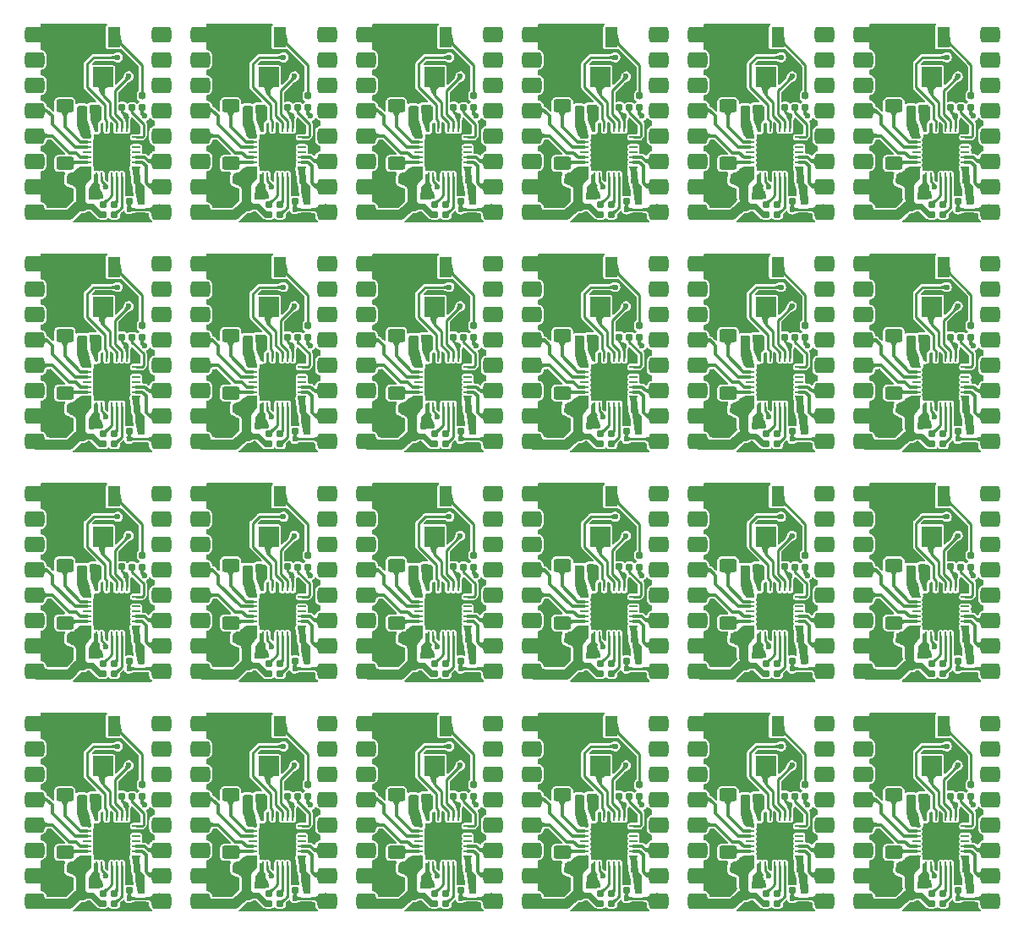
<source format=gbr>
%TF.GenerationSoftware,KiCad,Pcbnew,(6.0.5)*%
%TF.CreationDate,2022-06-29T09:08:07+08:00*%
%TF.ProjectId,TMC2209,544d4332-3230-4392-9e6b-696361645f70,rev?*%
%TF.SameCoordinates,Original*%
%TF.FileFunction,Copper,L1,Top*%
%TF.FilePolarity,Positive*%
%FSLAX46Y46*%
G04 Gerber Fmt 4.6, Leading zero omitted, Abs format (unit mm)*
G04 Created by KiCad (PCBNEW (6.0.5)) date 2022-06-29 09:08:07*
%MOMM*%
%LPD*%
G01*
G04 APERTURE LIST*
G04 Aperture macros list*
%AMRoundRect*
0 Rectangle with rounded corners*
0 $1 Rounding radius*
0 $2 $3 $4 $5 $6 $7 $8 $9 X,Y pos of 4 corners*
0 Add a 4 corners polygon primitive as box body*
4,1,4,$2,$3,$4,$5,$6,$7,$8,$9,$2,$3,0*
0 Add four circle primitives for the rounded corners*
1,1,$1+$1,$2,$3*
1,1,$1+$1,$4,$5*
1,1,$1+$1,$6,$7*
1,1,$1+$1,$8,$9*
0 Add four rect primitives between the rounded corners*
20,1,$1+$1,$2,$3,$4,$5,0*
20,1,$1+$1,$4,$5,$6,$7,0*
20,1,$1+$1,$6,$7,$8,$9,0*
20,1,$1+$1,$8,$9,$2,$3,0*%
G04 Aperture macros list end*
%TA.AperFunction,ComponentPad*%
%ADD10RoundRect,0.400000X0.600000X0.400000X-0.600000X0.400000X-0.600000X-0.400000X0.600000X-0.400000X0*%
%TD*%
%TA.AperFunction,SMDPad,CuDef*%
%ADD11RoundRect,0.155000X0.212500X0.155000X-0.212500X0.155000X-0.212500X-0.155000X0.212500X-0.155000X0*%
%TD*%
%TA.AperFunction,SMDPad,CuDef*%
%ADD12RoundRect,0.155000X0.155000X-0.212500X0.155000X0.212500X-0.155000X0.212500X-0.155000X-0.212500X0*%
%TD*%
%TA.AperFunction,SMDPad,CuDef*%
%ADD13RoundRect,0.155000X-0.155000X0.212500X-0.155000X-0.212500X0.155000X-0.212500X0.155000X0.212500X0*%
%TD*%
%TA.AperFunction,SMDPad,CuDef*%
%ADD14RoundRect,0.250000X0.625000X-0.400000X0.625000X0.400000X-0.625000X0.400000X-0.625000X-0.400000X0*%
%TD*%
%TA.AperFunction,SMDPad,CuDef*%
%ADD15R,3.350000X3.350000*%
%TD*%
%TA.AperFunction,SMDPad,CuDef*%
%ADD16RoundRect,0.062500X0.337500X-0.062500X0.337500X0.062500X-0.337500X0.062500X-0.337500X-0.062500X0*%
%TD*%
%TA.AperFunction,SMDPad,CuDef*%
%ADD17RoundRect,0.062500X0.062500X-0.337500X0.062500X0.337500X-0.062500X0.337500X-0.062500X-0.337500X0*%
%TD*%
%TA.AperFunction,SMDPad,CuDef*%
%ADD18RoundRect,0.250000X-0.625000X0.400000X-0.625000X-0.400000X0.625000X-0.400000X0.625000X0.400000X0*%
%TD*%
%TA.AperFunction,SMDPad,CuDef*%
%ADD19RoundRect,0.160000X0.197500X0.160000X-0.197500X0.160000X-0.197500X-0.160000X0.197500X-0.160000X0*%
%TD*%
%TA.AperFunction,SMDPad,CuDef*%
%ADD20RoundRect,0.160000X0.160000X-0.197500X0.160000X0.197500X-0.160000X0.197500X-0.160000X-0.197500X0*%
%TD*%
%TA.AperFunction,SMDPad,CuDef*%
%ADD21R,1.300000X2.000000*%
%TD*%
%TA.AperFunction,SMDPad,CuDef*%
%ADD22R,2.000000X2.000000*%
%TD*%
%TA.AperFunction,SMDPad,CuDef*%
%ADD23RoundRect,0.160000X-0.160000X0.197500X-0.160000X-0.197500X0.160000X-0.197500X0.160000X0.197500X0*%
%TD*%
%TA.AperFunction,ViaPad*%
%ADD24C,0.600000*%
%TD*%
%TA.AperFunction,Conductor*%
%ADD25C,0.250000*%
%TD*%
%TA.AperFunction,Conductor*%
%ADD26C,1.000000*%
%TD*%
%TA.AperFunction,Conductor*%
%ADD27C,0.300000*%
%TD*%
%TA.AperFunction,Conductor*%
%ADD28C,0.600000*%
%TD*%
G04 APERTURE END LIST*
D10*
%TO.P,J48,8,Pin_8*%
%TO.N,VDD*%
X168090000Y-138850000D03*
%TO.P,J48,7,Pin_7*%
%TO.N,GND*%
X168090000Y-136310000D03*
%TO.P,J48,6,Pin_6*%
%TO.N,/OB2*%
X168090000Y-133770000D03*
%TO.P,J48,5,Pin_5*%
%TO.N,/OB1*%
X168090000Y-131230000D03*
%TO.P,J48,4,Pin_4*%
%TO.N,/OA1*%
X168090000Y-128690000D03*
%TO.P,J48,3,Pin_3*%
%TO.N,/OA2*%
X168090000Y-126150000D03*
%TO.P,J48,2,Pin_2*%
%TO.N,VCC*%
X168090000Y-123610000D03*
%TO.P,J48,1,Pin_1*%
%TO.N,GND*%
X168090000Y-121070000D03*
%TD*%
%TO.P,J47,8,Pin_8*%
%TO.N,/EN*%
X180790000Y-138850000D03*
%TO.P,J47,7,Pin_7*%
%TO.N,/MS1*%
X180790000Y-136310000D03*
%TO.P,J47,6,Pin_6*%
%TO.N,/MS2*%
X180790000Y-133770000D03*
%TO.P,J47,5,Pin_5*%
%TO.N,unconnected-(J1-Pad5)*%
X180790000Y-131230000D03*
%TO.P,J47,4,Pin_4*%
%TO.N,unconnected-(J1-Pad4)*%
X180790000Y-128690000D03*
%TO.P,J47,3,Pin_3*%
%TO.N,unconnected-(J1-Pad3)*%
X180790000Y-126150000D03*
%TO.P,J47,2,Pin_2*%
%TO.N,/STEP*%
X180790000Y-123610000D03*
%TO.P,J47,1,Pin_1*%
%TO.N,/DIR*%
X180790000Y-121070000D03*
%TD*%
D11*
%TO.P,C140,2*%
%TO.N,GND*%
X177606300Y-136741800D03*
%TO.P,C140,1*%
%TO.N,+5V*%
X178741300Y-136741800D03*
%TD*%
%TO.P,C142,2*%
%TO.N,VDD*%
X174939300Y-139104000D03*
%TO.P,C142,1*%
%TO.N,Net-(C4-Pad1)*%
X176074300Y-139104000D03*
%TD*%
%TO.P,C143,2*%
%TO.N,Net-(C5-Pad2)*%
X174939300Y-138088000D03*
%TO.P,C143,1*%
%TO.N,Net-(C5-Pad1)*%
X176074300Y-138088000D03*
%TD*%
D12*
%TO.P,C144,2*%
%TO.N,VDD*%
X172916000Y-138282500D03*
%TO.P,C144,1*%
%TO.N,GND*%
X172916000Y-139417500D03*
%TD*%
D13*
%TO.P,C141,2*%
%TO.N,VDD*%
X173043000Y-128622500D03*
%TO.P,C141,1*%
%TO.N,GND*%
X173043000Y-127487500D03*
%TD*%
D14*
%TO.P,R119,2*%
%TO.N,GND*%
X171138000Y-125133400D03*
%TO.P,R119,1*%
%TO.N,Net-(R4-Pad1)*%
X171138000Y-128233400D03*
%TD*%
D15*
%TO.P,U24,29,EPAD*%
%TO.N,GND*%
X175837000Y-132881000D03*
D16*
%TO.P,U24,28,VS*%
%TO.N,VDD*%
X173387000Y-134381000D03*
%TO.P,U24,27,BRB*%
%TO.N,Net-(R5-Pad1)*%
X173387000Y-133881000D03*
%TO.P,U24,26,OB1*%
%TO.N,/OB1*%
X173387000Y-133381000D03*
%TO.P,U24,25,NC*%
%TO.N,unconnected-(U1-Pad25)*%
X173387000Y-132881000D03*
%TO.P,U24,24,OA1*%
%TO.N,/OA1*%
X173387000Y-132381000D03*
%TO.P,U24,23,BRA*%
%TO.N,Net-(R4-Pad1)*%
X173387000Y-131881000D03*
%TO.P,U24,22,VS*%
%TO.N,VDD*%
X173387000Y-131381000D03*
D17*
%TO.P,U24,21,OA2*%
%TO.N,/OA2*%
X174337000Y-130431000D03*
%TO.P,U24,20,STDBY*%
%TO.N,GND*%
X174837000Y-130431000D03*
%TO.P,U24,19,DIR*%
%TO.N,/DIR*%
X175337000Y-130431000D03*
%TO.P,U24,18,GND*%
%TO.N,GND*%
X175837000Y-130431000D03*
%TO.P,U24,17,VREF*%
%TO.N,Net-(RV1-Pad2)*%
X176337000Y-130431000D03*
%TO.P,U24,16,STEP*%
%TO.N,/STEP*%
X176837000Y-130431000D03*
%TO.P,U24,15,VCC_IO*%
%TO.N,VCC*%
X177337000Y-130431000D03*
D16*
%TO.P,U24,14,PDN_UART*%
%TO.N,Net-(R3-Pad2)*%
X178287000Y-131381000D03*
%TO.P,U24,13,CLK*%
%TO.N,GND*%
X178287000Y-131881000D03*
%TO.P,U24,12,INDEX*%
%TO.N,unconnected-(U1-Pad12)*%
X178287000Y-132381000D03*
%TO.P,U24,11,DIAG*%
%TO.N,unconnected-(U1-Pad11)*%
X178287000Y-132881000D03*
%TO.P,U24,10,MS2*%
%TO.N,/MS2*%
X178287000Y-133381000D03*
%TO.P,U24,9,MS1*%
%TO.N,/MS1*%
X178287000Y-133881000D03*
%TO.P,U24,8,5V_OUT*%
%TO.N,+5V*%
X178287000Y-134381000D03*
D17*
%TO.P,U24,7,SPREAD*%
%TO.N,GND*%
X177337000Y-135331000D03*
%TO.P,U24,6,VCP*%
%TO.N,Net-(C4-Pad1)*%
X176837000Y-135331000D03*
%TO.P,U24,5,CPI*%
%TO.N,Net-(C5-Pad1)*%
X176337000Y-135331000D03*
%TO.P,U24,4,CPO*%
%TO.N,Net-(C5-Pad2)*%
X175837000Y-135331000D03*
%TO.P,U24,3,GND*%
%TO.N,GND*%
X175337000Y-135331000D03*
%TO.P,U24,2,ENN*%
%TO.N,/EN*%
X174837000Y-135331000D03*
%TO.P,U24,1,OB2*%
%TO.N,/OB2*%
X174337000Y-135331000D03*
%TD*%
D18*
%TO.P,R120,2*%
%TO.N,GND*%
X171138000Y-137098000D03*
%TO.P,R120,1*%
%TO.N,Net-(R5-Pad1)*%
X171138000Y-133998000D03*
%TD*%
D12*
%TO.P,C139,2*%
%TO.N,GND*%
X176853000Y-127258900D03*
%TO.P,C139,1*%
%TO.N,VCC*%
X176853000Y-128393900D03*
%TD*%
D19*
%TO.P,R117,2*%
%TO.N,/EN*%
X177576300Y-137808600D03*
%TO.P,R117,1*%
%TO.N,+5V*%
X178771300Y-137808600D03*
%TD*%
D20*
%TO.P,R116,2*%
%TO.N,Net-(R1-Pad2)*%
X178885000Y-127228900D03*
%TO.P,R116,1*%
%TO.N,+5V*%
X178885000Y-128423900D03*
%TD*%
D21*
%TO.P,RV24,3,3*%
%TO.N,GND*%
X173798000Y-121356000D03*
D22*
%TO.P,RV24,2,2*%
%TO.N,Net-(RV1-Pad2)*%
X174948000Y-125356000D03*
D21*
%TO.P,RV24,1,1*%
%TO.N,Net-(R1-Pad2)*%
X176098000Y-121356000D03*
%TD*%
D23*
%TO.P,R118,2*%
%TO.N,Net-(R3-Pad2)*%
X177869000Y-128423900D03*
%TO.P,R118,1*%
%TO.N,GND*%
X177869000Y-127228900D03*
%TD*%
D10*
%TO.P,J46,8,Pin_8*%
%TO.N,VDD*%
X151490000Y-138850000D03*
%TO.P,J46,7,Pin_7*%
%TO.N,GND*%
X151490000Y-136310000D03*
%TO.P,J46,6,Pin_6*%
%TO.N,/OB2*%
X151490000Y-133770000D03*
%TO.P,J46,5,Pin_5*%
%TO.N,/OB1*%
X151490000Y-131230000D03*
%TO.P,J46,4,Pin_4*%
%TO.N,/OA1*%
X151490000Y-128690000D03*
%TO.P,J46,3,Pin_3*%
%TO.N,/OA2*%
X151490000Y-126150000D03*
%TO.P,J46,2,Pin_2*%
%TO.N,VCC*%
X151490000Y-123610000D03*
%TO.P,J46,1,Pin_1*%
%TO.N,GND*%
X151490000Y-121070000D03*
%TD*%
%TO.P,J45,8,Pin_8*%
%TO.N,/EN*%
X164190000Y-138850000D03*
%TO.P,J45,7,Pin_7*%
%TO.N,/MS1*%
X164190000Y-136310000D03*
%TO.P,J45,6,Pin_6*%
%TO.N,/MS2*%
X164190000Y-133770000D03*
%TO.P,J45,5,Pin_5*%
%TO.N,unconnected-(J1-Pad5)*%
X164190000Y-131230000D03*
%TO.P,J45,4,Pin_4*%
%TO.N,unconnected-(J1-Pad4)*%
X164190000Y-128690000D03*
%TO.P,J45,3,Pin_3*%
%TO.N,unconnected-(J1-Pad3)*%
X164190000Y-126150000D03*
%TO.P,J45,2,Pin_2*%
%TO.N,/STEP*%
X164190000Y-123610000D03*
%TO.P,J45,1,Pin_1*%
%TO.N,/DIR*%
X164190000Y-121070000D03*
%TD*%
D11*
%TO.P,C134,2*%
%TO.N,GND*%
X161006300Y-136741800D03*
%TO.P,C134,1*%
%TO.N,+5V*%
X162141300Y-136741800D03*
%TD*%
%TO.P,C136,2*%
%TO.N,VDD*%
X158339300Y-139104000D03*
%TO.P,C136,1*%
%TO.N,Net-(C4-Pad1)*%
X159474300Y-139104000D03*
%TD*%
%TO.P,C137,2*%
%TO.N,Net-(C5-Pad2)*%
X158339300Y-138088000D03*
%TO.P,C137,1*%
%TO.N,Net-(C5-Pad1)*%
X159474300Y-138088000D03*
%TD*%
D12*
%TO.P,C138,2*%
%TO.N,VDD*%
X156316000Y-138282500D03*
%TO.P,C138,1*%
%TO.N,GND*%
X156316000Y-139417500D03*
%TD*%
D13*
%TO.P,C135,2*%
%TO.N,VDD*%
X156443000Y-128622500D03*
%TO.P,C135,1*%
%TO.N,GND*%
X156443000Y-127487500D03*
%TD*%
D14*
%TO.P,R114,2*%
%TO.N,GND*%
X154538000Y-125133400D03*
%TO.P,R114,1*%
%TO.N,Net-(R4-Pad1)*%
X154538000Y-128233400D03*
%TD*%
D15*
%TO.P,U23,29,EPAD*%
%TO.N,GND*%
X159237000Y-132881000D03*
D16*
%TO.P,U23,28,VS*%
%TO.N,VDD*%
X156787000Y-134381000D03*
%TO.P,U23,27,BRB*%
%TO.N,Net-(R5-Pad1)*%
X156787000Y-133881000D03*
%TO.P,U23,26,OB1*%
%TO.N,/OB1*%
X156787000Y-133381000D03*
%TO.P,U23,25,NC*%
%TO.N,unconnected-(U1-Pad25)*%
X156787000Y-132881000D03*
%TO.P,U23,24,OA1*%
%TO.N,/OA1*%
X156787000Y-132381000D03*
%TO.P,U23,23,BRA*%
%TO.N,Net-(R4-Pad1)*%
X156787000Y-131881000D03*
%TO.P,U23,22,VS*%
%TO.N,VDD*%
X156787000Y-131381000D03*
D17*
%TO.P,U23,21,OA2*%
%TO.N,/OA2*%
X157737000Y-130431000D03*
%TO.P,U23,20,STDBY*%
%TO.N,GND*%
X158237000Y-130431000D03*
%TO.P,U23,19,DIR*%
%TO.N,/DIR*%
X158737000Y-130431000D03*
%TO.P,U23,18,GND*%
%TO.N,GND*%
X159237000Y-130431000D03*
%TO.P,U23,17,VREF*%
%TO.N,Net-(RV1-Pad2)*%
X159737000Y-130431000D03*
%TO.P,U23,16,STEP*%
%TO.N,/STEP*%
X160237000Y-130431000D03*
%TO.P,U23,15,VCC_IO*%
%TO.N,VCC*%
X160737000Y-130431000D03*
D16*
%TO.P,U23,14,PDN_UART*%
%TO.N,Net-(R3-Pad2)*%
X161687000Y-131381000D03*
%TO.P,U23,13,CLK*%
%TO.N,GND*%
X161687000Y-131881000D03*
%TO.P,U23,12,INDEX*%
%TO.N,unconnected-(U1-Pad12)*%
X161687000Y-132381000D03*
%TO.P,U23,11,DIAG*%
%TO.N,unconnected-(U1-Pad11)*%
X161687000Y-132881000D03*
%TO.P,U23,10,MS2*%
%TO.N,/MS2*%
X161687000Y-133381000D03*
%TO.P,U23,9,MS1*%
%TO.N,/MS1*%
X161687000Y-133881000D03*
%TO.P,U23,8,5V_OUT*%
%TO.N,+5V*%
X161687000Y-134381000D03*
D17*
%TO.P,U23,7,SPREAD*%
%TO.N,GND*%
X160737000Y-135331000D03*
%TO.P,U23,6,VCP*%
%TO.N,Net-(C4-Pad1)*%
X160237000Y-135331000D03*
%TO.P,U23,5,CPI*%
%TO.N,Net-(C5-Pad1)*%
X159737000Y-135331000D03*
%TO.P,U23,4,CPO*%
%TO.N,Net-(C5-Pad2)*%
X159237000Y-135331000D03*
%TO.P,U23,3,GND*%
%TO.N,GND*%
X158737000Y-135331000D03*
%TO.P,U23,2,ENN*%
%TO.N,/EN*%
X158237000Y-135331000D03*
%TO.P,U23,1,OB2*%
%TO.N,/OB2*%
X157737000Y-135331000D03*
%TD*%
D18*
%TO.P,R115,2*%
%TO.N,GND*%
X154538000Y-137098000D03*
%TO.P,R115,1*%
%TO.N,Net-(R5-Pad1)*%
X154538000Y-133998000D03*
%TD*%
D12*
%TO.P,C133,2*%
%TO.N,GND*%
X160253000Y-127258900D03*
%TO.P,C133,1*%
%TO.N,VCC*%
X160253000Y-128393900D03*
%TD*%
D19*
%TO.P,R112,2*%
%TO.N,/EN*%
X160976300Y-137808600D03*
%TO.P,R112,1*%
%TO.N,+5V*%
X162171300Y-137808600D03*
%TD*%
D20*
%TO.P,R111,2*%
%TO.N,Net-(R1-Pad2)*%
X162285000Y-127228900D03*
%TO.P,R111,1*%
%TO.N,+5V*%
X162285000Y-128423900D03*
%TD*%
D21*
%TO.P,RV23,3,3*%
%TO.N,GND*%
X157198000Y-121356000D03*
D22*
%TO.P,RV23,2,2*%
%TO.N,Net-(RV1-Pad2)*%
X158348000Y-125356000D03*
D21*
%TO.P,RV23,1,1*%
%TO.N,Net-(R1-Pad2)*%
X159498000Y-121356000D03*
%TD*%
D23*
%TO.P,R113,2*%
%TO.N,Net-(R3-Pad2)*%
X161269000Y-128423900D03*
%TO.P,R113,1*%
%TO.N,GND*%
X161269000Y-127228900D03*
%TD*%
D10*
%TO.P,J44,8,Pin_8*%
%TO.N,VDD*%
X134890000Y-138850000D03*
%TO.P,J44,7,Pin_7*%
%TO.N,GND*%
X134890000Y-136310000D03*
%TO.P,J44,6,Pin_6*%
%TO.N,/OB2*%
X134890000Y-133770000D03*
%TO.P,J44,5,Pin_5*%
%TO.N,/OB1*%
X134890000Y-131230000D03*
%TO.P,J44,4,Pin_4*%
%TO.N,/OA1*%
X134890000Y-128690000D03*
%TO.P,J44,3,Pin_3*%
%TO.N,/OA2*%
X134890000Y-126150000D03*
%TO.P,J44,2,Pin_2*%
%TO.N,VCC*%
X134890000Y-123610000D03*
%TO.P,J44,1,Pin_1*%
%TO.N,GND*%
X134890000Y-121070000D03*
%TD*%
%TO.P,J43,8,Pin_8*%
%TO.N,/EN*%
X147590000Y-138850000D03*
%TO.P,J43,7,Pin_7*%
%TO.N,/MS1*%
X147590000Y-136310000D03*
%TO.P,J43,6,Pin_6*%
%TO.N,/MS2*%
X147590000Y-133770000D03*
%TO.P,J43,5,Pin_5*%
%TO.N,unconnected-(J1-Pad5)*%
X147590000Y-131230000D03*
%TO.P,J43,4,Pin_4*%
%TO.N,unconnected-(J1-Pad4)*%
X147590000Y-128690000D03*
%TO.P,J43,3,Pin_3*%
%TO.N,unconnected-(J1-Pad3)*%
X147590000Y-126150000D03*
%TO.P,J43,2,Pin_2*%
%TO.N,/STEP*%
X147590000Y-123610000D03*
%TO.P,J43,1,Pin_1*%
%TO.N,/DIR*%
X147590000Y-121070000D03*
%TD*%
D11*
%TO.P,C128,2*%
%TO.N,GND*%
X144406300Y-136741800D03*
%TO.P,C128,1*%
%TO.N,+5V*%
X145541300Y-136741800D03*
%TD*%
%TO.P,C130,2*%
%TO.N,VDD*%
X141739300Y-139104000D03*
%TO.P,C130,1*%
%TO.N,Net-(C4-Pad1)*%
X142874300Y-139104000D03*
%TD*%
%TO.P,C131,2*%
%TO.N,Net-(C5-Pad2)*%
X141739300Y-138088000D03*
%TO.P,C131,1*%
%TO.N,Net-(C5-Pad1)*%
X142874300Y-138088000D03*
%TD*%
D12*
%TO.P,C132,2*%
%TO.N,VDD*%
X139716000Y-138282500D03*
%TO.P,C132,1*%
%TO.N,GND*%
X139716000Y-139417500D03*
%TD*%
D13*
%TO.P,C129,2*%
%TO.N,VDD*%
X139843000Y-128622500D03*
%TO.P,C129,1*%
%TO.N,GND*%
X139843000Y-127487500D03*
%TD*%
D14*
%TO.P,R109,2*%
%TO.N,GND*%
X137938000Y-125133400D03*
%TO.P,R109,1*%
%TO.N,Net-(R4-Pad1)*%
X137938000Y-128233400D03*
%TD*%
D15*
%TO.P,U22,29,EPAD*%
%TO.N,GND*%
X142637000Y-132881000D03*
D16*
%TO.P,U22,28,VS*%
%TO.N,VDD*%
X140187000Y-134381000D03*
%TO.P,U22,27,BRB*%
%TO.N,Net-(R5-Pad1)*%
X140187000Y-133881000D03*
%TO.P,U22,26,OB1*%
%TO.N,/OB1*%
X140187000Y-133381000D03*
%TO.P,U22,25,NC*%
%TO.N,unconnected-(U1-Pad25)*%
X140187000Y-132881000D03*
%TO.P,U22,24,OA1*%
%TO.N,/OA1*%
X140187000Y-132381000D03*
%TO.P,U22,23,BRA*%
%TO.N,Net-(R4-Pad1)*%
X140187000Y-131881000D03*
%TO.P,U22,22,VS*%
%TO.N,VDD*%
X140187000Y-131381000D03*
D17*
%TO.P,U22,21,OA2*%
%TO.N,/OA2*%
X141137000Y-130431000D03*
%TO.P,U22,20,STDBY*%
%TO.N,GND*%
X141637000Y-130431000D03*
%TO.P,U22,19,DIR*%
%TO.N,/DIR*%
X142137000Y-130431000D03*
%TO.P,U22,18,GND*%
%TO.N,GND*%
X142637000Y-130431000D03*
%TO.P,U22,17,VREF*%
%TO.N,Net-(RV1-Pad2)*%
X143137000Y-130431000D03*
%TO.P,U22,16,STEP*%
%TO.N,/STEP*%
X143637000Y-130431000D03*
%TO.P,U22,15,VCC_IO*%
%TO.N,VCC*%
X144137000Y-130431000D03*
D16*
%TO.P,U22,14,PDN_UART*%
%TO.N,Net-(R3-Pad2)*%
X145087000Y-131381000D03*
%TO.P,U22,13,CLK*%
%TO.N,GND*%
X145087000Y-131881000D03*
%TO.P,U22,12,INDEX*%
%TO.N,unconnected-(U1-Pad12)*%
X145087000Y-132381000D03*
%TO.P,U22,11,DIAG*%
%TO.N,unconnected-(U1-Pad11)*%
X145087000Y-132881000D03*
%TO.P,U22,10,MS2*%
%TO.N,/MS2*%
X145087000Y-133381000D03*
%TO.P,U22,9,MS1*%
%TO.N,/MS1*%
X145087000Y-133881000D03*
%TO.P,U22,8,5V_OUT*%
%TO.N,+5V*%
X145087000Y-134381000D03*
D17*
%TO.P,U22,7,SPREAD*%
%TO.N,GND*%
X144137000Y-135331000D03*
%TO.P,U22,6,VCP*%
%TO.N,Net-(C4-Pad1)*%
X143637000Y-135331000D03*
%TO.P,U22,5,CPI*%
%TO.N,Net-(C5-Pad1)*%
X143137000Y-135331000D03*
%TO.P,U22,4,CPO*%
%TO.N,Net-(C5-Pad2)*%
X142637000Y-135331000D03*
%TO.P,U22,3,GND*%
%TO.N,GND*%
X142137000Y-135331000D03*
%TO.P,U22,2,ENN*%
%TO.N,/EN*%
X141637000Y-135331000D03*
%TO.P,U22,1,OB2*%
%TO.N,/OB2*%
X141137000Y-135331000D03*
%TD*%
D18*
%TO.P,R110,2*%
%TO.N,GND*%
X137938000Y-137098000D03*
%TO.P,R110,1*%
%TO.N,Net-(R5-Pad1)*%
X137938000Y-133998000D03*
%TD*%
D12*
%TO.P,C127,2*%
%TO.N,GND*%
X143653000Y-127258900D03*
%TO.P,C127,1*%
%TO.N,VCC*%
X143653000Y-128393900D03*
%TD*%
D19*
%TO.P,R107,2*%
%TO.N,/EN*%
X144376300Y-137808600D03*
%TO.P,R107,1*%
%TO.N,+5V*%
X145571300Y-137808600D03*
%TD*%
D20*
%TO.P,R106,2*%
%TO.N,Net-(R1-Pad2)*%
X145685000Y-127228900D03*
%TO.P,R106,1*%
%TO.N,+5V*%
X145685000Y-128423900D03*
%TD*%
D21*
%TO.P,RV22,3,3*%
%TO.N,GND*%
X140598000Y-121356000D03*
D22*
%TO.P,RV22,2,2*%
%TO.N,Net-(RV1-Pad2)*%
X141748000Y-125356000D03*
D21*
%TO.P,RV22,1,1*%
%TO.N,Net-(R1-Pad2)*%
X142898000Y-121356000D03*
%TD*%
D23*
%TO.P,R108,2*%
%TO.N,Net-(R3-Pad2)*%
X144669000Y-128423900D03*
%TO.P,R108,1*%
%TO.N,GND*%
X144669000Y-127228900D03*
%TD*%
D10*
%TO.P,J42,8,Pin_8*%
%TO.N,VDD*%
X118290000Y-138850000D03*
%TO.P,J42,7,Pin_7*%
%TO.N,GND*%
X118290000Y-136310000D03*
%TO.P,J42,6,Pin_6*%
%TO.N,/OB2*%
X118290000Y-133770000D03*
%TO.P,J42,5,Pin_5*%
%TO.N,/OB1*%
X118290000Y-131230000D03*
%TO.P,J42,4,Pin_4*%
%TO.N,/OA1*%
X118290000Y-128690000D03*
%TO.P,J42,3,Pin_3*%
%TO.N,/OA2*%
X118290000Y-126150000D03*
%TO.P,J42,2,Pin_2*%
%TO.N,VCC*%
X118290000Y-123610000D03*
%TO.P,J42,1,Pin_1*%
%TO.N,GND*%
X118290000Y-121070000D03*
%TD*%
%TO.P,J41,8,Pin_8*%
%TO.N,/EN*%
X130990000Y-138850000D03*
%TO.P,J41,7,Pin_7*%
%TO.N,/MS1*%
X130990000Y-136310000D03*
%TO.P,J41,6,Pin_6*%
%TO.N,/MS2*%
X130990000Y-133770000D03*
%TO.P,J41,5,Pin_5*%
%TO.N,unconnected-(J1-Pad5)*%
X130990000Y-131230000D03*
%TO.P,J41,4,Pin_4*%
%TO.N,unconnected-(J1-Pad4)*%
X130990000Y-128690000D03*
%TO.P,J41,3,Pin_3*%
%TO.N,unconnected-(J1-Pad3)*%
X130990000Y-126150000D03*
%TO.P,J41,2,Pin_2*%
%TO.N,/STEP*%
X130990000Y-123610000D03*
%TO.P,J41,1,Pin_1*%
%TO.N,/DIR*%
X130990000Y-121070000D03*
%TD*%
D11*
%TO.P,C122,2*%
%TO.N,GND*%
X127806300Y-136741800D03*
%TO.P,C122,1*%
%TO.N,+5V*%
X128941300Y-136741800D03*
%TD*%
%TO.P,C124,2*%
%TO.N,VDD*%
X125139300Y-139104000D03*
%TO.P,C124,1*%
%TO.N,Net-(C4-Pad1)*%
X126274300Y-139104000D03*
%TD*%
%TO.P,C125,2*%
%TO.N,Net-(C5-Pad2)*%
X125139300Y-138088000D03*
%TO.P,C125,1*%
%TO.N,Net-(C5-Pad1)*%
X126274300Y-138088000D03*
%TD*%
D12*
%TO.P,C126,2*%
%TO.N,VDD*%
X123116000Y-138282500D03*
%TO.P,C126,1*%
%TO.N,GND*%
X123116000Y-139417500D03*
%TD*%
D13*
%TO.P,C123,2*%
%TO.N,VDD*%
X123243000Y-128622500D03*
%TO.P,C123,1*%
%TO.N,GND*%
X123243000Y-127487500D03*
%TD*%
D14*
%TO.P,R104,2*%
%TO.N,GND*%
X121338000Y-125133400D03*
%TO.P,R104,1*%
%TO.N,Net-(R4-Pad1)*%
X121338000Y-128233400D03*
%TD*%
D15*
%TO.P,U21,29,EPAD*%
%TO.N,GND*%
X126037000Y-132881000D03*
D16*
%TO.P,U21,28,VS*%
%TO.N,VDD*%
X123587000Y-134381000D03*
%TO.P,U21,27,BRB*%
%TO.N,Net-(R5-Pad1)*%
X123587000Y-133881000D03*
%TO.P,U21,26,OB1*%
%TO.N,/OB1*%
X123587000Y-133381000D03*
%TO.P,U21,25,NC*%
%TO.N,unconnected-(U1-Pad25)*%
X123587000Y-132881000D03*
%TO.P,U21,24,OA1*%
%TO.N,/OA1*%
X123587000Y-132381000D03*
%TO.P,U21,23,BRA*%
%TO.N,Net-(R4-Pad1)*%
X123587000Y-131881000D03*
%TO.P,U21,22,VS*%
%TO.N,VDD*%
X123587000Y-131381000D03*
D17*
%TO.P,U21,21,OA2*%
%TO.N,/OA2*%
X124537000Y-130431000D03*
%TO.P,U21,20,STDBY*%
%TO.N,GND*%
X125037000Y-130431000D03*
%TO.P,U21,19,DIR*%
%TO.N,/DIR*%
X125537000Y-130431000D03*
%TO.P,U21,18,GND*%
%TO.N,GND*%
X126037000Y-130431000D03*
%TO.P,U21,17,VREF*%
%TO.N,Net-(RV1-Pad2)*%
X126537000Y-130431000D03*
%TO.P,U21,16,STEP*%
%TO.N,/STEP*%
X127037000Y-130431000D03*
%TO.P,U21,15,VCC_IO*%
%TO.N,VCC*%
X127537000Y-130431000D03*
D16*
%TO.P,U21,14,PDN_UART*%
%TO.N,Net-(R3-Pad2)*%
X128487000Y-131381000D03*
%TO.P,U21,13,CLK*%
%TO.N,GND*%
X128487000Y-131881000D03*
%TO.P,U21,12,INDEX*%
%TO.N,unconnected-(U1-Pad12)*%
X128487000Y-132381000D03*
%TO.P,U21,11,DIAG*%
%TO.N,unconnected-(U1-Pad11)*%
X128487000Y-132881000D03*
%TO.P,U21,10,MS2*%
%TO.N,/MS2*%
X128487000Y-133381000D03*
%TO.P,U21,9,MS1*%
%TO.N,/MS1*%
X128487000Y-133881000D03*
%TO.P,U21,8,5V_OUT*%
%TO.N,+5V*%
X128487000Y-134381000D03*
D17*
%TO.P,U21,7,SPREAD*%
%TO.N,GND*%
X127537000Y-135331000D03*
%TO.P,U21,6,VCP*%
%TO.N,Net-(C4-Pad1)*%
X127037000Y-135331000D03*
%TO.P,U21,5,CPI*%
%TO.N,Net-(C5-Pad1)*%
X126537000Y-135331000D03*
%TO.P,U21,4,CPO*%
%TO.N,Net-(C5-Pad2)*%
X126037000Y-135331000D03*
%TO.P,U21,3,GND*%
%TO.N,GND*%
X125537000Y-135331000D03*
%TO.P,U21,2,ENN*%
%TO.N,/EN*%
X125037000Y-135331000D03*
%TO.P,U21,1,OB2*%
%TO.N,/OB2*%
X124537000Y-135331000D03*
%TD*%
D18*
%TO.P,R105,2*%
%TO.N,GND*%
X121338000Y-137098000D03*
%TO.P,R105,1*%
%TO.N,Net-(R5-Pad1)*%
X121338000Y-133998000D03*
%TD*%
D12*
%TO.P,C121,2*%
%TO.N,GND*%
X127053000Y-127258900D03*
%TO.P,C121,1*%
%TO.N,VCC*%
X127053000Y-128393900D03*
%TD*%
D19*
%TO.P,R102,2*%
%TO.N,/EN*%
X127776300Y-137808600D03*
%TO.P,R102,1*%
%TO.N,+5V*%
X128971300Y-137808600D03*
%TD*%
D20*
%TO.P,R101,2*%
%TO.N,Net-(R1-Pad2)*%
X129085000Y-127228900D03*
%TO.P,R101,1*%
%TO.N,+5V*%
X129085000Y-128423900D03*
%TD*%
D21*
%TO.P,RV21,3,3*%
%TO.N,GND*%
X123998000Y-121356000D03*
D22*
%TO.P,RV21,2,2*%
%TO.N,Net-(RV1-Pad2)*%
X125148000Y-125356000D03*
D21*
%TO.P,RV21,1,1*%
%TO.N,Net-(R1-Pad2)*%
X126298000Y-121356000D03*
%TD*%
D23*
%TO.P,R103,2*%
%TO.N,Net-(R3-Pad2)*%
X128069000Y-128423900D03*
%TO.P,R103,1*%
%TO.N,GND*%
X128069000Y-127228900D03*
%TD*%
D10*
%TO.P,J40,8,Pin_8*%
%TO.N,VDD*%
X101690000Y-138850000D03*
%TO.P,J40,7,Pin_7*%
%TO.N,GND*%
X101690000Y-136310000D03*
%TO.P,J40,6,Pin_6*%
%TO.N,/OB2*%
X101690000Y-133770000D03*
%TO.P,J40,5,Pin_5*%
%TO.N,/OB1*%
X101690000Y-131230000D03*
%TO.P,J40,4,Pin_4*%
%TO.N,/OA1*%
X101690000Y-128690000D03*
%TO.P,J40,3,Pin_3*%
%TO.N,/OA2*%
X101690000Y-126150000D03*
%TO.P,J40,2,Pin_2*%
%TO.N,VCC*%
X101690000Y-123610000D03*
%TO.P,J40,1,Pin_1*%
%TO.N,GND*%
X101690000Y-121070000D03*
%TD*%
%TO.P,J39,8,Pin_8*%
%TO.N,/EN*%
X114390000Y-138850000D03*
%TO.P,J39,7,Pin_7*%
%TO.N,/MS1*%
X114390000Y-136310000D03*
%TO.P,J39,6,Pin_6*%
%TO.N,/MS2*%
X114390000Y-133770000D03*
%TO.P,J39,5,Pin_5*%
%TO.N,unconnected-(J1-Pad5)*%
X114390000Y-131230000D03*
%TO.P,J39,4,Pin_4*%
%TO.N,unconnected-(J1-Pad4)*%
X114390000Y-128690000D03*
%TO.P,J39,3,Pin_3*%
%TO.N,unconnected-(J1-Pad3)*%
X114390000Y-126150000D03*
%TO.P,J39,2,Pin_2*%
%TO.N,/STEP*%
X114390000Y-123610000D03*
%TO.P,J39,1,Pin_1*%
%TO.N,/DIR*%
X114390000Y-121070000D03*
%TD*%
D11*
%TO.P,C116,2*%
%TO.N,GND*%
X111206300Y-136741800D03*
%TO.P,C116,1*%
%TO.N,+5V*%
X112341300Y-136741800D03*
%TD*%
%TO.P,C118,2*%
%TO.N,VDD*%
X108539300Y-139104000D03*
%TO.P,C118,1*%
%TO.N,Net-(C4-Pad1)*%
X109674300Y-139104000D03*
%TD*%
%TO.P,C119,2*%
%TO.N,Net-(C5-Pad2)*%
X108539300Y-138088000D03*
%TO.P,C119,1*%
%TO.N,Net-(C5-Pad1)*%
X109674300Y-138088000D03*
%TD*%
D12*
%TO.P,C120,2*%
%TO.N,VDD*%
X106516000Y-138282500D03*
%TO.P,C120,1*%
%TO.N,GND*%
X106516000Y-139417500D03*
%TD*%
D13*
%TO.P,C117,2*%
%TO.N,VDD*%
X106643000Y-128622500D03*
%TO.P,C117,1*%
%TO.N,GND*%
X106643000Y-127487500D03*
%TD*%
D14*
%TO.P,R99,2*%
%TO.N,GND*%
X104738000Y-125133400D03*
%TO.P,R99,1*%
%TO.N,Net-(R4-Pad1)*%
X104738000Y-128233400D03*
%TD*%
D15*
%TO.P,U20,29,EPAD*%
%TO.N,GND*%
X109437000Y-132881000D03*
D16*
%TO.P,U20,28,VS*%
%TO.N,VDD*%
X106987000Y-134381000D03*
%TO.P,U20,27,BRB*%
%TO.N,Net-(R5-Pad1)*%
X106987000Y-133881000D03*
%TO.P,U20,26,OB1*%
%TO.N,/OB1*%
X106987000Y-133381000D03*
%TO.P,U20,25,NC*%
%TO.N,unconnected-(U1-Pad25)*%
X106987000Y-132881000D03*
%TO.P,U20,24,OA1*%
%TO.N,/OA1*%
X106987000Y-132381000D03*
%TO.P,U20,23,BRA*%
%TO.N,Net-(R4-Pad1)*%
X106987000Y-131881000D03*
%TO.P,U20,22,VS*%
%TO.N,VDD*%
X106987000Y-131381000D03*
D17*
%TO.P,U20,21,OA2*%
%TO.N,/OA2*%
X107937000Y-130431000D03*
%TO.P,U20,20,STDBY*%
%TO.N,GND*%
X108437000Y-130431000D03*
%TO.P,U20,19,DIR*%
%TO.N,/DIR*%
X108937000Y-130431000D03*
%TO.P,U20,18,GND*%
%TO.N,GND*%
X109437000Y-130431000D03*
%TO.P,U20,17,VREF*%
%TO.N,Net-(RV1-Pad2)*%
X109937000Y-130431000D03*
%TO.P,U20,16,STEP*%
%TO.N,/STEP*%
X110437000Y-130431000D03*
%TO.P,U20,15,VCC_IO*%
%TO.N,VCC*%
X110937000Y-130431000D03*
D16*
%TO.P,U20,14,PDN_UART*%
%TO.N,Net-(R3-Pad2)*%
X111887000Y-131381000D03*
%TO.P,U20,13,CLK*%
%TO.N,GND*%
X111887000Y-131881000D03*
%TO.P,U20,12,INDEX*%
%TO.N,unconnected-(U1-Pad12)*%
X111887000Y-132381000D03*
%TO.P,U20,11,DIAG*%
%TO.N,unconnected-(U1-Pad11)*%
X111887000Y-132881000D03*
%TO.P,U20,10,MS2*%
%TO.N,/MS2*%
X111887000Y-133381000D03*
%TO.P,U20,9,MS1*%
%TO.N,/MS1*%
X111887000Y-133881000D03*
%TO.P,U20,8,5V_OUT*%
%TO.N,+5V*%
X111887000Y-134381000D03*
D17*
%TO.P,U20,7,SPREAD*%
%TO.N,GND*%
X110937000Y-135331000D03*
%TO.P,U20,6,VCP*%
%TO.N,Net-(C4-Pad1)*%
X110437000Y-135331000D03*
%TO.P,U20,5,CPI*%
%TO.N,Net-(C5-Pad1)*%
X109937000Y-135331000D03*
%TO.P,U20,4,CPO*%
%TO.N,Net-(C5-Pad2)*%
X109437000Y-135331000D03*
%TO.P,U20,3,GND*%
%TO.N,GND*%
X108937000Y-135331000D03*
%TO.P,U20,2,ENN*%
%TO.N,/EN*%
X108437000Y-135331000D03*
%TO.P,U20,1,OB2*%
%TO.N,/OB2*%
X107937000Y-135331000D03*
%TD*%
D18*
%TO.P,R100,2*%
%TO.N,GND*%
X104738000Y-137098000D03*
%TO.P,R100,1*%
%TO.N,Net-(R5-Pad1)*%
X104738000Y-133998000D03*
%TD*%
D12*
%TO.P,C115,2*%
%TO.N,GND*%
X110453000Y-127258900D03*
%TO.P,C115,1*%
%TO.N,VCC*%
X110453000Y-128393900D03*
%TD*%
D19*
%TO.P,R97,2*%
%TO.N,/EN*%
X111176300Y-137808600D03*
%TO.P,R97,1*%
%TO.N,+5V*%
X112371300Y-137808600D03*
%TD*%
D20*
%TO.P,R96,2*%
%TO.N,Net-(R1-Pad2)*%
X112485000Y-127228900D03*
%TO.P,R96,1*%
%TO.N,+5V*%
X112485000Y-128423900D03*
%TD*%
D21*
%TO.P,RV20,3,3*%
%TO.N,GND*%
X107398000Y-121356000D03*
D22*
%TO.P,RV20,2,2*%
%TO.N,Net-(RV1-Pad2)*%
X108548000Y-125356000D03*
D21*
%TO.P,RV20,1,1*%
%TO.N,Net-(R1-Pad2)*%
X109698000Y-121356000D03*
%TD*%
D23*
%TO.P,R98,2*%
%TO.N,Net-(R3-Pad2)*%
X111469000Y-128423900D03*
%TO.P,R98,1*%
%TO.N,GND*%
X111469000Y-127228900D03*
%TD*%
D10*
%TO.P,J38,8,Pin_8*%
%TO.N,VDD*%
X85090000Y-138850000D03*
%TO.P,J38,7,Pin_7*%
%TO.N,GND*%
X85090000Y-136310000D03*
%TO.P,J38,6,Pin_6*%
%TO.N,/OB2*%
X85090000Y-133770000D03*
%TO.P,J38,5,Pin_5*%
%TO.N,/OB1*%
X85090000Y-131230000D03*
%TO.P,J38,4,Pin_4*%
%TO.N,/OA1*%
X85090000Y-128690000D03*
%TO.P,J38,3,Pin_3*%
%TO.N,/OA2*%
X85090000Y-126150000D03*
%TO.P,J38,2,Pin_2*%
%TO.N,VCC*%
X85090000Y-123610000D03*
%TO.P,J38,1,Pin_1*%
%TO.N,GND*%
X85090000Y-121070000D03*
%TD*%
%TO.P,J37,8,Pin_8*%
%TO.N,/EN*%
X97790000Y-138850000D03*
%TO.P,J37,7,Pin_7*%
%TO.N,/MS1*%
X97790000Y-136310000D03*
%TO.P,J37,6,Pin_6*%
%TO.N,/MS2*%
X97790000Y-133770000D03*
%TO.P,J37,5,Pin_5*%
%TO.N,unconnected-(J1-Pad5)*%
X97790000Y-131230000D03*
%TO.P,J37,4,Pin_4*%
%TO.N,unconnected-(J1-Pad4)*%
X97790000Y-128690000D03*
%TO.P,J37,3,Pin_3*%
%TO.N,unconnected-(J1-Pad3)*%
X97790000Y-126150000D03*
%TO.P,J37,2,Pin_2*%
%TO.N,/STEP*%
X97790000Y-123610000D03*
%TO.P,J37,1,Pin_1*%
%TO.N,/DIR*%
X97790000Y-121070000D03*
%TD*%
D11*
%TO.P,C110,2*%
%TO.N,GND*%
X94606300Y-136741800D03*
%TO.P,C110,1*%
%TO.N,+5V*%
X95741300Y-136741800D03*
%TD*%
%TO.P,C112,2*%
%TO.N,VDD*%
X91939300Y-139104000D03*
%TO.P,C112,1*%
%TO.N,Net-(C4-Pad1)*%
X93074300Y-139104000D03*
%TD*%
%TO.P,C113,2*%
%TO.N,Net-(C5-Pad2)*%
X91939300Y-138088000D03*
%TO.P,C113,1*%
%TO.N,Net-(C5-Pad1)*%
X93074300Y-138088000D03*
%TD*%
D12*
%TO.P,C114,2*%
%TO.N,VDD*%
X89916000Y-138282500D03*
%TO.P,C114,1*%
%TO.N,GND*%
X89916000Y-139417500D03*
%TD*%
D13*
%TO.P,C111,2*%
%TO.N,VDD*%
X90043000Y-128622500D03*
%TO.P,C111,1*%
%TO.N,GND*%
X90043000Y-127487500D03*
%TD*%
D14*
%TO.P,R94,2*%
%TO.N,GND*%
X88138000Y-125133400D03*
%TO.P,R94,1*%
%TO.N,Net-(R4-Pad1)*%
X88138000Y-128233400D03*
%TD*%
D15*
%TO.P,U19,29,EPAD*%
%TO.N,GND*%
X92837000Y-132881000D03*
D16*
%TO.P,U19,28,VS*%
%TO.N,VDD*%
X90387000Y-134381000D03*
%TO.P,U19,27,BRB*%
%TO.N,Net-(R5-Pad1)*%
X90387000Y-133881000D03*
%TO.P,U19,26,OB1*%
%TO.N,/OB1*%
X90387000Y-133381000D03*
%TO.P,U19,25,NC*%
%TO.N,unconnected-(U1-Pad25)*%
X90387000Y-132881000D03*
%TO.P,U19,24,OA1*%
%TO.N,/OA1*%
X90387000Y-132381000D03*
%TO.P,U19,23,BRA*%
%TO.N,Net-(R4-Pad1)*%
X90387000Y-131881000D03*
%TO.P,U19,22,VS*%
%TO.N,VDD*%
X90387000Y-131381000D03*
D17*
%TO.P,U19,21,OA2*%
%TO.N,/OA2*%
X91337000Y-130431000D03*
%TO.P,U19,20,STDBY*%
%TO.N,GND*%
X91837000Y-130431000D03*
%TO.P,U19,19,DIR*%
%TO.N,/DIR*%
X92337000Y-130431000D03*
%TO.P,U19,18,GND*%
%TO.N,GND*%
X92837000Y-130431000D03*
%TO.P,U19,17,VREF*%
%TO.N,Net-(RV1-Pad2)*%
X93337000Y-130431000D03*
%TO.P,U19,16,STEP*%
%TO.N,/STEP*%
X93837000Y-130431000D03*
%TO.P,U19,15,VCC_IO*%
%TO.N,VCC*%
X94337000Y-130431000D03*
D16*
%TO.P,U19,14,PDN_UART*%
%TO.N,Net-(R3-Pad2)*%
X95287000Y-131381000D03*
%TO.P,U19,13,CLK*%
%TO.N,GND*%
X95287000Y-131881000D03*
%TO.P,U19,12,INDEX*%
%TO.N,unconnected-(U1-Pad12)*%
X95287000Y-132381000D03*
%TO.P,U19,11,DIAG*%
%TO.N,unconnected-(U1-Pad11)*%
X95287000Y-132881000D03*
%TO.P,U19,10,MS2*%
%TO.N,/MS2*%
X95287000Y-133381000D03*
%TO.P,U19,9,MS1*%
%TO.N,/MS1*%
X95287000Y-133881000D03*
%TO.P,U19,8,5V_OUT*%
%TO.N,+5V*%
X95287000Y-134381000D03*
D17*
%TO.P,U19,7,SPREAD*%
%TO.N,GND*%
X94337000Y-135331000D03*
%TO.P,U19,6,VCP*%
%TO.N,Net-(C4-Pad1)*%
X93837000Y-135331000D03*
%TO.P,U19,5,CPI*%
%TO.N,Net-(C5-Pad1)*%
X93337000Y-135331000D03*
%TO.P,U19,4,CPO*%
%TO.N,Net-(C5-Pad2)*%
X92837000Y-135331000D03*
%TO.P,U19,3,GND*%
%TO.N,GND*%
X92337000Y-135331000D03*
%TO.P,U19,2,ENN*%
%TO.N,/EN*%
X91837000Y-135331000D03*
%TO.P,U19,1,OB2*%
%TO.N,/OB2*%
X91337000Y-135331000D03*
%TD*%
D18*
%TO.P,R95,2*%
%TO.N,GND*%
X88138000Y-137098000D03*
%TO.P,R95,1*%
%TO.N,Net-(R5-Pad1)*%
X88138000Y-133998000D03*
%TD*%
D12*
%TO.P,C109,2*%
%TO.N,GND*%
X93853000Y-127258900D03*
%TO.P,C109,1*%
%TO.N,VCC*%
X93853000Y-128393900D03*
%TD*%
D19*
%TO.P,R92,2*%
%TO.N,/EN*%
X94576300Y-137808600D03*
%TO.P,R92,1*%
%TO.N,+5V*%
X95771300Y-137808600D03*
%TD*%
D20*
%TO.P,R91,2*%
%TO.N,Net-(R1-Pad2)*%
X95885000Y-127228900D03*
%TO.P,R91,1*%
%TO.N,+5V*%
X95885000Y-128423900D03*
%TD*%
D21*
%TO.P,RV19,3,3*%
%TO.N,GND*%
X90798000Y-121356000D03*
D22*
%TO.P,RV19,2,2*%
%TO.N,Net-(RV1-Pad2)*%
X91948000Y-125356000D03*
D21*
%TO.P,RV19,1,1*%
%TO.N,Net-(R1-Pad2)*%
X93098000Y-121356000D03*
%TD*%
D23*
%TO.P,R93,2*%
%TO.N,Net-(R3-Pad2)*%
X94869000Y-128423900D03*
%TO.P,R93,1*%
%TO.N,GND*%
X94869000Y-127228900D03*
%TD*%
D10*
%TO.P,J36,8,Pin_8*%
%TO.N,VDD*%
X168090000Y-115850000D03*
%TO.P,J36,7,Pin_7*%
%TO.N,GND*%
X168090000Y-113310000D03*
%TO.P,J36,6,Pin_6*%
%TO.N,/OB2*%
X168090000Y-110770000D03*
%TO.P,J36,5,Pin_5*%
%TO.N,/OB1*%
X168090000Y-108230000D03*
%TO.P,J36,4,Pin_4*%
%TO.N,/OA1*%
X168090000Y-105690000D03*
%TO.P,J36,3,Pin_3*%
%TO.N,/OA2*%
X168090000Y-103150000D03*
%TO.P,J36,2,Pin_2*%
%TO.N,VCC*%
X168090000Y-100610000D03*
%TO.P,J36,1,Pin_1*%
%TO.N,GND*%
X168090000Y-98070000D03*
%TD*%
%TO.P,J35,8,Pin_8*%
%TO.N,/EN*%
X180790000Y-115850000D03*
%TO.P,J35,7,Pin_7*%
%TO.N,/MS1*%
X180790000Y-113310000D03*
%TO.P,J35,6,Pin_6*%
%TO.N,/MS2*%
X180790000Y-110770000D03*
%TO.P,J35,5,Pin_5*%
%TO.N,unconnected-(J1-Pad5)*%
X180790000Y-108230000D03*
%TO.P,J35,4,Pin_4*%
%TO.N,unconnected-(J1-Pad4)*%
X180790000Y-105690000D03*
%TO.P,J35,3,Pin_3*%
%TO.N,unconnected-(J1-Pad3)*%
X180790000Y-103150000D03*
%TO.P,J35,2,Pin_2*%
%TO.N,/STEP*%
X180790000Y-100610000D03*
%TO.P,J35,1,Pin_1*%
%TO.N,/DIR*%
X180790000Y-98070000D03*
%TD*%
D11*
%TO.P,C104,2*%
%TO.N,GND*%
X177606300Y-113741800D03*
%TO.P,C104,1*%
%TO.N,+5V*%
X178741300Y-113741800D03*
%TD*%
%TO.P,C106,2*%
%TO.N,VDD*%
X174939300Y-116104000D03*
%TO.P,C106,1*%
%TO.N,Net-(C4-Pad1)*%
X176074300Y-116104000D03*
%TD*%
%TO.P,C107,2*%
%TO.N,Net-(C5-Pad2)*%
X174939300Y-115088000D03*
%TO.P,C107,1*%
%TO.N,Net-(C5-Pad1)*%
X176074300Y-115088000D03*
%TD*%
D12*
%TO.P,C108,2*%
%TO.N,VDD*%
X172916000Y-115282500D03*
%TO.P,C108,1*%
%TO.N,GND*%
X172916000Y-116417500D03*
%TD*%
D13*
%TO.P,C105,2*%
%TO.N,VDD*%
X173043000Y-105622500D03*
%TO.P,C105,1*%
%TO.N,GND*%
X173043000Y-104487500D03*
%TD*%
D14*
%TO.P,R89,2*%
%TO.N,GND*%
X171138000Y-102133400D03*
%TO.P,R89,1*%
%TO.N,Net-(R4-Pad1)*%
X171138000Y-105233400D03*
%TD*%
D15*
%TO.P,U18,29,EPAD*%
%TO.N,GND*%
X175837000Y-109881000D03*
D16*
%TO.P,U18,28,VS*%
%TO.N,VDD*%
X173387000Y-111381000D03*
%TO.P,U18,27,BRB*%
%TO.N,Net-(R5-Pad1)*%
X173387000Y-110881000D03*
%TO.P,U18,26,OB1*%
%TO.N,/OB1*%
X173387000Y-110381000D03*
%TO.P,U18,25,NC*%
%TO.N,unconnected-(U1-Pad25)*%
X173387000Y-109881000D03*
%TO.P,U18,24,OA1*%
%TO.N,/OA1*%
X173387000Y-109381000D03*
%TO.P,U18,23,BRA*%
%TO.N,Net-(R4-Pad1)*%
X173387000Y-108881000D03*
%TO.P,U18,22,VS*%
%TO.N,VDD*%
X173387000Y-108381000D03*
D17*
%TO.P,U18,21,OA2*%
%TO.N,/OA2*%
X174337000Y-107431000D03*
%TO.P,U18,20,STDBY*%
%TO.N,GND*%
X174837000Y-107431000D03*
%TO.P,U18,19,DIR*%
%TO.N,/DIR*%
X175337000Y-107431000D03*
%TO.P,U18,18,GND*%
%TO.N,GND*%
X175837000Y-107431000D03*
%TO.P,U18,17,VREF*%
%TO.N,Net-(RV1-Pad2)*%
X176337000Y-107431000D03*
%TO.P,U18,16,STEP*%
%TO.N,/STEP*%
X176837000Y-107431000D03*
%TO.P,U18,15,VCC_IO*%
%TO.N,VCC*%
X177337000Y-107431000D03*
D16*
%TO.P,U18,14,PDN_UART*%
%TO.N,Net-(R3-Pad2)*%
X178287000Y-108381000D03*
%TO.P,U18,13,CLK*%
%TO.N,GND*%
X178287000Y-108881000D03*
%TO.P,U18,12,INDEX*%
%TO.N,unconnected-(U1-Pad12)*%
X178287000Y-109381000D03*
%TO.P,U18,11,DIAG*%
%TO.N,unconnected-(U1-Pad11)*%
X178287000Y-109881000D03*
%TO.P,U18,10,MS2*%
%TO.N,/MS2*%
X178287000Y-110381000D03*
%TO.P,U18,9,MS1*%
%TO.N,/MS1*%
X178287000Y-110881000D03*
%TO.P,U18,8,5V_OUT*%
%TO.N,+5V*%
X178287000Y-111381000D03*
D17*
%TO.P,U18,7,SPREAD*%
%TO.N,GND*%
X177337000Y-112331000D03*
%TO.P,U18,6,VCP*%
%TO.N,Net-(C4-Pad1)*%
X176837000Y-112331000D03*
%TO.P,U18,5,CPI*%
%TO.N,Net-(C5-Pad1)*%
X176337000Y-112331000D03*
%TO.P,U18,4,CPO*%
%TO.N,Net-(C5-Pad2)*%
X175837000Y-112331000D03*
%TO.P,U18,3,GND*%
%TO.N,GND*%
X175337000Y-112331000D03*
%TO.P,U18,2,ENN*%
%TO.N,/EN*%
X174837000Y-112331000D03*
%TO.P,U18,1,OB2*%
%TO.N,/OB2*%
X174337000Y-112331000D03*
%TD*%
D18*
%TO.P,R90,2*%
%TO.N,GND*%
X171138000Y-114098000D03*
%TO.P,R90,1*%
%TO.N,Net-(R5-Pad1)*%
X171138000Y-110998000D03*
%TD*%
D12*
%TO.P,C103,2*%
%TO.N,GND*%
X176853000Y-104258900D03*
%TO.P,C103,1*%
%TO.N,VCC*%
X176853000Y-105393900D03*
%TD*%
D19*
%TO.P,R87,2*%
%TO.N,/EN*%
X177576300Y-114808600D03*
%TO.P,R87,1*%
%TO.N,+5V*%
X178771300Y-114808600D03*
%TD*%
D20*
%TO.P,R86,2*%
%TO.N,Net-(R1-Pad2)*%
X178885000Y-104228900D03*
%TO.P,R86,1*%
%TO.N,+5V*%
X178885000Y-105423900D03*
%TD*%
D21*
%TO.P,RV18,3,3*%
%TO.N,GND*%
X173798000Y-98356000D03*
D22*
%TO.P,RV18,2,2*%
%TO.N,Net-(RV1-Pad2)*%
X174948000Y-102356000D03*
D21*
%TO.P,RV18,1,1*%
%TO.N,Net-(R1-Pad2)*%
X176098000Y-98356000D03*
%TD*%
D23*
%TO.P,R88,2*%
%TO.N,Net-(R3-Pad2)*%
X177869000Y-105423900D03*
%TO.P,R88,1*%
%TO.N,GND*%
X177869000Y-104228900D03*
%TD*%
D10*
%TO.P,J34,8,Pin_8*%
%TO.N,VDD*%
X151490000Y-115850000D03*
%TO.P,J34,7,Pin_7*%
%TO.N,GND*%
X151490000Y-113310000D03*
%TO.P,J34,6,Pin_6*%
%TO.N,/OB2*%
X151490000Y-110770000D03*
%TO.P,J34,5,Pin_5*%
%TO.N,/OB1*%
X151490000Y-108230000D03*
%TO.P,J34,4,Pin_4*%
%TO.N,/OA1*%
X151490000Y-105690000D03*
%TO.P,J34,3,Pin_3*%
%TO.N,/OA2*%
X151490000Y-103150000D03*
%TO.P,J34,2,Pin_2*%
%TO.N,VCC*%
X151490000Y-100610000D03*
%TO.P,J34,1,Pin_1*%
%TO.N,GND*%
X151490000Y-98070000D03*
%TD*%
%TO.P,J33,8,Pin_8*%
%TO.N,/EN*%
X164190000Y-115850000D03*
%TO.P,J33,7,Pin_7*%
%TO.N,/MS1*%
X164190000Y-113310000D03*
%TO.P,J33,6,Pin_6*%
%TO.N,/MS2*%
X164190000Y-110770000D03*
%TO.P,J33,5,Pin_5*%
%TO.N,unconnected-(J1-Pad5)*%
X164190000Y-108230000D03*
%TO.P,J33,4,Pin_4*%
%TO.N,unconnected-(J1-Pad4)*%
X164190000Y-105690000D03*
%TO.P,J33,3,Pin_3*%
%TO.N,unconnected-(J1-Pad3)*%
X164190000Y-103150000D03*
%TO.P,J33,2,Pin_2*%
%TO.N,/STEP*%
X164190000Y-100610000D03*
%TO.P,J33,1,Pin_1*%
%TO.N,/DIR*%
X164190000Y-98070000D03*
%TD*%
D11*
%TO.P,C98,2*%
%TO.N,GND*%
X161006300Y-113741800D03*
%TO.P,C98,1*%
%TO.N,+5V*%
X162141300Y-113741800D03*
%TD*%
%TO.P,C100,2*%
%TO.N,VDD*%
X158339300Y-116104000D03*
%TO.P,C100,1*%
%TO.N,Net-(C4-Pad1)*%
X159474300Y-116104000D03*
%TD*%
%TO.P,C101,2*%
%TO.N,Net-(C5-Pad2)*%
X158339300Y-115088000D03*
%TO.P,C101,1*%
%TO.N,Net-(C5-Pad1)*%
X159474300Y-115088000D03*
%TD*%
D12*
%TO.P,C102,2*%
%TO.N,VDD*%
X156316000Y-115282500D03*
%TO.P,C102,1*%
%TO.N,GND*%
X156316000Y-116417500D03*
%TD*%
D13*
%TO.P,C99,2*%
%TO.N,VDD*%
X156443000Y-105622500D03*
%TO.P,C99,1*%
%TO.N,GND*%
X156443000Y-104487500D03*
%TD*%
D14*
%TO.P,R84,2*%
%TO.N,GND*%
X154538000Y-102133400D03*
%TO.P,R84,1*%
%TO.N,Net-(R4-Pad1)*%
X154538000Y-105233400D03*
%TD*%
D15*
%TO.P,U17,29,EPAD*%
%TO.N,GND*%
X159237000Y-109881000D03*
D16*
%TO.P,U17,28,VS*%
%TO.N,VDD*%
X156787000Y-111381000D03*
%TO.P,U17,27,BRB*%
%TO.N,Net-(R5-Pad1)*%
X156787000Y-110881000D03*
%TO.P,U17,26,OB1*%
%TO.N,/OB1*%
X156787000Y-110381000D03*
%TO.P,U17,25,NC*%
%TO.N,unconnected-(U1-Pad25)*%
X156787000Y-109881000D03*
%TO.P,U17,24,OA1*%
%TO.N,/OA1*%
X156787000Y-109381000D03*
%TO.P,U17,23,BRA*%
%TO.N,Net-(R4-Pad1)*%
X156787000Y-108881000D03*
%TO.P,U17,22,VS*%
%TO.N,VDD*%
X156787000Y-108381000D03*
D17*
%TO.P,U17,21,OA2*%
%TO.N,/OA2*%
X157737000Y-107431000D03*
%TO.P,U17,20,STDBY*%
%TO.N,GND*%
X158237000Y-107431000D03*
%TO.P,U17,19,DIR*%
%TO.N,/DIR*%
X158737000Y-107431000D03*
%TO.P,U17,18,GND*%
%TO.N,GND*%
X159237000Y-107431000D03*
%TO.P,U17,17,VREF*%
%TO.N,Net-(RV1-Pad2)*%
X159737000Y-107431000D03*
%TO.P,U17,16,STEP*%
%TO.N,/STEP*%
X160237000Y-107431000D03*
%TO.P,U17,15,VCC_IO*%
%TO.N,VCC*%
X160737000Y-107431000D03*
D16*
%TO.P,U17,14,PDN_UART*%
%TO.N,Net-(R3-Pad2)*%
X161687000Y-108381000D03*
%TO.P,U17,13,CLK*%
%TO.N,GND*%
X161687000Y-108881000D03*
%TO.P,U17,12,INDEX*%
%TO.N,unconnected-(U1-Pad12)*%
X161687000Y-109381000D03*
%TO.P,U17,11,DIAG*%
%TO.N,unconnected-(U1-Pad11)*%
X161687000Y-109881000D03*
%TO.P,U17,10,MS2*%
%TO.N,/MS2*%
X161687000Y-110381000D03*
%TO.P,U17,9,MS1*%
%TO.N,/MS1*%
X161687000Y-110881000D03*
%TO.P,U17,8,5V_OUT*%
%TO.N,+5V*%
X161687000Y-111381000D03*
D17*
%TO.P,U17,7,SPREAD*%
%TO.N,GND*%
X160737000Y-112331000D03*
%TO.P,U17,6,VCP*%
%TO.N,Net-(C4-Pad1)*%
X160237000Y-112331000D03*
%TO.P,U17,5,CPI*%
%TO.N,Net-(C5-Pad1)*%
X159737000Y-112331000D03*
%TO.P,U17,4,CPO*%
%TO.N,Net-(C5-Pad2)*%
X159237000Y-112331000D03*
%TO.P,U17,3,GND*%
%TO.N,GND*%
X158737000Y-112331000D03*
%TO.P,U17,2,ENN*%
%TO.N,/EN*%
X158237000Y-112331000D03*
%TO.P,U17,1,OB2*%
%TO.N,/OB2*%
X157737000Y-112331000D03*
%TD*%
D18*
%TO.P,R85,2*%
%TO.N,GND*%
X154538000Y-114098000D03*
%TO.P,R85,1*%
%TO.N,Net-(R5-Pad1)*%
X154538000Y-110998000D03*
%TD*%
D12*
%TO.P,C97,2*%
%TO.N,GND*%
X160253000Y-104258900D03*
%TO.P,C97,1*%
%TO.N,VCC*%
X160253000Y-105393900D03*
%TD*%
D19*
%TO.P,R82,2*%
%TO.N,/EN*%
X160976300Y-114808600D03*
%TO.P,R82,1*%
%TO.N,+5V*%
X162171300Y-114808600D03*
%TD*%
D20*
%TO.P,R81,2*%
%TO.N,Net-(R1-Pad2)*%
X162285000Y-104228900D03*
%TO.P,R81,1*%
%TO.N,+5V*%
X162285000Y-105423900D03*
%TD*%
D21*
%TO.P,RV17,3,3*%
%TO.N,GND*%
X157198000Y-98356000D03*
D22*
%TO.P,RV17,2,2*%
%TO.N,Net-(RV1-Pad2)*%
X158348000Y-102356000D03*
D21*
%TO.P,RV17,1,1*%
%TO.N,Net-(R1-Pad2)*%
X159498000Y-98356000D03*
%TD*%
D23*
%TO.P,R83,2*%
%TO.N,Net-(R3-Pad2)*%
X161269000Y-105423900D03*
%TO.P,R83,1*%
%TO.N,GND*%
X161269000Y-104228900D03*
%TD*%
D10*
%TO.P,J32,8,Pin_8*%
%TO.N,VDD*%
X134890000Y-115850000D03*
%TO.P,J32,7,Pin_7*%
%TO.N,GND*%
X134890000Y-113310000D03*
%TO.P,J32,6,Pin_6*%
%TO.N,/OB2*%
X134890000Y-110770000D03*
%TO.P,J32,5,Pin_5*%
%TO.N,/OB1*%
X134890000Y-108230000D03*
%TO.P,J32,4,Pin_4*%
%TO.N,/OA1*%
X134890000Y-105690000D03*
%TO.P,J32,3,Pin_3*%
%TO.N,/OA2*%
X134890000Y-103150000D03*
%TO.P,J32,2,Pin_2*%
%TO.N,VCC*%
X134890000Y-100610000D03*
%TO.P,J32,1,Pin_1*%
%TO.N,GND*%
X134890000Y-98070000D03*
%TD*%
%TO.P,J31,8,Pin_8*%
%TO.N,/EN*%
X147590000Y-115850000D03*
%TO.P,J31,7,Pin_7*%
%TO.N,/MS1*%
X147590000Y-113310000D03*
%TO.P,J31,6,Pin_6*%
%TO.N,/MS2*%
X147590000Y-110770000D03*
%TO.P,J31,5,Pin_5*%
%TO.N,unconnected-(J1-Pad5)*%
X147590000Y-108230000D03*
%TO.P,J31,4,Pin_4*%
%TO.N,unconnected-(J1-Pad4)*%
X147590000Y-105690000D03*
%TO.P,J31,3,Pin_3*%
%TO.N,unconnected-(J1-Pad3)*%
X147590000Y-103150000D03*
%TO.P,J31,2,Pin_2*%
%TO.N,/STEP*%
X147590000Y-100610000D03*
%TO.P,J31,1,Pin_1*%
%TO.N,/DIR*%
X147590000Y-98070000D03*
%TD*%
D11*
%TO.P,C92,2*%
%TO.N,GND*%
X144406300Y-113741800D03*
%TO.P,C92,1*%
%TO.N,+5V*%
X145541300Y-113741800D03*
%TD*%
%TO.P,C94,2*%
%TO.N,VDD*%
X141739300Y-116104000D03*
%TO.P,C94,1*%
%TO.N,Net-(C4-Pad1)*%
X142874300Y-116104000D03*
%TD*%
%TO.P,C95,2*%
%TO.N,Net-(C5-Pad2)*%
X141739300Y-115088000D03*
%TO.P,C95,1*%
%TO.N,Net-(C5-Pad1)*%
X142874300Y-115088000D03*
%TD*%
D12*
%TO.P,C96,2*%
%TO.N,VDD*%
X139716000Y-115282500D03*
%TO.P,C96,1*%
%TO.N,GND*%
X139716000Y-116417500D03*
%TD*%
D13*
%TO.P,C93,2*%
%TO.N,VDD*%
X139843000Y-105622500D03*
%TO.P,C93,1*%
%TO.N,GND*%
X139843000Y-104487500D03*
%TD*%
D14*
%TO.P,R79,2*%
%TO.N,GND*%
X137938000Y-102133400D03*
%TO.P,R79,1*%
%TO.N,Net-(R4-Pad1)*%
X137938000Y-105233400D03*
%TD*%
D15*
%TO.P,U16,29,EPAD*%
%TO.N,GND*%
X142637000Y-109881000D03*
D16*
%TO.P,U16,28,VS*%
%TO.N,VDD*%
X140187000Y-111381000D03*
%TO.P,U16,27,BRB*%
%TO.N,Net-(R5-Pad1)*%
X140187000Y-110881000D03*
%TO.P,U16,26,OB1*%
%TO.N,/OB1*%
X140187000Y-110381000D03*
%TO.P,U16,25,NC*%
%TO.N,unconnected-(U1-Pad25)*%
X140187000Y-109881000D03*
%TO.P,U16,24,OA1*%
%TO.N,/OA1*%
X140187000Y-109381000D03*
%TO.P,U16,23,BRA*%
%TO.N,Net-(R4-Pad1)*%
X140187000Y-108881000D03*
%TO.P,U16,22,VS*%
%TO.N,VDD*%
X140187000Y-108381000D03*
D17*
%TO.P,U16,21,OA2*%
%TO.N,/OA2*%
X141137000Y-107431000D03*
%TO.P,U16,20,STDBY*%
%TO.N,GND*%
X141637000Y-107431000D03*
%TO.P,U16,19,DIR*%
%TO.N,/DIR*%
X142137000Y-107431000D03*
%TO.P,U16,18,GND*%
%TO.N,GND*%
X142637000Y-107431000D03*
%TO.P,U16,17,VREF*%
%TO.N,Net-(RV1-Pad2)*%
X143137000Y-107431000D03*
%TO.P,U16,16,STEP*%
%TO.N,/STEP*%
X143637000Y-107431000D03*
%TO.P,U16,15,VCC_IO*%
%TO.N,VCC*%
X144137000Y-107431000D03*
D16*
%TO.P,U16,14,PDN_UART*%
%TO.N,Net-(R3-Pad2)*%
X145087000Y-108381000D03*
%TO.P,U16,13,CLK*%
%TO.N,GND*%
X145087000Y-108881000D03*
%TO.P,U16,12,INDEX*%
%TO.N,unconnected-(U1-Pad12)*%
X145087000Y-109381000D03*
%TO.P,U16,11,DIAG*%
%TO.N,unconnected-(U1-Pad11)*%
X145087000Y-109881000D03*
%TO.P,U16,10,MS2*%
%TO.N,/MS2*%
X145087000Y-110381000D03*
%TO.P,U16,9,MS1*%
%TO.N,/MS1*%
X145087000Y-110881000D03*
%TO.P,U16,8,5V_OUT*%
%TO.N,+5V*%
X145087000Y-111381000D03*
D17*
%TO.P,U16,7,SPREAD*%
%TO.N,GND*%
X144137000Y-112331000D03*
%TO.P,U16,6,VCP*%
%TO.N,Net-(C4-Pad1)*%
X143637000Y-112331000D03*
%TO.P,U16,5,CPI*%
%TO.N,Net-(C5-Pad1)*%
X143137000Y-112331000D03*
%TO.P,U16,4,CPO*%
%TO.N,Net-(C5-Pad2)*%
X142637000Y-112331000D03*
%TO.P,U16,3,GND*%
%TO.N,GND*%
X142137000Y-112331000D03*
%TO.P,U16,2,ENN*%
%TO.N,/EN*%
X141637000Y-112331000D03*
%TO.P,U16,1,OB2*%
%TO.N,/OB2*%
X141137000Y-112331000D03*
%TD*%
D18*
%TO.P,R80,2*%
%TO.N,GND*%
X137938000Y-114098000D03*
%TO.P,R80,1*%
%TO.N,Net-(R5-Pad1)*%
X137938000Y-110998000D03*
%TD*%
D12*
%TO.P,C91,2*%
%TO.N,GND*%
X143653000Y-104258900D03*
%TO.P,C91,1*%
%TO.N,VCC*%
X143653000Y-105393900D03*
%TD*%
D19*
%TO.P,R77,2*%
%TO.N,/EN*%
X144376300Y-114808600D03*
%TO.P,R77,1*%
%TO.N,+5V*%
X145571300Y-114808600D03*
%TD*%
D20*
%TO.P,R76,2*%
%TO.N,Net-(R1-Pad2)*%
X145685000Y-104228900D03*
%TO.P,R76,1*%
%TO.N,+5V*%
X145685000Y-105423900D03*
%TD*%
D21*
%TO.P,RV16,3,3*%
%TO.N,GND*%
X140598000Y-98356000D03*
D22*
%TO.P,RV16,2,2*%
%TO.N,Net-(RV1-Pad2)*%
X141748000Y-102356000D03*
D21*
%TO.P,RV16,1,1*%
%TO.N,Net-(R1-Pad2)*%
X142898000Y-98356000D03*
%TD*%
D23*
%TO.P,R78,2*%
%TO.N,Net-(R3-Pad2)*%
X144669000Y-105423900D03*
%TO.P,R78,1*%
%TO.N,GND*%
X144669000Y-104228900D03*
%TD*%
D10*
%TO.P,J30,8,Pin_8*%
%TO.N,VDD*%
X118290000Y-115850000D03*
%TO.P,J30,7,Pin_7*%
%TO.N,GND*%
X118290000Y-113310000D03*
%TO.P,J30,6,Pin_6*%
%TO.N,/OB2*%
X118290000Y-110770000D03*
%TO.P,J30,5,Pin_5*%
%TO.N,/OB1*%
X118290000Y-108230000D03*
%TO.P,J30,4,Pin_4*%
%TO.N,/OA1*%
X118290000Y-105690000D03*
%TO.P,J30,3,Pin_3*%
%TO.N,/OA2*%
X118290000Y-103150000D03*
%TO.P,J30,2,Pin_2*%
%TO.N,VCC*%
X118290000Y-100610000D03*
%TO.P,J30,1,Pin_1*%
%TO.N,GND*%
X118290000Y-98070000D03*
%TD*%
%TO.P,J29,8,Pin_8*%
%TO.N,/EN*%
X130990000Y-115850000D03*
%TO.P,J29,7,Pin_7*%
%TO.N,/MS1*%
X130990000Y-113310000D03*
%TO.P,J29,6,Pin_6*%
%TO.N,/MS2*%
X130990000Y-110770000D03*
%TO.P,J29,5,Pin_5*%
%TO.N,unconnected-(J1-Pad5)*%
X130990000Y-108230000D03*
%TO.P,J29,4,Pin_4*%
%TO.N,unconnected-(J1-Pad4)*%
X130990000Y-105690000D03*
%TO.P,J29,3,Pin_3*%
%TO.N,unconnected-(J1-Pad3)*%
X130990000Y-103150000D03*
%TO.P,J29,2,Pin_2*%
%TO.N,/STEP*%
X130990000Y-100610000D03*
%TO.P,J29,1,Pin_1*%
%TO.N,/DIR*%
X130990000Y-98070000D03*
%TD*%
D11*
%TO.P,C86,2*%
%TO.N,GND*%
X127806300Y-113741800D03*
%TO.P,C86,1*%
%TO.N,+5V*%
X128941300Y-113741800D03*
%TD*%
%TO.P,C88,2*%
%TO.N,VDD*%
X125139300Y-116104000D03*
%TO.P,C88,1*%
%TO.N,Net-(C4-Pad1)*%
X126274300Y-116104000D03*
%TD*%
%TO.P,C89,2*%
%TO.N,Net-(C5-Pad2)*%
X125139300Y-115088000D03*
%TO.P,C89,1*%
%TO.N,Net-(C5-Pad1)*%
X126274300Y-115088000D03*
%TD*%
D12*
%TO.P,C90,2*%
%TO.N,VDD*%
X123116000Y-115282500D03*
%TO.P,C90,1*%
%TO.N,GND*%
X123116000Y-116417500D03*
%TD*%
D13*
%TO.P,C87,2*%
%TO.N,VDD*%
X123243000Y-105622500D03*
%TO.P,C87,1*%
%TO.N,GND*%
X123243000Y-104487500D03*
%TD*%
D14*
%TO.P,R74,2*%
%TO.N,GND*%
X121338000Y-102133400D03*
%TO.P,R74,1*%
%TO.N,Net-(R4-Pad1)*%
X121338000Y-105233400D03*
%TD*%
D15*
%TO.P,U15,29,EPAD*%
%TO.N,GND*%
X126037000Y-109881000D03*
D16*
%TO.P,U15,28,VS*%
%TO.N,VDD*%
X123587000Y-111381000D03*
%TO.P,U15,27,BRB*%
%TO.N,Net-(R5-Pad1)*%
X123587000Y-110881000D03*
%TO.P,U15,26,OB1*%
%TO.N,/OB1*%
X123587000Y-110381000D03*
%TO.P,U15,25,NC*%
%TO.N,unconnected-(U1-Pad25)*%
X123587000Y-109881000D03*
%TO.P,U15,24,OA1*%
%TO.N,/OA1*%
X123587000Y-109381000D03*
%TO.P,U15,23,BRA*%
%TO.N,Net-(R4-Pad1)*%
X123587000Y-108881000D03*
%TO.P,U15,22,VS*%
%TO.N,VDD*%
X123587000Y-108381000D03*
D17*
%TO.P,U15,21,OA2*%
%TO.N,/OA2*%
X124537000Y-107431000D03*
%TO.P,U15,20,STDBY*%
%TO.N,GND*%
X125037000Y-107431000D03*
%TO.P,U15,19,DIR*%
%TO.N,/DIR*%
X125537000Y-107431000D03*
%TO.P,U15,18,GND*%
%TO.N,GND*%
X126037000Y-107431000D03*
%TO.P,U15,17,VREF*%
%TO.N,Net-(RV1-Pad2)*%
X126537000Y-107431000D03*
%TO.P,U15,16,STEP*%
%TO.N,/STEP*%
X127037000Y-107431000D03*
%TO.P,U15,15,VCC_IO*%
%TO.N,VCC*%
X127537000Y-107431000D03*
D16*
%TO.P,U15,14,PDN_UART*%
%TO.N,Net-(R3-Pad2)*%
X128487000Y-108381000D03*
%TO.P,U15,13,CLK*%
%TO.N,GND*%
X128487000Y-108881000D03*
%TO.P,U15,12,INDEX*%
%TO.N,unconnected-(U1-Pad12)*%
X128487000Y-109381000D03*
%TO.P,U15,11,DIAG*%
%TO.N,unconnected-(U1-Pad11)*%
X128487000Y-109881000D03*
%TO.P,U15,10,MS2*%
%TO.N,/MS2*%
X128487000Y-110381000D03*
%TO.P,U15,9,MS1*%
%TO.N,/MS1*%
X128487000Y-110881000D03*
%TO.P,U15,8,5V_OUT*%
%TO.N,+5V*%
X128487000Y-111381000D03*
D17*
%TO.P,U15,7,SPREAD*%
%TO.N,GND*%
X127537000Y-112331000D03*
%TO.P,U15,6,VCP*%
%TO.N,Net-(C4-Pad1)*%
X127037000Y-112331000D03*
%TO.P,U15,5,CPI*%
%TO.N,Net-(C5-Pad1)*%
X126537000Y-112331000D03*
%TO.P,U15,4,CPO*%
%TO.N,Net-(C5-Pad2)*%
X126037000Y-112331000D03*
%TO.P,U15,3,GND*%
%TO.N,GND*%
X125537000Y-112331000D03*
%TO.P,U15,2,ENN*%
%TO.N,/EN*%
X125037000Y-112331000D03*
%TO.P,U15,1,OB2*%
%TO.N,/OB2*%
X124537000Y-112331000D03*
%TD*%
D18*
%TO.P,R75,2*%
%TO.N,GND*%
X121338000Y-114098000D03*
%TO.P,R75,1*%
%TO.N,Net-(R5-Pad1)*%
X121338000Y-110998000D03*
%TD*%
D12*
%TO.P,C85,2*%
%TO.N,GND*%
X127053000Y-104258900D03*
%TO.P,C85,1*%
%TO.N,VCC*%
X127053000Y-105393900D03*
%TD*%
D19*
%TO.P,R72,2*%
%TO.N,/EN*%
X127776300Y-114808600D03*
%TO.P,R72,1*%
%TO.N,+5V*%
X128971300Y-114808600D03*
%TD*%
D20*
%TO.P,R71,2*%
%TO.N,Net-(R1-Pad2)*%
X129085000Y-104228900D03*
%TO.P,R71,1*%
%TO.N,+5V*%
X129085000Y-105423900D03*
%TD*%
D21*
%TO.P,RV15,3,3*%
%TO.N,GND*%
X123998000Y-98356000D03*
D22*
%TO.P,RV15,2,2*%
%TO.N,Net-(RV1-Pad2)*%
X125148000Y-102356000D03*
D21*
%TO.P,RV15,1,1*%
%TO.N,Net-(R1-Pad2)*%
X126298000Y-98356000D03*
%TD*%
D23*
%TO.P,R73,2*%
%TO.N,Net-(R3-Pad2)*%
X128069000Y-105423900D03*
%TO.P,R73,1*%
%TO.N,GND*%
X128069000Y-104228900D03*
%TD*%
D10*
%TO.P,J28,8,Pin_8*%
%TO.N,VDD*%
X101690000Y-115850000D03*
%TO.P,J28,7,Pin_7*%
%TO.N,GND*%
X101690000Y-113310000D03*
%TO.P,J28,6,Pin_6*%
%TO.N,/OB2*%
X101690000Y-110770000D03*
%TO.P,J28,5,Pin_5*%
%TO.N,/OB1*%
X101690000Y-108230000D03*
%TO.P,J28,4,Pin_4*%
%TO.N,/OA1*%
X101690000Y-105690000D03*
%TO.P,J28,3,Pin_3*%
%TO.N,/OA2*%
X101690000Y-103150000D03*
%TO.P,J28,2,Pin_2*%
%TO.N,VCC*%
X101690000Y-100610000D03*
%TO.P,J28,1,Pin_1*%
%TO.N,GND*%
X101690000Y-98070000D03*
%TD*%
%TO.P,J27,8,Pin_8*%
%TO.N,/EN*%
X114390000Y-115850000D03*
%TO.P,J27,7,Pin_7*%
%TO.N,/MS1*%
X114390000Y-113310000D03*
%TO.P,J27,6,Pin_6*%
%TO.N,/MS2*%
X114390000Y-110770000D03*
%TO.P,J27,5,Pin_5*%
%TO.N,unconnected-(J1-Pad5)*%
X114390000Y-108230000D03*
%TO.P,J27,4,Pin_4*%
%TO.N,unconnected-(J1-Pad4)*%
X114390000Y-105690000D03*
%TO.P,J27,3,Pin_3*%
%TO.N,unconnected-(J1-Pad3)*%
X114390000Y-103150000D03*
%TO.P,J27,2,Pin_2*%
%TO.N,/STEP*%
X114390000Y-100610000D03*
%TO.P,J27,1,Pin_1*%
%TO.N,/DIR*%
X114390000Y-98070000D03*
%TD*%
D11*
%TO.P,C80,2*%
%TO.N,GND*%
X111206300Y-113741800D03*
%TO.P,C80,1*%
%TO.N,+5V*%
X112341300Y-113741800D03*
%TD*%
%TO.P,C82,2*%
%TO.N,VDD*%
X108539300Y-116104000D03*
%TO.P,C82,1*%
%TO.N,Net-(C4-Pad1)*%
X109674300Y-116104000D03*
%TD*%
%TO.P,C83,2*%
%TO.N,Net-(C5-Pad2)*%
X108539300Y-115088000D03*
%TO.P,C83,1*%
%TO.N,Net-(C5-Pad1)*%
X109674300Y-115088000D03*
%TD*%
D12*
%TO.P,C84,2*%
%TO.N,VDD*%
X106516000Y-115282500D03*
%TO.P,C84,1*%
%TO.N,GND*%
X106516000Y-116417500D03*
%TD*%
D13*
%TO.P,C81,2*%
%TO.N,VDD*%
X106643000Y-105622500D03*
%TO.P,C81,1*%
%TO.N,GND*%
X106643000Y-104487500D03*
%TD*%
D14*
%TO.P,R69,2*%
%TO.N,GND*%
X104738000Y-102133400D03*
%TO.P,R69,1*%
%TO.N,Net-(R4-Pad1)*%
X104738000Y-105233400D03*
%TD*%
D15*
%TO.P,U14,29,EPAD*%
%TO.N,GND*%
X109437000Y-109881000D03*
D16*
%TO.P,U14,28,VS*%
%TO.N,VDD*%
X106987000Y-111381000D03*
%TO.P,U14,27,BRB*%
%TO.N,Net-(R5-Pad1)*%
X106987000Y-110881000D03*
%TO.P,U14,26,OB1*%
%TO.N,/OB1*%
X106987000Y-110381000D03*
%TO.P,U14,25,NC*%
%TO.N,unconnected-(U1-Pad25)*%
X106987000Y-109881000D03*
%TO.P,U14,24,OA1*%
%TO.N,/OA1*%
X106987000Y-109381000D03*
%TO.P,U14,23,BRA*%
%TO.N,Net-(R4-Pad1)*%
X106987000Y-108881000D03*
%TO.P,U14,22,VS*%
%TO.N,VDD*%
X106987000Y-108381000D03*
D17*
%TO.P,U14,21,OA2*%
%TO.N,/OA2*%
X107937000Y-107431000D03*
%TO.P,U14,20,STDBY*%
%TO.N,GND*%
X108437000Y-107431000D03*
%TO.P,U14,19,DIR*%
%TO.N,/DIR*%
X108937000Y-107431000D03*
%TO.P,U14,18,GND*%
%TO.N,GND*%
X109437000Y-107431000D03*
%TO.P,U14,17,VREF*%
%TO.N,Net-(RV1-Pad2)*%
X109937000Y-107431000D03*
%TO.P,U14,16,STEP*%
%TO.N,/STEP*%
X110437000Y-107431000D03*
%TO.P,U14,15,VCC_IO*%
%TO.N,VCC*%
X110937000Y-107431000D03*
D16*
%TO.P,U14,14,PDN_UART*%
%TO.N,Net-(R3-Pad2)*%
X111887000Y-108381000D03*
%TO.P,U14,13,CLK*%
%TO.N,GND*%
X111887000Y-108881000D03*
%TO.P,U14,12,INDEX*%
%TO.N,unconnected-(U1-Pad12)*%
X111887000Y-109381000D03*
%TO.P,U14,11,DIAG*%
%TO.N,unconnected-(U1-Pad11)*%
X111887000Y-109881000D03*
%TO.P,U14,10,MS2*%
%TO.N,/MS2*%
X111887000Y-110381000D03*
%TO.P,U14,9,MS1*%
%TO.N,/MS1*%
X111887000Y-110881000D03*
%TO.P,U14,8,5V_OUT*%
%TO.N,+5V*%
X111887000Y-111381000D03*
D17*
%TO.P,U14,7,SPREAD*%
%TO.N,GND*%
X110937000Y-112331000D03*
%TO.P,U14,6,VCP*%
%TO.N,Net-(C4-Pad1)*%
X110437000Y-112331000D03*
%TO.P,U14,5,CPI*%
%TO.N,Net-(C5-Pad1)*%
X109937000Y-112331000D03*
%TO.P,U14,4,CPO*%
%TO.N,Net-(C5-Pad2)*%
X109437000Y-112331000D03*
%TO.P,U14,3,GND*%
%TO.N,GND*%
X108937000Y-112331000D03*
%TO.P,U14,2,ENN*%
%TO.N,/EN*%
X108437000Y-112331000D03*
%TO.P,U14,1,OB2*%
%TO.N,/OB2*%
X107937000Y-112331000D03*
%TD*%
D18*
%TO.P,R70,2*%
%TO.N,GND*%
X104738000Y-114098000D03*
%TO.P,R70,1*%
%TO.N,Net-(R5-Pad1)*%
X104738000Y-110998000D03*
%TD*%
D12*
%TO.P,C79,2*%
%TO.N,GND*%
X110453000Y-104258900D03*
%TO.P,C79,1*%
%TO.N,VCC*%
X110453000Y-105393900D03*
%TD*%
D19*
%TO.P,R67,2*%
%TO.N,/EN*%
X111176300Y-114808600D03*
%TO.P,R67,1*%
%TO.N,+5V*%
X112371300Y-114808600D03*
%TD*%
D20*
%TO.P,R66,2*%
%TO.N,Net-(R1-Pad2)*%
X112485000Y-104228900D03*
%TO.P,R66,1*%
%TO.N,+5V*%
X112485000Y-105423900D03*
%TD*%
D21*
%TO.P,RV14,3,3*%
%TO.N,GND*%
X107398000Y-98356000D03*
D22*
%TO.P,RV14,2,2*%
%TO.N,Net-(RV1-Pad2)*%
X108548000Y-102356000D03*
D21*
%TO.P,RV14,1,1*%
%TO.N,Net-(R1-Pad2)*%
X109698000Y-98356000D03*
%TD*%
D23*
%TO.P,R68,2*%
%TO.N,Net-(R3-Pad2)*%
X111469000Y-105423900D03*
%TO.P,R68,1*%
%TO.N,GND*%
X111469000Y-104228900D03*
%TD*%
D10*
%TO.P,J26,8,Pin_8*%
%TO.N,VDD*%
X85090000Y-115850000D03*
%TO.P,J26,7,Pin_7*%
%TO.N,GND*%
X85090000Y-113310000D03*
%TO.P,J26,6,Pin_6*%
%TO.N,/OB2*%
X85090000Y-110770000D03*
%TO.P,J26,5,Pin_5*%
%TO.N,/OB1*%
X85090000Y-108230000D03*
%TO.P,J26,4,Pin_4*%
%TO.N,/OA1*%
X85090000Y-105690000D03*
%TO.P,J26,3,Pin_3*%
%TO.N,/OA2*%
X85090000Y-103150000D03*
%TO.P,J26,2,Pin_2*%
%TO.N,VCC*%
X85090000Y-100610000D03*
%TO.P,J26,1,Pin_1*%
%TO.N,GND*%
X85090000Y-98070000D03*
%TD*%
%TO.P,J25,8,Pin_8*%
%TO.N,/EN*%
X97790000Y-115850000D03*
%TO.P,J25,7,Pin_7*%
%TO.N,/MS1*%
X97790000Y-113310000D03*
%TO.P,J25,6,Pin_6*%
%TO.N,/MS2*%
X97790000Y-110770000D03*
%TO.P,J25,5,Pin_5*%
%TO.N,unconnected-(J1-Pad5)*%
X97790000Y-108230000D03*
%TO.P,J25,4,Pin_4*%
%TO.N,unconnected-(J1-Pad4)*%
X97790000Y-105690000D03*
%TO.P,J25,3,Pin_3*%
%TO.N,unconnected-(J1-Pad3)*%
X97790000Y-103150000D03*
%TO.P,J25,2,Pin_2*%
%TO.N,/STEP*%
X97790000Y-100610000D03*
%TO.P,J25,1,Pin_1*%
%TO.N,/DIR*%
X97790000Y-98070000D03*
%TD*%
D11*
%TO.P,C74,2*%
%TO.N,GND*%
X94606300Y-113741800D03*
%TO.P,C74,1*%
%TO.N,+5V*%
X95741300Y-113741800D03*
%TD*%
%TO.P,C76,2*%
%TO.N,VDD*%
X91939300Y-116104000D03*
%TO.P,C76,1*%
%TO.N,Net-(C4-Pad1)*%
X93074300Y-116104000D03*
%TD*%
%TO.P,C77,2*%
%TO.N,Net-(C5-Pad2)*%
X91939300Y-115088000D03*
%TO.P,C77,1*%
%TO.N,Net-(C5-Pad1)*%
X93074300Y-115088000D03*
%TD*%
D12*
%TO.P,C78,2*%
%TO.N,VDD*%
X89916000Y-115282500D03*
%TO.P,C78,1*%
%TO.N,GND*%
X89916000Y-116417500D03*
%TD*%
D13*
%TO.P,C75,2*%
%TO.N,VDD*%
X90043000Y-105622500D03*
%TO.P,C75,1*%
%TO.N,GND*%
X90043000Y-104487500D03*
%TD*%
D14*
%TO.P,R64,2*%
%TO.N,GND*%
X88138000Y-102133400D03*
%TO.P,R64,1*%
%TO.N,Net-(R4-Pad1)*%
X88138000Y-105233400D03*
%TD*%
D15*
%TO.P,U13,29,EPAD*%
%TO.N,GND*%
X92837000Y-109881000D03*
D16*
%TO.P,U13,28,VS*%
%TO.N,VDD*%
X90387000Y-111381000D03*
%TO.P,U13,27,BRB*%
%TO.N,Net-(R5-Pad1)*%
X90387000Y-110881000D03*
%TO.P,U13,26,OB1*%
%TO.N,/OB1*%
X90387000Y-110381000D03*
%TO.P,U13,25,NC*%
%TO.N,unconnected-(U1-Pad25)*%
X90387000Y-109881000D03*
%TO.P,U13,24,OA1*%
%TO.N,/OA1*%
X90387000Y-109381000D03*
%TO.P,U13,23,BRA*%
%TO.N,Net-(R4-Pad1)*%
X90387000Y-108881000D03*
%TO.P,U13,22,VS*%
%TO.N,VDD*%
X90387000Y-108381000D03*
D17*
%TO.P,U13,21,OA2*%
%TO.N,/OA2*%
X91337000Y-107431000D03*
%TO.P,U13,20,STDBY*%
%TO.N,GND*%
X91837000Y-107431000D03*
%TO.P,U13,19,DIR*%
%TO.N,/DIR*%
X92337000Y-107431000D03*
%TO.P,U13,18,GND*%
%TO.N,GND*%
X92837000Y-107431000D03*
%TO.P,U13,17,VREF*%
%TO.N,Net-(RV1-Pad2)*%
X93337000Y-107431000D03*
%TO.P,U13,16,STEP*%
%TO.N,/STEP*%
X93837000Y-107431000D03*
%TO.P,U13,15,VCC_IO*%
%TO.N,VCC*%
X94337000Y-107431000D03*
D16*
%TO.P,U13,14,PDN_UART*%
%TO.N,Net-(R3-Pad2)*%
X95287000Y-108381000D03*
%TO.P,U13,13,CLK*%
%TO.N,GND*%
X95287000Y-108881000D03*
%TO.P,U13,12,INDEX*%
%TO.N,unconnected-(U1-Pad12)*%
X95287000Y-109381000D03*
%TO.P,U13,11,DIAG*%
%TO.N,unconnected-(U1-Pad11)*%
X95287000Y-109881000D03*
%TO.P,U13,10,MS2*%
%TO.N,/MS2*%
X95287000Y-110381000D03*
%TO.P,U13,9,MS1*%
%TO.N,/MS1*%
X95287000Y-110881000D03*
%TO.P,U13,8,5V_OUT*%
%TO.N,+5V*%
X95287000Y-111381000D03*
D17*
%TO.P,U13,7,SPREAD*%
%TO.N,GND*%
X94337000Y-112331000D03*
%TO.P,U13,6,VCP*%
%TO.N,Net-(C4-Pad1)*%
X93837000Y-112331000D03*
%TO.P,U13,5,CPI*%
%TO.N,Net-(C5-Pad1)*%
X93337000Y-112331000D03*
%TO.P,U13,4,CPO*%
%TO.N,Net-(C5-Pad2)*%
X92837000Y-112331000D03*
%TO.P,U13,3,GND*%
%TO.N,GND*%
X92337000Y-112331000D03*
%TO.P,U13,2,ENN*%
%TO.N,/EN*%
X91837000Y-112331000D03*
%TO.P,U13,1,OB2*%
%TO.N,/OB2*%
X91337000Y-112331000D03*
%TD*%
D18*
%TO.P,R65,2*%
%TO.N,GND*%
X88138000Y-114098000D03*
%TO.P,R65,1*%
%TO.N,Net-(R5-Pad1)*%
X88138000Y-110998000D03*
%TD*%
D12*
%TO.P,C73,2*%
%TO.N,GND*%
X93853000Y-104258900D03*
%TO.P,C73,1*%
%TO.N,VCC*%
X93853000Y-105393900D03*
%TD*%
D19*
%TO.P,R62,2*%
%TO.N,/EN*%
X94576300Y-114808600D03*
%TO.P,R62,1*%
%TO.N,+5V*%
X95771300Y-114808600D03*
%TD*%
D20*
%TO.P,R61,2*%
%TO.N,Net-(R1-Pad2)*%
X95885000Y-104228900D03*
%TO.P,R61,1*%
%TO.N,+5V*%
X95885000Y-105423900D03*
%TD*%
D21*
%TO.P,RV13,3,3*%
%TO.N,GND*%
X90798000Y-98356000D03*
D22*
%TO.P,RV13,2,2*%
%TO.N,Net-(RV1-Pad2)*%
X91948000Y-102356000D03*
D21*
%TO.P,RV13,1,1*%
%TO.N,Net-(R1-Pad2)*%
X93098000Y-98356000D03*
%TD*%
D23*
%TO.P,R63,2*%
%TO.N,Net-(R3-Pad2)*%
X94869000Y-105423900D03*
%TO.P,R63,1*%
%TO.N,GND*%
X94869000Y-104228900D03*
%TD*%
D10*
%TO.P,J24,8,Pin_8*%
%TO.N,VDD*%
X168090000Y-92850000D03*
%TO.P,J24,7,Pin_7*%
%TO.N,GND*%
X168090000Y-90310000D03*
%TO.P,J24,6,Pin_6*%
%TO.N,/OB2*%
X168090000Y-87770000D03*
%TO.P,J24,5,Pin_5*%
%TO.N,/OB1*%
X168090000Y-85230000D03*
%TO.P,J24,4,Pin_4*%
%TO.N,/OA1*%
X168090000Y-82690000D03*
%TO.P,J24,3,Pin_3*%
%TO.N,/OA2*%
X168090000Y-80150000D03*
%TO.P,J24,2,Pin_2*%
%TO.N,VCC*%
X168090000Y-77610000D03*
%TO.P,J24,1,Pin_1*%
%TO.N,GND*%
X168090000Y-75070000D03*
%TD*%
%TO.P,J23,8,Pin_8*%
%TO.N,/EN*%
X180790000Y-92850000D03*
%TO.P,J23,7,Pin_7*%
%TO.N,/MS1*%
X180790000Y-90310000D03*
%TO.P,J23,6,Pin_6*%
%TO.N,/MS2*%
X180790000Y-87770000D03*
%TO.P,J23,5,Pin_5*%
%TO.N,unconnected-(J1-Pad5)*%
X180790000Y-85230000D03*
%TO.P,J23,4,Pin_4*%
%TO.N,unconnected-(J1-Pad4)*%
X180790000Y-82690000D03*
%TO.P,J23,3,Pin_3*%
%TO.N,unconnected-(J1-Pad3)*%
X180790000Y-80150000D03*
%TO.P,J23,2,Pin_2*%
%TO.N,/STEP*%
X180790000Y-77610000D03*
%TO.P,J23,1,Pin_1*%
%TO.N,/DIR*%
X180790000Y-75070000D03*
%TD*%
D11*
%TO.P,C68,2*%
%TO.N,GND*%
X177606300Y-90741800D03*
%TO.P,C68,1*%
%TO.N,+5V*%
X178741300Y-90741800D03*
%TD*%
%TO.P,C70,2*%
%TO.N,VDD*%
X174939300Y-93104000D03*
%TO.P,C70,1*%
%TO.N,Net-(C4-Pad1)*%
X176074300Y-93104000D03*
%TD*%
%TO.P,C71,2*%
%TO.N,Net-(C5-Pad2)*%
X174939300Y-92088000D03*
%TO.P,C71,1*%
%TO.N,Net-(C5-Pad1)*%
X176074300Y-92088000D03*
%TD*%
D12*
%TO.P,C72,2*%
%TO.N,VDD*%
X172916000Y-92282500D03*
%TO.P,C72,1*%
%TO.N,GND*%
X172916000Y-93417500D03*
%TD*%
D13*
%TO.P,C69,2*%
%TO.N,VDD*%
X173043000Y-82622500D03*
%TO.P,C69,1*%
%TO.N,GND*%
X173043000Y-81487500D03*
%TD*%
D14*
%TO.P,R59,2*%
%TO.N,GND*%
X171138000Y-79133400D03*
%TO.P,R59,1*%
%TO.N,Net-(R4-Pad1)*%
X171138000Y-82233400D03*
%TD*%
D15*
%TO.P,U12,29,EPAD*%
%TO.N,GND*%
X175837000Y-86881000D03*
D16*
%TO.P,U12,28,VS*%
%TO.N,VDD*%
X173387000Y-88381000D03*
%TO.P,U12,27,BRB*%
%TO.N,Net-(R5-Pad1)*%
X173387000Y-87881000D03*
%TO.P,U12,26,OB1*%
%TO.N,/OB1*%
X173387000Y-87381000D03*
%TO.P,U12,25,NC*%
%TO.N,unconnected-(U1-Pad25)*%
X173387000Y-86881000D03*
%TO.P,U12,24,OA1*%
%TO.N,/OA1*%
X173387000Y-86381000D03*
%TO.P,U12,23,BRA*%
%TO.N,Net-(R4-Pad1)*%
X173387000Y-85881000D03*
%TO.P,U12,22,VS*%
%TO.N,VDD*%
X173387000Y-85381000D03*
D17*
%TO.P,U12,21,OA2*%
%TO.N,/OA2*%
X174337000Y-84431000D03*
%TO.P,U12,20,STDBY*%
%TO.N,GND*%
X174837000Y-84431000D03*
%TO.P,U12,19,DIR*%
%TO.N,/DIR*%
X175337000Y-84431000D03*
%TO.P,U12,18,GND*%
%TO.N,GND*%
X175837000Y-84431000D03*
%TO.P,U12,17,VREF*%
%TO.N,Net-(RV1-Pad2)*%
X176337000Y-84431000D03*
%TO.P,U12,16,STEP*%
%TO.N,/STEP*%
X176837000Y-84431000D03*
%TO.P,U12,15,VCC_IO*%
%TO.N,VCC*%
X177337000Y-84431000D03*
D16*
%TO.P,U12,14,PDN_UART*%
%TO.N,Net-(R3-Pad2)*%
X178287000Y-85381000D03*
%TO.P,U12,13,CLK*%
%TO.N,GND*%
X178287000Y-85881000D03*
%TO.P,U12,12,INDEX*%
%TO.N,unconnected-(U1-Pad12)*%
X178287000Y-86381000D03*
%TO.P,U12,11,DIAG*%
%TO.N,unconnected-(U1-Pad11)*%
X178287000Y-86881000D03*
%TO.P,U12,10,MS2*%
%TO.N,/MS2*%
X178287000Y-87381000D03*
%TO.P,U12,9,MS1*%
%TO.N,/MS1*%
X178287000Y-87881000D03*
%TO.P,U12,8,5V_OUT*%
%TO.N,+5V*%
X178287000Y-88381000D03*
D17*
%TO.P,U12,7,SPREAD*%
%TO.N,GND*%
X177337000Y-89331000D03*
%TO.P,U12,6,VCP*%
%TO.N,Net-(C4-Pad1)*%
X176837000Y-89331000D03*
%TO.P,U12,5,CPI*%
%TO.N,Net-(C5-Pad1)*%
X176337000Y-89331000D03*
%TO.P,U12,4,CPO*%
%TO.N,Net-(C5-Pad2)*%
X175837000Y-89331000D03*
%TO.P,U12,3,GND*%
%TO.N,GND*%
X175337000Y-89331000D03*
%TO.P,U12,2,ENN*%
%TO.N,/EN*%
X174837000Y-89331000D03*
%TO.P,U12,1,OB2*%
%TO.N,/OB2*%
X174337000Y-89331000D03*
%TD*%
D18*
%TO.P,R60,2*%
%TO.N,GND*%
X171138000Y-91098000D03*
%TO.P,R60,1*%
%TO.N,Net-(R5-Pad1)*%
X171138000Y-87998000D03*
%TD*%
D12*
%TO.P,C67,2*%
%TO.N,GND*%
X176853000Y-81258900D03*
%TO.P,C67,1*%
%TO.N,VCC*%
X176853000Y-82393900D03*
%TD*%
D19*
%TO.P,R57,2*%
%TO.N,/EN*%
X177576300Y-91808600D03*
%TO.P,R57,1*%
%TO.N,+5V*%
X178771300Y-91808600D03*
%TD*%
D20*
%TO.P,R56,2*%
%TO.N,Net-(R1-Pad2)*%
X178885000Y-81228900D03*
%TO.P,R56,1*%
%TO.N,+5V*%
X178885000Y-82423900D03*
%TD*%
D21*
%TO.P,RV12,3,3*%
%TO.N,GND*%
X173798000Y-75356000D03*
D22*
%TO.P,RV12,2,2*%
%TO.N,Net-(RV1-Pad2)*%
X174948000Y-79356000D03*
D21*
%TO.P,RV12,1,1*%
%TO.N,Net-(R1-Pad2)*%
X176098000Y-75356000D03*
%TD*%
D23*
%TO.P,R58,2*%
%TO.N,Net-(R3-Pad2)*%
X177869000Y-82423900D03*
%TO.P,R58,1*%
%TO.N,GND*%
X177869000Y-81228900D03*
%TD*%
D10*
%TO.P,J22,8,Pin_8*%
%TO.N,VDD*%
X151490000Y-92850000D03*
%TO.P,J22,7,Pin_7*%
%TO.N,GND*%
X151490000Y-90310000D03*
%TO.P,J22,6,Pin_6*%
%TO.N,/OB2*%
X151490000Y-87770000D03*
%TO.P,J22,5,Pin_5*%
%TO.N,/OB1*%
X151490000Y-85230000D03*
%TO.P,J22,4,Pin_4*%
%TO.N,/OA1*%
X151490000Y-82690000D03*
%TO.P,J22,3,Pin_3*%
%TO.N,/OA2*%
X151490000Y-80150000D03*
%TO.P,J22,2,Pin_2*%
%TO.N,VCC*%
X151490000Y-77610000D03*
%TO.P,J22,1,Pin_1*%
%TO.N,GND*%
X151490000Y-75070000D03*
%TD*%
%TO.P,J21,8,Pin_8*%
%TO.N,/EN*%
X164190000Y-92850000D03*
%TO.P,J21,7,Pin_7*%
%TO.N,/MS1*%
X164190000Y-90310000D03*
%TO.P,J21,6,Pin_6*%
%TO.N,/MS2*%
X164190000Y-87770000D03*
%TO.P,J21,5,Pin_5*%
%TO.N,unconnected-(J1-Pad5)*%
X164190000Y-85230000D03*
%TO.P,J21,4,Pin_4*%
%TO.N,unconnected-(J1-Pad4)*%
X164190000Y-82690000D03*
%TO.P,J21,3,Pin_3*%
%TO.N,unconnected-(J1-Pad3)*%
X164190000Y-80150000D03*
%TO.P,J21,2,Pin_2*%
%TO.N,/STEP*%
X164190000Y-77610000D03*
%TO.P,J21,1,Pin_1*%
%TO.N,/DIR*%
X164190000Y-75070000D03*
%TD*%
D11*
%TO.P,C62,2*%
%TO.N,GND*%
X161006300Y-90741800D03*
%TO.P,C62,1*%
%TO.N,+5V*%
X162141300Y-90741800D03*
%TD*%
%TO.P,C64,2*%
%TO.N,VDD*%
X158339300Y-93104000D03*
%TO.P,C64,1*%
%TO.N,Net-(C4-Pad1)*%
X159474300Y-93104000D03*
%TD*%
%TO.P,C65,2*%
%TO.N,Net-(C5-Pad2)*%
X158339300Y-92088000D03*
%TO.P,C65,1*%
%TO.N,Net-(C5-Pad1)*%
X159474300Y-92088000D03*
%TD*%
D12*
%TO.P,C66,2*%
%TO.N,VDD*%
X156316000Y-92282500D03*
%TO.P,C66,1*%
%TO.N,GND*%
X156316000Y-93417500D03*
%TD*%
D13*
%TO.P,C63,2*%
%TO.N,VDD*%
X156443000Y-82622500D03*
%TO.P,C63,1*%
%TO.N,GND*%
X156443000Y-81487500D03*
%TD*%
D14*
%TO.P,R54,2*%
%TO.N,GND*%
X154538000Y-79133400D03*
%TO.P,R54,1*%
%TO.N,Net-(R4-Pad1)*%
X154538000Y-82233400D03*
%TD*%
D15*
%TO.P,U11,29,EPAD*%
%TO.N,GND*%
X159237000Y-86881000D03*
D16*
%TO.P,U11,28,VS*%
%TO.N,VDD*%
X156787000Y-88381000D03*
%TO.P,U11,27,BRB*%
%TO.N,Net-(R5-Pad1)*%
X156787000Y-87881000D03*
%TO.P,U11,26,OB1*%
%TO.N,/OB1*%
X156787000Y-87381000D03*
%TO.P,U11,25,NC*%
%TO.N,unconnected-(U1-Pad25)*%
X156787000Y-86881000D03*
%TO.P,U11,24,OA1*%
%TO.N,/OA1*%
X156787000Y-86381000D03*
%TO.P,U11,23,BRA*%
%TO.N,Net-(R4-Pad1)*%
X156787000Y-85881000D03*
%TO.P,U11,22,VS*%
%TO.N,VDD*%
X156787000Y-85381000D03*
D17*
%TO.P,U11,21,OA2*%
%TO.N,/OA2*%
X157737000Y-84431000D03*
%TO.P,U11,20,STDBY*%
%TO.N,GND*%
X158237000Y-84431000D03*
%TO.P,U11,19,DIR*%
%TO.N,/DIR*%
X158737000Y-84431000D03*
%TO.P,U11,18,GND*%
%TO.N,GND*%
X159237000Y-84431000D03*
%TO.P,U11,17,VREF*%
%TO.N,Net-(RV1-Pad2)*%
X159737000Y-84431000D03*
%TO.P,U11,16,STEP*%
%TO.N,/STEP*%
X160237000Y-84431000D03*
%TO.P,U11,15,VCC_IO*%
%TO.N,VCC*%
X160737000Y-84431000D03*
D16*
%TO.P,U11,14,PDN_UART*%
%TO.N,Net-(R3-Pad2)*%
X161687000Y-85381000D03*
%TO.P,U11,13,CLK*%
%TO.N,GND*%
X161687000Y-85881000D03*
%TO.P,U11,12,INDEX*%
%TO.N,unconnected-(U1-Pad12)*%
X161687000Y-86381000D03*
%TO.P,U11,11,DIAG*%
%TO.N,unconnected-(U1-Pad11)*%
X161687000Y-86881000D03*
%TO.P,U11,10,MS2*%
%TO.N,/MS2*%
X161687000Y-87381000D03*
%TO.P,U11,9,MS1*%
%TO.N,/MS1*%
X161687000Y-87881000D03*
%TO.P,U11,8,5V_OUT*%
%TO.N,+5V*%
X161687000Y-88381000D03*
D17*
%TO.P,U11,7,SPREAD*%
%TO.N,GND*%
X160737000Y-89331000D03*
%TO.P,U11,6,VCP*%
%TO.N,Net-(C4-Pad1)*%
X160237000Y-89331000D03*
%TO.P,U11,5,CPI*%
%TO.N,Net-(C5-Pad1)*%
X159737000Y-89331000D03*
%TO.P,U11,4,CPO*%
%TO.N,Net-(C5-Pad2)*%
X159237000Y-89331000D03*
%TO.P,U11,3,GND*%
%TO.N,GND*%
X158737000Y-89331000D03*
%TO.P,U11,2,ENN*%
%TO.N,/EN*%
X158237000Y-89331000D03*
%TO.P,U11,1,OB2*%
%TO.N,/OB2*%
X157737000Y-89331000D03*
%TD*%
D18*
%TO.P,R55,2*%
%TO.N,GND*%
X154538000Y-91098000D03*
%TO.P,R55,1*%
%TO.N,Net-(R5-Pad1)*%
X154538000Y-87998000D03*
%TD*%
D12*
%TO.P,C61,2*%
%TO.N,GND*%
X160253000Y-81258900D03*
%TO.P,C61,1*%
%TO.N,VCC*%
X160253000Y-82393900D03*
%TD*%
D19*
%TO.P,R52,2*%
%TO.N,/EN*%
X160976300Y-91808600D03*
%TO.P,R52,1*%
%TO.N,+5V*%
X162171300Y-91808600D03*
%TD*%
D20*
%TO.P,R51,2*%
%TO.N,Net-(R1-Pad2)*%
X162285000Y-81228900D03*
%TO.P,R51,1*%
%TO.N,+5V*%
X162285000Y-82423900D03*
%TD*%
D21*
%TO.P,RV11,3,3*%
%TO.N,GND*%
X157198000Y-75356000D03*
D22*
%TO.P,RV11,2,2*%
%TO.N,Net-(RV1-Pad2)*%
X158348000Y-79356000D03*
D21*
%TO.P,RV11,1,1*%
%TO.N,Net-(R1-Pad2)*%
X159498000Y-75356000D03*
%TD*%
D23*
%TO.P,R53,2*%
%TO.N,Net-(R3-Pad2)*%
X161269000Y-82423900D03*
%TO.P,R53,1*%
%TO.N,GND*%
X161269000Y-81228900D03*
%TD*%
D10*
%TO.P,J20,8,Pin_8*%
%TO.N,VDD*%
X134890000Y-92850000D03*
%TO.P,J20,7,Pin_7*%
%TO.N,GND*%
X134890000Y-90310000D03*
%TO.P,J20,6,Pin_6*%
%TO.N,/OB2*%
X134890000Y-87770000D03*
%TO.P,J20,5,Pin_5*%
%TO.N,/OB1*%
X134890000Y-85230000D03*
%TO.P,J20,4,Pin_4*%
%TO.N,/OA1*%
X134890000Y-82690000D03*
%TO.P,J20,3,Pin_3*%
%TO.N,/OA2*%
X134890000Y-80150000D03*
%TO.P,J20,2,Pin_2*%
%TO.N,VCC*%
X134890000Y-77610000D03*
%TO.P,J20,1,Pin_1*%
%TO.N,GND*%
X134890000Y-75070000D03*
%TD*%
%TO.P,J19,8,Pin_8*%
%TO.N,/EN*%
X147590000Y-92850000D03*
%TO.P,J19,7,Pin_7*%
%TO.N,/MS1*%
X147590000Y-90310000D03*
%TO.P,J19,6,Pin_6*%
%TO.N,/MS2*%
X147590000Y-87770000D03*
%TO.P,J19,5,Pin_5*%
%TO.N,unconnected-(J1-Pad5)*%
X147590000Y-85230000D03*
%TO.P,J19,4,Pin_4*%
%TO.N,unconnected-(J1-Pad4)*%
X147590000Y-82690000D03*
%TO.P,J19,3,Pin_3*%
%TO.N,unconnected-(J1-Pad3)*%
X147590000Y-80150000D03*
%TO.P,J19,2,Pin_2*%
%TO.N,/STEP*%
X147590000Y-77610000D03*
%TO.P,J19,1,Pin_1*%
%TO.N,/DIR*%
X147590000Y-75070000D03*
%TD*%
D11*
%TO.P,C56,2*%
%TO.N,GND*%
X144406300Y-90741800D03*
%TO.P,C56,1*%
%TO.N,+5V*%
X145541300Y-90741800D03*
%TD*%
%TO.P,C58,2*%
%TO.N,VDD*%
X141739300Y-93104000D03*
%TO.P,C58,1*%
%TO.N,Net-(C4-Pad1)*%
X142874300Y-93104000D03*
%TD*%
%TO.P,C59,2*%
%TO.N,Net-(C5-Pad2)*%
X141739300Y-92088000D03*
%TO.P,C59,1*%
%TO.N,Net-(C5-Pad1)*%
X142874300Y-92088000D03*
%TD*%
D12*
%TO.P,C60,2*%
%TO.N,VDD*%
X139716000Y-92282500D03*
%TO.P,C60,1*%
%TO.N,GND*%
X139716000Y-93417500D03*
%TD*%
D13*
%TO.P,C57,2*%
%TO.N,VDD*%
X139843000Y-82622500D03*
%TO.P,C57,1*%
%TO.N,GND*%
X139843000Y-81487500D03*
%TD*%
D14*
%TO.P,R49,2*%
%TO.N,GND*%
X137938000Y-79133400D03*
%TO.P,R49,1*%
%TO.N,Net-(R4-Pad1)*%
X137938000Y-82233400D03*
%TD*%
D15*
%TO.P,U10,29,EPAD*%
%TO.N,GND*%
X142637000Y-86881000D03*
D16*
%TO.P,U10,28,VS*%
%TO.N,VDD*%
X140187000Y-88381000D03*
%TO.P,U10,27,BRB*%
%TO.N,Net-(R5-Pad1)*%
X140187000Y-87881000D03*
%TO.P,U10,26,OB1*%
%TO.N,/OB1*%
X140187000Y-87381000D03*
%TO.P,U10,25,NC*%
%TO.N,unconnected-(U1-Pad25)*%
X140187000Y-86881000D03*
%TO.P,U10,24,OA1*%
%TO.N,/OA1*%
X140187000Y-86381000D03*
%TO.P,U10,23,BRA*%
%TO.N,Net-(R4-Pad1)*%
X140187000Y-85881000D03*
%TO.P,U10,22,VS*%
%TO.N,VDD*%
X140187000Y-85381000D03*
D17*
%TO.P,U10,21,OA2*%
%TO.N,/OA2*%
X141137000Y-84431000D03*
%TO.P,U10,20,STDBY*%
%TO.N,GND*%
X141637000Y-84431000D03*
%TO.P,U10,19,DIR*%
%TO.N,/DIR*%
X142137000Y-84431000D03*
%TO.P,U10,18,GND*%
%TO.N,GND*%
X142637000Y-84431000D03*
%TO.P,U10,17,VREF*%
%TO.N,Net-(RV1-Pad2)*%
X143137000Y-84431000D03*
%TO.P,U10,16,STEP*%
%TO.N,/STEP*%
X143637000Y-84431000D03*
%TO.P,U10,15,VCC_IO*%
%TO.N,VCC*%
X144137000Y-84431000D03*
D16*
%TO.P,U10,14,PDN_UART*%
%TO.N,Net-(R3-Pad2)*%
X145087000Y-85381000D03*
%TO.P,U10,13,CLK*%
%TO.N,GND*%
X145087000Y-85881000D03*
%TO.P,U10,12,INDEX*%
%TO.N,unconnected-(U1-Pad12)*%
X145087000Y-86381000D03*
%TO.P,U10,11,DIAG*%
%TO.N,unconnected-(U1-Pad11)*%
X145087000Y-86881000D03*
%TO.P,U10,10,MS2*%
%TO.N,/MS2*%
X145087000Y-87381000D03*
%TO.P,U10,9,MS1*%
%TO.N,/MS1*%
X145087000Y-87881000D03*
%TO.P,U10,8,5V_OUT*%
%TO.N,+5V*%
X145087000Y-88381000D03*
D17*
%TO.P,U10,7,SPREAD*%
%TO.N,GND*%
X144137000Y-89331000D03*
%TO.P,U10,6,VCP*%
%TO.N,Net-(C4-Pad1)*%
X143637000Y-89331000D03*
%TO.P,U10,5,CPI*%
%TO.N,Net-(C5-Pad1)*%
X143137000Y-89331000D03*
%TO.P,U10,4,CPO*%
%TO.N,Net-(C5-Pad2)*%
X142637000Y-89331000D03*
%TO.P,U10,3,GND*%
%TO.N,GND*%
X142137000Y-89331000D03*
%TO.P,U10,2,ENN*%
%TO.N,/EN*%
X141637000Y-89331000D03*
%TO.P,U10,1,OB2*%
%TO.N,/OB2*%
X141137000Y-89331000D03*
%TD*%
D18*
%TO.P,R50,2*%
%TO.N,GND*%
X137938000Y-91098000D03*
%TO.P,R50,1*%
%TO.N,Net-(R5-Pad1)*%
X137938000Y-87998000D03*
%TD*%
D12*
%TO.P,C55,2*%
%TO.N,GND*%
X143653000Y-81258900D03*
%TO.P,C55,1*%
%TO.N,VCC*%
X143653000Y-82393900D03*
%TD*%
D19*
%TO.P,R47,2*%
%TO.N,/EN*%
X144376300Y-91808600D03*
%TO.P,R47,1*%
%TO.N,+5V*%
X145571300Y-91808600D03*
%TD*%
D20*
%TO.P,R46,2*%
%TO.N,Net-(R1-Pad2)*%
X145685000Y-81228900D03*
%TO.P,R46,1*%
%TO.N,+5V*%
X145685000Y-82423900D03*
%TD*%
D21*
%TO.P,RV10,3,3*%
%TO.N,GND*%
X140598000Y-75356000D03*
D22*
%TO.P,RV10,2,2*%
%TO.N,Net-(RV1-Pad2)*%
X141748000Y-79356000D03*
D21*
%TO.P,RV10,1,1*%
%TO.N,Net-(R1-Pad2)*%
X142898000Y-75356000D03*
%TD*%
D23*
%TO.P,R48,2*%
%TO.N,Net-(R3-Pad2)*%
X144669000Y-82423900D03*
%TO.P,R48,1*%
%TO.N,GND*%
X144669000Y-81228900D03*
%TD*%
D10*
%TO.P,J18,8,Pin_8*%
%TO.N,VDD*%
X118290000Y-92850000D03*
%TO.P,J18,7,Pin_7*%
%TO.N,GND*%
X118290000Y-90310000D03*
%TO.P,J18,6,Pin_6*%
%TO.N,/OB2*%
X118290000Y-87770000D03*
%TO.P,J18,5,Pin_5*%
%TO.N,/OB1*%
X118290000Y-85230000D03*
%TO.P,J18,4,Pin_4*%
%TO.N,/OA1*%
X118290000Y-82690000D03*
%TO.P,J18,3,Pin_3*%
%TO.N,/OA2*%
X118290000Y-80150000D03*
%TO.P,J18,2,Pin_2*%
%TO.N,VCC*%
X118290000Y-77610000D03*
%TO.P,J18,1,Pin_1*%
%TO.N,GND*%
X118290000Y-75070000D03*
%TD*%
%TO.P,J17,8,Pin_8*%
%TO.N,/EN*%
X130990000Y-92850000D03*
%TO.P,J17,7,Pin_7*%
%TO.N,/MS1*%
X130990000Y-90310000D03*
%TO.P,J17,6,Pin_6*%
%TO.N,/MS2*%
X130990000Y-87770000D03*
%TO.P,J17,5,Pin_5*%
%TO.N,unconnected-(J1-Pad5)*%
X130990000Y-85230000D03*
%TO.P,J17,4,Pin_4*%
%TO.N,unconnected-(J1-Pad4)*%
X130990000Y-82690000D03*
%TO.P,J17,3,Pin_3*%
%TO.N,unconnected-(J1-Pad3)*%
X130990000Y-80150000D03*
%TO.P,J17,2,Pin_2*%
%TO.N,/STEP*%
X130990000Y-77610000D03*
%TO.P,J17,1,Pin_1*%
%TO.N,/DIR*%
X130990000Y-75070000D03*
%TD*%
D11*
%TO.P,C50,2*%
%TO.N,GND*%
X127806300Y-90741800D03*
%TO.P,C50,1*%
%TO.N,+5V*%
X128941300Y-90741800D03*
%TD*%
%TO.P,C52,2*%
%TO.N,VDD*%
X125139300Y-93104000D03*
%TO.P,C52,1*%
%TO.N,Net-(C4-Pad1)*%
X126274300Y-93104000D03*
%TD*%
%TO.P,C53,2*%
%TO.N,Net-(C5-Pad2)*%
X125139300Y-92088000D03*
%TO.P,C53,1*%
%TO.N,Net-(C5-Pad1)*%
X126274300Y-92088000D03*
%TD*%
D12*
%TO.P,C54,2*%
%TO.N,VDD*%
X123116000Y-92282500D03*
%TO.P,C54,1*%
%TO.N,GND*%
X123116000Y-93417500D03*
%TD*%
D13*
%TO.P,C51,2*%
%TO.N,VDD*%
X123243000Y-82622500D03*
%TO.P,C51,1*%
%TO.N,GND*%
X123243000Y-81487500D03*
%TD*%
D14*
%TO.P,R44,2*%
%TO.N,GND*%
X121338000Y-79133400D03*
%TO.P,R44,1*%
%TO.N,Net-(R4-Pad1)*%
X121338000Y-82233400D03*
%TD*%
D15*
%TO.P,U9,29,EPAD*%
%TO.N,GND*%
X126037000Y-86881000D03*
D16*
%TO.P,U9,28,VS*%
%TO.N,VDD*%
X123587000Y-88381000D03*
%TO.P,U9,27,BRB*%
%TO.N,Net-(R5-Pad1)*%
X123587000Y-87881000D03*
%TO.P,U9,26,OB1*%
%TO.N,/OB1*%
X123587000Y-87381000D03*
%TO.P,U9,25,NC*%
%TO.N,unconnected-(U1-Pad25)*%
X123587000Y-86881000D03*
%TO.P,U9,24,OA1*%
%TO.N,/OA1*%
X123587000Y-86381000D03*
%TO.P,U9,23,BRA*%
%TO.N,Net-(R4-Pad1)*%
X123587000Y-85881000D03*
%TO.P,U9,22,VS*%
%TO.N,VDD*%
X123587000Y-85381000D03*
D17*
%TO.P,U9,21,OA2*%
%TO.N,/OA2*%
X124537000Y-84431000D03*
%TO.P,U9,20,STDBY*%
%TO.N,GND*%
X125037000Y-84431000D03*
%TO.P,U9,19,DIR*%
%TO.N,/DIR*%
X125537000Y-84431000D03*
%TO.P,U9,18,GND*%
%TO.N,GND*%
X126037000Y-84431000D03*
%TO.P,U9,17,VREF*%
%TO.N,Net-(RV1-Pad2)*%
X126537000Y-84431000D03*
%TO.P,U9,16,STEP*%
%TO.N,/STEP*%
X127037000Y-84431000D03*
%TO.P,U9,15,VCC_IO*%
%TO.N,VCC*%
X127537000Y-84431000D03*
D16*
%TO.P,U9,14,PDN_UART*%
%TO.N,Net-(R3-Pad2)*%
X128487000Y-85381000D03*
%TO.P,U9,13,CLK*%
%TO.N,GND*%
X128487000Y-85881000D03*
%TO.P,U9,12,INDEX*%
%TO.N,unconnected-(U1-Pad12)*%
X128487000Y-86381000D03*
%TO.P,U9,11,DIAG*%
%TO.N,unconnected-(U1-Pad11)*%
X128487000Y-86881000D03*
%TO.P,U9,10,MS2*%
%TO.N,/MS2*%
X128487000Y-87381000D03*
%TO.P,U9,9,MS1*%
%TO.N,/MS1*%
X128487000Y-87881000D03*
%TO.P,U9,8,5V_OUT*%
%TO.N,+5V*%
X128487000Y-88381000D03*
D17*
%TO.P,U9,7,SPREAD*%
%TO.N,GND*%
X127537000Y-89331000D03*
%TO.P,U9,6,VCP*%
%TO.N,Net-(C4-Pad1)*%
X127037000Y-89331000D03*
%TO.P,U9,5,CPI*%
%TO.N,Net-(C5-Pad1)*%
X126537000Y-89331000D03*
%TO.P,U9,4,CPO*%
%TO.N,Net-(C5-Pad2)*%
X126037000Y-89331000D03*
%TO.P,U9,3,GND*%
%TO.N,GND*%
X125537000Y-89331000D03*
%TO.P,U9,2,ENN*%
%TO.N,/EN*%
X125037000Y-89331000D03*
%TO.P,U9,1,OB2*%
%TO.N,/OB2*%
X124537000Y-89331000D03*
%TD*%
D18*
%TO.P,R45,2*%
%TO.N,GND*%
X121338000Y-91098000D03*
%TO.P,R45,1*%
%TO.N,Net-(R5-Pad1)*%
X121338000Y-87998000D03*
%TD*%
D12*
%TO.P,C49,2*%
%TO.N,GND*%
X127053000Y-81258900D03*
%TO.P,C49,1*%
%TO.N,VCC*%
X127053000Y-82393900D03*
%TD*%
D19*
%TO.P,R42,2*%
%TO.N,/EN*%
X127776300Y-91808600D03*
%TO.P,R42,1*%
%TO.N,+5V*%
X128971300Y-91808600D03*
%TD*%
D20*
%TO.P,R41,2*%
%TO.N,Net-(R1-Pad2)*%
X129085000Y-81228900D03*
%TO.P,R41,1*%
%TO.N,+5V*%
X129085000Y-82423900D03*
%TD*%
D21*
%TO.P,RV9,3,3*%
%TO.N,GND*%
X123998000Y-75356000D03*
D22*
%TO.P,RV9,2,2*%
%TO.N,Net-(RV1-Pad2)*%
X125148000Y-79356000D03*
D21*
%TO.P,RV9,1,1*%
%TO.N,Net-(R1-Pad2)*%
X126298000Y-75356000D03*
%TD*%
D23*
%TO.P,R43,2*%
%TO.N,Net-(R3-Pad2)*%
X128069000Y-82423900D03*
%TO.P,R43,1*%
%TO.N,GND*%
X128069000Y-81228900D03*
%TD*%
D10*
%TO.P,J16,8,Pin_8*%
%TO.N,VDD*%
X101690000Y-92850000D03*
%TO.P,J16,7,Pin_7*%
%TO.N,GND*%
X101690000Y-90310000D03*
%TO.P,J16,6,Pin_6*%
%TO.N,/OB2*%
X101690000Y-87770000D03*
%TO.P,J16,5,Pin_5*%
%TO.N,/OB1*%
X101690000Y-85230000D03*
%TO.P,J16,4,Pin_4*%
%TO.N,/OA1*%
X101690000Y-82690000D03*
%TO.P,J16,3,Pin_3*%
%TO.N,/OA2*%
X101690000Y-80150000D03*
%TO.P,J16,2,Pin_2*%
%TO.N,VCC*%
X101690000Y-77610000D03*
%TO.P,J16,1,Pin_1*%
%TO.N,GND*%
X101690000Y-75070000D03*
%TD*%
%TO.P,J15,8,Pin_8*%
%TO.N,/EN*%
X114390000Y-92850000D03*
%TO.P,J15,7,Pin_7*%
%TO.N,/MS1*%
X114390000Y-90310000D03*
%TO.P,J15,6,Pin_6*%
%TO.N,/MS2*%
X114390000Y-87770000D03*
%TO.P,J15,5,Pin_5*%
%TO.N,unconnected-(J1-Pad5)*%
X114390000Y-85230000D03*
%TO.P,J15,4,Pin_4*%
%TO.N,unconnected-(J1-Pad4)*%
X114390000Y-82690000D03*
%TO.P,J15,3,Pin_3*%
%TO.N,unconnected-(J1-Pad3)*%
X114390000Y-80150000D03*
%TO.P,J15,2,Pin_2*%
%TO.N,/STEP*%
X114390000Y-77610000D03*
%TO.P,J15,1,Pin_1*%
%TO.N,/DIR*%
X114390000Y-75070000D03*
%TD*%
D11*
%TO.P,C44,2*%
%TO.N,GND*%
X111206300Y-90741800D03*
%TO.P,C44,1*%
%TO.N,+5V*%
X112341300Y-90741800D03*
%TD*%
%TO.P,C46,2*%
%TO.N,VDD*%
X108539300Y-93104000D03*
%TO.P,C46,1*%
%TO.N,Net-(C4-Pad1)*%
X109674300Y-93104000D03*
%TD*%
%TO.P,C47,2*%
%TO.N,Net-(C5-Pad2)*%
X108539300Y-92088000D03*
%TO.P,C47,1*%
%TO.N,Net-(C5-Pad1)*%
X109674300Y-92088000D03*
%TD*%
D12*
%TO.P,C48,2*%
%TO.N,VDD*%
X106516000Y-92282500D03*
%TO.P,C48,1*%
%TO.N,GND*%
X106516000Y-93417500D03*
%TD*%
D13*
%TO.P,C45,2*%
%TO.N,VDD*%
X106643000Y-82622500D03*
%TO.P,C45,1*%
%TO.N,GND*%
X106643000Y-81487500D03*
%TD*%
D14*
%TO.P,R39,2*%
%TO.N,GND*%
X104738000Y-79133400D03*
%TO.P,R39,1*%
%TO.N,Net-(R4-Pad1)*%
X104738000Y-82233400D03*
%TD*%
D15*
%TO.P,U8,29,EPAD*%
%TO.N,GND*%
X109437000Y-86881000D03*
D16*
%TO.P,U8,28,VS*%
%TO.N,VDD*%
X106987000Y-88381000D03*
%TO.P,U8,27,BRB*%
%TO.N,Net-(R5-Pad1)*%
X106987000Y-87881000D03*
%TO.P,U8,26,OB1*%
%TO.N,/OB1*%
X106987000Y-87381000D03*
%TO.P,U8,25,NC*%
%TO.N,unconnected-(U1-Pad25)*%
X106987000Y-86881000D03*
%TO.P,U8,24,OA1*%
%TO.N,/OA1*%
X106987000Y-86381000D03*
%TO.P,U8,23,BRA*%
%TO.N,Net-(R4-Pad1)*%
X106987000Y-85881000D03*
%TO.P,U8,22,VS*%
%TO.N,VDD*%
X106987000Y-85381000D03*
D17*
%TO.P,U8,21,OA2*%
%TO.N,/OA2*%
X107937000Y-84431000D03*
%TO.P,U8,20,STDBY*%
%TO.N,GND*%
X108437000Y-84431000D03*
%TO.P,U8,19,DIR*%
%TO.N,/DIR*%
X108937000Y-84431000D03*
%TO.P,U8,18,GND*%
%TO.N,GND*%
X109437000Y-84431000D03*
%TO.P,U8,17,VREF*%
%TO.N,Net-(RV1-Pad2)*%
X109937000Y-84431000D03*
%TO.P,U8,16,STEP*%
%TO.N,/STEP*%
X110437000Y-84431000D03*
%TO.P,U8,15,VCC_IO*%
%TO.N,VCC*%
X110937000Y-84431000D03*
D16*
%TO.P,U8,14,PDN_UART*%
%TO.N,Net-(R3-Pad2)*%
X111887000Y-85381000D03*
%TO.P,U8,13,CLK*%
%TO.N,GND*%
X111887000Y-85881000D03*
%TO.P,U8,12,INDEX*%
%TO.N,unconnected-(U1-Pad12)*%
X111887000Y-86381000D03*
%TO.P,U8,11,DIAG*%
%TO.N,unconnected-(U1-Pad11)*%
X111887000Y-86881000D03*
%TO.P,U8,10,MS2*%
%TO.N,/MS2*%
X111887000Y-87381000D03*
%TO.P,U8,9,MS1*%
%TO.N,/MS1*%
X111887000Y-87881000D03*
%TO.P,U8,8,5V_OUT*%
%TO.N,+5V*%
X111887000Y-88381000D03*
D17*
%TO.P,U8,7,SPREAD*%
%TO.N,GND*%
X110937000Y-89331000D03*
%TO.P,U8,6,VCP*%
%TO.N,Net-(C4-Pad1)*%
X110437000Y-89331000D03*
%TO.P,U8,5,CPI*%
%TO.N,Net-(C5-Pad1)*%
X109937000Y-89331000D03*
%TO.P,U8,4,CPO*%
%TO.N,Net-(C5-Pad2)*%
X109437000Y-89331000D03*
%TO.P,U8,3,GND*%
%TO.N,GND*%
X108937000Y-89331000D03*
%TO.P,U8,2,ENN*%
%TO.N,/EN*%
X108437000Y-89331000D03*
%TO.P,U8,1,OB2*%
%TO.N,/OB2*%
X107937000Y-89331000D03*
%TD*%
D18*
%TO.P,R40,2*%
%TO.N,GND*%
X104738000Y-91098000D03*
%TO.P,R40,1*%
%TO.N,Net-(R5-Pad1)*%
X104738000Y-87998000D03*
%TD*%
D12*
%TO.P,C43,2*%
%TO.N,GND*%
X110453000Y-81258900D03*
%TO.P,C43,1*%
%TO.N,VCC*%
X110453000Y-82393900D03*
%TD*%
D19*
%TO.P,R37,2*%
%TO.N,/EN*%
X111176300Y-91808600D03*
%TO.P,R37,1*%
%TO.N,+5V*%
X112371300Y-91808600D03*
%TD*%
D20*
%TO.P,R36,2*%
%TO.N,Net-(R1-Pad2)*%
X112485000Y-81228900D03*
%TO.P,R36,1*%
%TO.N,+5V*%
X112485000Y-82423900D03*
%TD*%
D21*
%TO.P,RV8,3,3*%
%TO.N,GND*%
X107398000Y-75356000D03*
D22*
%TO.P,RV8,2,2*%
%TO.N,Net-(RV1-Pad2)*%
X108548000Y-79356000D03*
D21*
%TO.P,RV8,1,1*%
%TO.N,Net-(R1-Pad2)*%
X109698000Y-75356000D03*
%TD*%
D23*
%TO.P,R38,2*%
%TO.N,Net-(R3-Pad2)*%
X111469000Y-82423900D03*
%TO.P,R38,1*%
%TO.N,GND*%
X111469000Y-81228900D03*
%TD*%
D10*
%TO.P,J14,8,Pin_8*%
%TO.N,VDD*%
X85090000Y-92850000D03*
%TO.P,J14,7,Pin_7*%
%TO.N,GND*%
X85090000Y-90310000D03*
%TO.P,J14,6,Pin_6*%
%TO.N,/OB2*%
X85090000Y-87770000D03*
%TO.P,J14,5,Pin_5*%
%TO.N,/OB1*%
X85090000Y-85230000D03*
%TO.P,J14,4,Pin_4*%
%TO.N,/OA1*%
X85090000Y-82690000D03*
%TO.P,J14,3,Pin_3*%
%TO.N,/OA2*%
X85090000Y-80150000D03*
%TO.P,J14,2,Pin_2*%
%TO.N,VCC*%
X85090000Y-77610000D03*
%TO.P,J14,1,Pin_1*%
%TO.N,GND*%
X85090000Y-75070000D03*
%TD*%
%TO.P,J13,8,Pin_8*%
%TO.N,/EN*%
X97790000Y-92850000D03*
%TO.P,J13,7,Pin_7*%
%TO.N,/MS1*%
X97790000Y-90310000D03*
%TO.P,J13,6,Pin_6*%
%TO.N,/MS2*%
X97790000Y-87770000D03*
%TO.P,J13,5,Pin_5*%
%TO.N,unconnected-(J1-Pad5)*%
X97790000Y-85230000D03*
%TO.P,J13,4,Pin_4*%
%TO.N,unconnected-(J1-Pad4)*%
X97790000Y-82690000D03*
%TO.P,J13,3,Pin_3*%
%TO.N,unconnected-(J1-Pad3)*%
X97790000Y-80150000D03*
%TO.P,J13,2,Pin_2*%
%TO.N,/STEP*%
X97790000Y-77610000D03*
%TO.P,J13,1,Pin_1*%
%TO.N,/DIR*%
X97790000Y-75070000D03*
%TD*%
D11*
%TO.P,C38,2*%
%TO.N,GND*%
X94606300Y-90741800D03*
%TO.P,C38,1*%
%TO.N,+5V*%
X95741300Y-90741800D03*
%TD*%
%TO.P,C40,2*%
%TO.N,VDD*%
X91939300Y-93104000D03*
%TO.P,C40,1*%
%TO.N,Net-(C4-Pad1)*%
X93074300Y-93104000D03*
%TD*%
%TO.P,C41,2*%
%TO.N,Net-(C5-Pad2)*%
X91939300Y-92088000D03*
%TO.P,C41,1*%
%TO.N,Net-(C5-Pad1)*%
X93074300Y-92088000D03*
%TD*%
D12*
%TO.P,C42,2*%
%TO.N,VDD*%
X89916000Y-92282500D03*
%TO.P,C42,1*%
%TO.N,GND*%
X89916000Y-93417500D03*
%TD*%
D13*
%TO.P,C39,2*%
%TO.N,VDD*%
X90043000Y-82622500D03*
%TO.P,C39,1*%
%TO.N,GND*%
X90043000Y-81487500D03*
%TD*%
D14*
%TO.P,R34,2*%
%TO.N,GND*%
X88138000Y-79133400D03*
%TO.P,R34,1*%
%TO.N,Net-(R4-Pad1)*%
X88138000Y-82233400D03*
%TD*%
D15*
%TO.P,U7,29,EPAD*%
%TO.N,GND*%
X92837000Y-86881000D03*
D16*
%TO.P,U7,28,VS*%
%TO.N,VDD*%
X90387000Y-88381000D03*
%TO.P,U7,27,BRB*%
%TO.N,Net-(R5-Pad1)*%
X90387000Y-87881000D03*
%TO.P,U7,26,OB1*%
%TO.N,/OB1*%
X90387000Y-87381000D03*
%TO.P,U7,25,NC*%
%TO.N,unconnected-(U1-Pad25)*%
X90387000Y-86881000D03*
%TO.P,U7,24,OA1*%
%TO.N,/OA1*%
X90387000Y-86381000D03*
%TO.P,U7,23,BRA*%
%TO.N,Net-(R4-Pad1)*%
X90387000Y-85881000D03*
%TO.P,U7,22,VS*%
%TO.N,VDD*%
X90387000Y-85381000D03*
D17*
%TO.P,U7,21,OA2*%
%TO.N,/OA2*%
X91337000Y-84431000D03*
%TO.P,U7,20,STDBY*%
%TO.N,GND*%
X91837000Y-84431000D03*
%TO.P,U7,19,DIR*%
%TO.N,/DIR*%
X92337000Y-84431000D03*
%TO.P,U7,18,GND*%
%TO.N,GND*%
X92837000Y-84431000D03*
%TO.P,U7,17,VREF*%
%TO.N,Net-(RV1-Pad2)*%
X93337000Y-84431000D03*
%TO.P,U7,16,STEP*%
%TO.N,/STEP*%
X93837000Y-84431000D03*
%TO.P,U7,15,VCC_IO*%
%TO.N,VCC*%
X94337000Y-84431000D03*
D16*
%TO.P,U7,14,PDN_UART*%
%TO.N,Net-(R3-Pad2)*%
X95287000Y-85381000D03*
%TO.P,U7,13,CLK*%
%TO.N,GND*%
X95287000Y-85881000D03*
%TO.P,U7,12,INDEX*%
%TO.N,unconnected-(U1-Pad12)*%
X95287000Y-86381000D03*
%TO.P,U7,11,DIAG*%
%TO.N,unconnected-(U1-Pad11)*%
X95287000Y-86881000D03*
%TO.P,U7,10,MS2*%
%TO.N,/MS2*%
X95287000Y-87381000D03*
%TO.P,U7,9,MS1*%
%TO.N,/MS1*%
X95287000Y-87881000D03*
%TO.P,U7,8,5V_OUT*%
%TO.N,+5V*%
X95287000Y-88381000D03*
D17*
%TO.P,U7,7,SPREAD*%
%TO.N,GND*%
X94337000Y-89331000D03*
%TO.P,U7,6,VCP*%
%TO.N,Net-(C4-Pad1)*%
X93837000Y-89331000D03*
%TO.P,U7,5,CPI*%
%TO.N,Net-(C5-Pad1)*%
X93337000Y-89331000D03*
%TO.P,U7,4,CPO*%
%TO.N,Net-(C5-Pad2)*%
X92837000Y-89331000D03*
%TO.P,U7,3,GND*%
%TO.N,GND*%
X92337000Y-89331000D03*
%TO.P,U7,2,ENN*%
%TO.N,/EN*%
X91837000Y-89331000D03*
%TO.P,U7,1,OB2*%
%TO.N,/OB2*%
X91337000Y-89331000D03*
%TD*%
D18*
%TO.P,R35,2*%
%TO.N,GND*%
X88138000Y-91098000D03*
%TO.P,R35,1*%
%TO.N,Net-(R5-Pad1)*%
X88138000Y-87998000D03*
%TD*%
D12*
%TO.P,C37,2*%
%TO.N,GND*%
X93853000Y-81258900D03*
%TO.P,C37,1*%
%TO.N,VCC*%
X93853000Y-82393900D03*
%TD*%
D19*
%TO.P,R32,2*%
%TO.N,/EN*%
X94576300Y-91808600D03*
%TO.P,R32,1*%
%TO.N,+5V*%
X95771300Y-91808600D03*
%TD*%
D20*
%TO.P,R31,2*%
%TO.N,Net-(R1-Pad2)*%
X95885000Y-81228900D03*
%TO.P,R31,1*%
%TO.N,+5V*%
X95885000Y-82423900D03*
%TD*%
D21*
%TO.P,RV7,3,3*%
%TO.N,GND*%
X90798000Y-75356000D03*
D22*
%TO.P,RV7,2,2*%
%TO.N,Net-(RV1-Pad2)*%
X91948000Y-79356000D03*
D21*
%TO.P,RV7,1,1*%
%TO.N,Net-(R1-Pad2)*%
X93098000Y-75356000D03*
%TD*%
D23*
%TO.P,R33,2*%
%TO.N,Net-(R3-Pad2)*%
X94869000Y-82423900D03*
%TO.P,R33,1*%
%TO.N,GND*%
X94869000Y-81228900D03*
%TD*%
D10*
%TO.P,J12,8,Pin_8*%
%TO.N,VDD*%
X168090000Y-69850000D03*
%TO.P,J12,7,Pin_7*%
%TO.N,GND*%
X168090000Y-67310000D03*
%TO.P,J12,6,Pin_6*%
%TO.N,/OB2*%
X168090000Y-64770000D03*
%TO.P,J12,5,Pin_5*%
%TO.N,/OB1*%
X168090000Y-62230000D03*
%TO.P,J12,4,Pin_4*%
%TO.N,/OA1*%
X168090000Y-59690000D03*
%TO.P,J12,3,Pin_3*%
%TO.N,/OA2*%
X168090000Y-57150000D03*
%TO.P,J12,2,Pin_2*%
%TO.N,VCC*%
X168090000Y-54610000D03*
%TO.P,J12,1,Pin_1*%
%TO.N,GND*%
X168090000Y-52070000D03*
%TD*%
%TO.P,J11,8,Pin_8*%
%TO.N,/EN*%
X180790000Y-69850000D03*
%TO.P,J11,7,Pin_7*%
%TO.N,/MS1*%
X180790000Y-67310000D03*
%TO.P,J11,6,Pin_6*%
%TO.N,/MS2*%
X180790000Y-64770000D03*
%TO.P,J11,5,Pin_5*%
%TO.N,unconnected-(J1-Pad5)*%
X180790000Y-62230000D03*
%TO.P,J11,4,Pin_4*%
%TO.N,unconnected-(J1-Pad4)*%
X180790000Y-59690000D03*
%TO.P,J11,3,Pin_3*%
%TO.N,unconnected-(J1-Pad3)*%
X180790000Y-57150000D03*
%TO.P,J11,2,Pin_2*%
%TO.N,/STEP*%
X180790000Y-54610000D03*
%TO.P,J11,1,Pin_1*%
%TO.N,/DIR*%
X180790000Y-52070000D03*
%TD*%
D11*
%TO.P,C32,2*%
%TO.N,GND*%
X177606300Y-67741800D03*
%TO.P,C32,1*%
%TO.N,+5V*%
X178741300Y-67741800D03*
%TD*%
%TO.P,C34,2*%
%TO.N,VDD*%
X174939300Y-70104000D03*
%TO.P,C34,1*%
%TO.N,Net-(C4-Pad1)*%
X176074300Y-70104000D03*
%TD*%
%TO.P,C35,2*%
%TO.N,Net-(C5-Pad2)*%
X174939300Y-69088000D03*
%TO.P,C35,1*%
%TO.N,Net-(C5-Pad1)*%
X176074300Y-69088000D03*
%TD*%
D12*
%TO.P,C36,2*%
%TO.N,VDD*%
X172916000Y-69282500D03*
%TO.P,C36,1*%
%TO.N,GND*%
X172916000Y-70417500D03*
%TD*%
D13*
%TO.P,C33,2*%
%TO.N,VDD*%
X173043000Y-59622500D03*
%TO.P,C33,1*%
%TO.N,GND*%
X173043000Y-58487500D03*
%TD*%
D14*
%TO.P,R29,2*%
%TO.N,GND*%
X171138000Y-56133400D03*
%TO.P,R29,1*%
%TO.N,Net-(R4-Pad1)*%
X171138000Y-59233400D03*
%TD*%
D15*
%TO.P,U6,29,EPAD*%
%TO.N,GND*%
X175837000Y-63881000D03*
D16*
%TO.P,U6,28,VS*%
%TO.N,VDD*%
X173387000Y-65381000D03*
%TO.P,U6,27,BRB*%
%TO.N,Net-(R5-Pad1)*%
X173387000Y-64881000D03*
%TO.P,U6,26,OB1*%
%TO.N,/OB1*%
X173387000Y-64381000D03*
%TO.P,U6,25,NC*%
%TO.N,unconnected-(U1-Pad25)*%
X173387000Y-63881000D03*
%TO.P,U6,24,OA1*%
%TO.N,/OA1*%
X173387000Y-63381000D03*
%TO.P,U6,23,BRA*%
%TO.N,Net-(R4-Pad1)*%
X173387000Y-62881000D03*
%TO.P,U6,22,VS*%
%TO.N,VDD*%
X173387000Y-62381000D03*
D17*
%TO.P,U6,21,OA2*%
%TO.N,/OA2*%
X174337000Y-61431000D03*
%TO.P,U6,20,STDBY*%
%TO.N,GND*%
X174837000Y-61431000D03*
%TO.P,U6,19,DIR*%
%TO.N,/DIR*%
X175337000Y-61431000D03*
%TO.P,U6,18,GND*%
%TO.N,GND*%
X175837000Y-61431000D03*
%TO.P,U6,17,VREF*%
%TO.N,Net-(RV1-Pad2)*%
X176337000Y-61431000D03*
%TO.P,U6,16,STEP*%
%TO.N,/STEP*%
X176837000Y-61431000D03*
%TO.P,U6,15,VCC_IO*%
%TO.N,VCC*%
X177337000Y-61431000D03*
D16*
%TO.P,U6,14,PDN_UART*%
%TO.N,Net-(R3-Pad2)*%
X178287000Y-62381000D03*
%TO.P,U6,13,CLK*%
%TO.N,GND*%
X178287000Y-62881000D03*
%TO.P,U6,12,INDEX*%
%TO.N,unconnected-(U1-Pad12)*%
X178287000Y-63381000D03*
%TO.P,U6,11,DIAG*%
%TO.N,unconnected-(U1-Pad11)*%
X178287000Y-63881000D03*
%TO.P,U6,10,MS2*%
%TO.N,/MS2*%
X178287000Y-64381000D03*
%TO.P,U6,9,MS1*%
%TO.N,/MS1*%
X178287000Y-64881000D03*
%TO.P,U6,8,5V_OUT*%
%TO.N,+5V*%
X178287000Y-65381000D03*
D17*
%TO.P,U6,7,SPREAD*%
%TO.N,GND*%
X177337000Y-66331000D03*
%TO.P,U6,6,VCP*%
%TO.N,Net-(C4-Pad1)*%
X176837000Y-66331000D03*
%TO.P,U6,5,CPI*%
%TO.N,Net-(C5-Pad1)*%
X176337000Y-66331000D03*
%TO.P,U6,4,CPO*%
%TO.N,Net-(C5-Pad2)*%
X175837000Y-66331000D03*
%TO.P,U6,3,GND*%
%TO.N,GND*%
X175337000Y-66331000D03*
%TO.P,U6,2,ENN*%
%TO.N,/EN*%
X174837000Y-66331000D03*
%TO.P,U6,1,OB2*%
%TO.N,/OB2*%
X174337000Y-66331000D03*
%TD*%
D18*
%TO.P,R30,2*%
%TO.N,GND*%
X171138000Y-68098000D03*
%TO.P,R30,1*%
%TO.N,Net-(R5-Pad1)*%
X171138000Y-64998000D03*
%TD*%
D12*
%TO.P,C31,2*%
%TO.N,GND*%
X176853000Y-58258900D03*
%TO.P,C31,1*%
%TO.N,VCC*%
X176853000Y-59393900D03*
%TD*%
D19*
%TO.P,R27,2*%
%TO.N,/EN*%
X177576300Y-68808600D03*
%TO.P,R27,1*%
%TO.N,+5V*%
X178771300Y-68808600D03*
%TD*%
D20*
%TO.P,R26,2*%
%TO.N,Net-(R1-Pad2)*%
X178885000Y-58228900D03*
%TO.P,R26,1*%
%TO.N,+5V*%
X178885000Y-59423900D03*
%TD*%
D21*
%TO.P,RV6,3,3*%
%TO.N,GND*%
X173798000Y-52356000D03*
D22*
%TO.P,RV6,2,2*%
%TO.N,Net-(RV1-Pad2)*%
X174948000Y-56356000D03*
D21*
%TO.P,RV6,1,1*%
%TO.N,Net-(R1-Pad2)*%
X176098000Y-52356000D03*
%TD*%
D23*
%TO.P,R28,2*%
%TO.N,Net-(R3-Pad2)*%
X177869000Y-59423900D03*
%TO.P,R28,1*%
%TO.N,GND*%
X177869000Y-58228900D03*
%TD*%
D10*
%TO.P,J10,8,Pin_8*%
%TO.N,VDD*%
X151490000Y-69850000D03*
%TO.P,J10,7,Pin_7*%
%TO.N,GND*%
X151490000Y-67310000D03*
%TO.P,J10,6,Pin_6*%
%TO.N,/OB2*%
X151490000Y-64770000D03*
%TO.P,J10,5,Pin_5*%
%TO.N,/OB1*%
X151490000Y-62230000D03*
%TO.P,J10,4,Pin_4*%
%TO.N,/OA1*%
X151490000Y-59690000D03*
%TO.P,J10,3,Pin_3*%
%TO.N,/OA2*%
X151490000Y-57150000D03*
%TO.P,J10,2,Pin_2*%
%TO.N,VCC*%
X151490000Y-54610000D03*
%TO.P,J10,1,Pin_1*%
%TO.N,GND*%
X151490000Y-52070000D03*
%TD*%
%TO.P,J9,8,Pin_8*%
%TO.N,/EN*%
X164190000Y-69850000D03*
%TO.P,J9,7,Pin_7*%
%TO.N,/MS1*%
X164190000Y-67310000D03*
%TO.P,J9,6,Pin_6*%
%TO.N,/MS2*%
X164190000Y-64770000D03*
%TO.P,J9,5,Pin_5*%
%TO.N,unconnected-(J1-Pad5)*%
X164190000Y-62230000D03*
%TO.P,J9,4,Pin_4*%
%TO.N,unconnected-(J1-Pad4)*%
X164190000Y-59690000D03*
%TO.P,J9,3,Pin_3*%
%TO.N,unconnected-(J1-Pad3)*%
X164190000Y-57150000D03*
%TO.P,J9,2,Pin_2*%
%TO.N,/STEP*%
X164190000Y-54610000D03*
%TO.P,J9,1,Pin_1*%
%TO.N,/DIR*%
X164190000Y-52070000D03*
%TD*%
D11*
%TO.P,C26,2*%
%TO.N,GND*%
X161006300Y-67741800D03*
%TO.P,C26,1*%
%TO.N,+5V*%
X162141300Y-67741800D03*
%TD*%
%TO.P,C28,2*%
%TO.N,VDD*%
X158339300Y-70104000D03*
%TO.P,C28,1*%
%TO.N,Net-(C4-Pad1)*%
X159474300Y-70104000D03*
%TD*%
%TO.P,C29,2*%
%TO.N,Net-(C5-Pad2)*%
X158339300Y-69088000D03*
%TO.P,C29,1*%
%TO.N,Net-(C5-Pad1)*%
X159474300Y-69088000D03*
%TD*%
D12*
%TO.P,C30,2*%
%TO.N,VDD*%
X156316000Y-69282500D03*
%TO.P,C30,1*%
%TO.N,GND*%
X156316000Y-70417500D03*
%TD*%
D13*
%TO.P,C27,2*%
%TO.N,VDD*%
X156443000Y-59622500D03*
%TO.P,C27,1*%
%TO.N,GND*%
X156443000Y-58487500D03*
%TD*%
D14*
%TO.P,R24,2*%
%TO.N,GND*%
X154538000Y-56133400D03*
%TO.P,R24,1*%
%TO.N,Net-(R4-Pad1)*%
X154538000Y-59233400D03*
%TD*%
D15*
%TO.P,U5,29,EPAD*%
%TO.N,GND*%
X159237000Y-63881000D03*
D16*
%TO.P,U5,28,VS*%
%TO.N,VDD*%
X156787000Y-65381000D03*
%TO.P,U5,27,BRB*%
%TO.N,Net-(R5-Pad1)*%
X156787000Y-64881000D03*
%TO.P,U5,26,OB1*%
%TO.N,/OB1*%
X156787000Y-64381000D03*
%TO.P,U5,25,NC*%
%TO.N,unconnected-(U1-Pad25)*%
X156787000Y-63881000D03*
%TO.P,U5,24,OA1*%
%TO.N,/OA1*%
X156787000Y-63381000D03*
%TO.P,U5,23,BRA*%
%TO.N,Net-(R4-Pad1)*%
X156787000Y-62881000D03*
%TO.P,U5,22,VS*%
%TO.N,VDD*%
X156787000Y-62381000D03*
D17*
%TO.P,U5,21,OA2*%
%TO.N,/OA2*%
X157737000Y-61431000D03*
%TO.P,U5,20,STDBY*%
%TO.N,GND*%
X158237000Y-61431000D03*
%TO.P,U5,19,DIR*%
%TO.N,/DIR*%
X158737000Y-61431000D03*
%TO.P,U5,18,GND*%
%TO.N,GND*%
X159237000Y-61431000D03*
%TO.P,U5,17,VREF*%
%TO.N,Net-(RV1-Pad2)*%
X159737000Y-61431000D03*
%TO.P,U5,16,STEP*%
%TO.N,/STEP*%
X160237000Y-61431000D03*
%TO.P,U5,15,VCC_IO*%
%TO.N,VCC*%
X160737000Y-61431000D03*
D16*
%TO.P,U5,14,PDN_UART*%
%TO.N,Net-(R3-Pad2)*%
X161687000Y-62381000D03*
%TO.P,U5,13,CLK*%
%TO.N,GND*%
X161687000Y-62881000D03*
%TO.P,U5,12,INDEX*%
%TO.N,unconnected-(U1-Pad12)*%
X161687000Y-63381000D03*
%TO.P,U5,11,DIAG*%
%TO.N,unconnected-(U1-Pad11)*%
X161687000Y-63881000D03*
%TO.P,U5,10,MS2*%
%TO.N,/MS2*%
X161687000Y-64381000D03*
%TO.P,U5,9,MS1*%
%TO.N,/MS1*%
X161687000Y-64881000D03*
%TO.P,U5,8,5V_OUT*%
%TO.N,+5V*%
X161687000Y-65381000D03*
D17*
%TO.P,U5,7,SPREAD*%
%TO.N,GND*%
X160737000Y-66331000D03*
%TO.P,U5,6,VCP*%
%TO.N,Net-(C4-Pad1)*%
X160237000Y-66331000D03*
%TO.P,U5,5,CPI*%
%TO.N,Net-(C5-Pad1)*%
X159737000Y-66331000D03*
%TO.P,U5,4,CPO*%
%TO.N,Net-(C5-Pad2)*%
X159237000Y-66331000D03*
%TO.P,U5,3,GND*%
%TO.N,GND*%
X158737000Y-66331000D03*
%TO.P,U5,2,ENN*%
%TO.N,/EN*%
X158237000Y-66331000D03*
%TO.P,U5,1,OB2*%
%TO.N,/OB2*%
X157737000Y-66331000D03*
%TD*%
D18*
%TO.P,R25,2*%
%TO.N,GND*%
X154538000Y-68098000D03*
%TO.P,R25,1*%
%TO.N,Net-(R5-Pad1)*%
X154538000Y-64998000D03*
%TD*%
D12*
%TO.P,C25,2*%
%TO.N,GND*%
X160253000Y-58258900D03*
%TO.P,C25,1*%
%TO.N,VCC*%
X160253000Y-59393900D03*
%TD*%
D19*
%TO.P,R22,2*%
%TO.N,/EN*%
X160976300Y-68808600D03*
%TO.P,R22,1*%
%TO.N,+5V*%
X162171300Y-68808600D03*
%TD*%
D20*
%TO.P,R21,2*%
%TO.N,Net-(R1-Pad2)*%
X162285000Y-58228900D03*
%TO.P,R21,1*%
%TO.N,+5V*%
X162285000Y-59423900D03*
%TD*%
D21*
%TO.P,RV5,3,3*%
%TO.N,GND*%
X157198000Y-52356000D03*
D22*
%TO.P,RV5,2,2*%
%TO.N,Net-(RV1-Pad2)*%
X158348000Y-56356000D03*
D21*
%TO.P,RV5,1,1*%
%TO.N,Net-(R1-Pad2)*%
X159498000Y-52356000D03*
%TD*%
D23*
%TO.P,R23,2*%
%TO.N,Net-(R3-Pad2)*%
X161269000Y-59423900D03*
%TO.P,R23,1*%
%TO.N,GND*%
X161269000Y-58228900D03*
%TD*%
D10*
%TO.P,J8,8,Pin_8*%
%TO.N,VDD*%
X134890000Y-69850000D03*
%TO.P,J8,7,Pin_7*%
%TO.N,GND*%
X134890000Y-67310000D03*
%TO.P,J8,6,Pin_6*%
%TO.N,/OB2*%
X134890000Y-64770000D03*
%TO.P,J8,5,Pin_5*%
%TO.N,/OB1*%
X134890000Y-62230000D03*
%TO.P,J8,4,Pin_4*%
%TO.N,/OA1*%
X134890000Y-59690000D03*
%TO.P,J8,3,Pin_3*%
%TO.N,/OA2*%
X134890000Y-57150000D03*
%TO.P,J8,2,Pin_2*%
%TO.N,VCC*%
X134890000Y-54610000D03*
%TO.P,J8,1,Pin_1*%
%TO.N,GND*%
X134890000Y-52070000D03*
%TD*%
%TO.P,J7,8,Pin_8*%
%TO.N,/EN*%
X147590000Y-69850000D03*
%TO.P,J7,7,Pin_7*%
%TO.N,/MS1*%
X147590000Y-67310000D03*
%TO.P,J7,6,Pin_6*%
%TO.N,/MS2*%
X147590000Y-64770000D03*
%TO.P,J7,5,Pin_5*%
%TO.N,unconnected-(J1-Pad5)*%
X147590000Y-62230000D03*
%TO.P,J7,4,Pin_4*%
%TO.N,unconnected-(J1-Pad4)*%
X147590000Y-59690000D03*
%TO.P,J7,3,Pin_3*%
%TO.N,unconnected-(J1-Pad3)*%
X147590000Y-57150000D03*
%TO.P,J7,2,Pin_2*%
%TO.N,/STEP*%
X147590000Y-54610000D03*
%TO.P,J7,1,Pin_1*%
%TO.N,/DIR*%
X147590000Y-52070000D03*
%TD*%
D11*
%TO.P,C20,2*%
%TO.N,GND*%
X144406300Y-67741800D03*
%TO.P,C20,1*%
%TO.N,+5V*%
X145541300Y-67741800D03*
%TD*%
%TO.P,C22,2*%
%TO.N,VDD*%
X141739300Y-70104000D03*
%TO.P,C22,1*%
%TO.N,Net-(C4-Pad1)*%
X142874300Y-70104000D03*
%TD*%
%TO.P,C23,2*%
%TO.N,Net-(C5-Pad2)*%
X141739300Y-69088000D03*
%TO.P,C23,1*%
%TO.N,Net-(C5-Pad1)*%
X142874300Y-69088000D03*
%TD*%
D12*
%TO.P,C24,2*%
%TO.N,VDD*%
X139716000Y-69282500D03*
%TO.P,C24,1*%
%TO.N,GND*%
X139716000Y-70417500D03*
%TD*%
D13*
%TO.P,C21,2*%
%TO.N,VDD*%
X139843000Y-59622500D03*
%TO.P,C21,1*%
%TO.N,GND*%
X139843000Y-58487500D03*
%TD*%
D14*
%TO.P,R19,2*%
%TO.N,GND*%
X137938000Y-56133400D03*
%TO.P,R19,1*%
%TO.N,Net-(R4-Pad1)*%
X137938000Y-59233400D03*
%TD*%
D15*
%TO.P,U4,29,EPAD*%
%TO.N,GND*%
X142637000Y-63881000D03*
D16*
%TO.P,U4,28,VS*%
%TO.N,VDD*%
X140187000Y-65381000D03*
%TO.P,U4,27,BRB*%
%TO.N,Net-(R5-Pad1)*%
X140187000Y-64881000D03*
%TO.P,U4,26,OB1*%
%TO.N,/OB1*%
X140187000Y-64381000D03*
%TO.P,U4,25,NC*%
%TO.N,unconnected-(U1-Pad25)*%
X140187000Y-63881000D03*
%TO.P,U4,24,OA1*%
%TO.N,/OA1*%
X140187000Y-63381000D03*
%TO.P,U4,23,BRA*%
%TO.N,Net-(R4-Pad1)*%
X140187000Y-62881000D03*
%TO.P,U4,22,VS*%
%TO.N,VDD*%
X140187000Y-62381000D03*
D17*
%TO.P,U4,21,OA2*%
%TO.N,/OA2*%
X141137000Y-61431000D03*
%TO.P,U4,20,STDBY*%
%TO.N,GND*%
X141637000Y-61431000D03*
%TO.P,U4,19,DIR*%
%TO.N,/DIR*%
X142137000Y-61431000D03*
%TO.P,U4,18,GND*%
%TO.N,GND*%
X142637000Y-61431000D03*
%TO.P,U4,17,VREF*%
%TO.N,Net-(RV1-Pad2)*%
X143137000Y-61431000D03*
%TO.P,U4,16,STEP*%
%TO.N,/STEP*%
X143637000Y-61431000D03*
%TO.P,U4,15,VCC_IO*%
%TO.N,VCC*%
X144137000Y-61431000D03*
D16*
%TO.P,U4,14,PDN_UART*%
%TO.N,Net-(R3-Pad2)*%
X145087000Y-62381000D03*
%TO.P,U4,13,CLK*%
%TO.N,GND*%
X145087000Y-62881000D03*
%TO.P,U4,12,INDEX*%
%TO.N,unconnected-(U1-Pad12)*%
X145087000Y-63381000D03*
%TO.P,U4,11,DIAG*%
%TO.N,unconnected-(U1-Pad11)*%
X145087000Y-63881000D03*
%TO.P,U4,10,MS2*%
%TO.N,/MS2*%
X145087000Y-64381000D03*
%TO.P,U4,9,MS1*%
%TO.N,/MS1*%
X145087000Y-64881000D03*
%TO.P,U4,8,5V_OUT*%
%TO.N,+5V*%
X145087000Y-65381000D03*
D17*
%TO.P,U4,7,SPREAD*%
%TO.N,GND*%
X144137000Y-66331000D03*
%TO.P,U4,6,VCP*%
%TO.N,Net-(C4-Pad1)*%
X143637000Y-66331000D03*
%TO.P,U4,5,CPI*%
%TO.N,Net-(C5-Pad1)*%
X143137000Y-66331000D03*
%TO.P,U4,4,CPO*%
%TO.N,Net-(C5-Pad2)*%
X142637000Y-66331000D03*
%TO.P,U4,3,GND*%
%TO.N,GND*%
X142137000Y-66331000D03*
%TO.P,U4,2,ENN*%
%TO.N,/EN*%
X141637000Y-66331000D03*
%TO.P,U4,1,OB2*%
%TO.N,/OB2*%
X141137000Y-66331000D03*
%TD*%
D18*
%TO.P,R20,2*%
%TO.N,GND*%
X137938000Y-68098000D03*
%TO.P,R20,1*%
%TO.N,Net-(R5-Pad1)*%
X137938000Y-64998000D03*
%TD*%
D12*
%TO.P,C19,2*%
%TO.N,GND*%
X143653000Y-58258900D03*
%TO.P,C19,1*%
%TO.N,VCC*%
X143653000Y-59393900D03*
%TD*%
D19*
%TO.P,R17,2*%
%TO.N,/EN*%
X144376300Y-68808600D03*
%TO.P,R17,1*%
%TO.N,+5V*%
X145571300Y-68808600D03*
%TD*%
D20*
%TO.P,R16,2*%
%TO.N,Net-(R1-Pad2)*%
X145685000Y-58228900D03*
%TO.P,R16,1*%
%TO.N,+5V*%
X145685000Y-59423900D03*
%TD*%
D21*
%TO.P,RV4,3,3*%
%TO.N,GND*%
X140598000Y-52356000D03*
D22*
%TO.P,RV4,2,2*%
%TO.N,Net-(RV1-Pad2)*%
X141748000Y-56356000D03*
D21*
%TO.P,RV4,1,1*%
%TO.N,Net-(R1-Pad2)*%
X142898000Y-52356000D03*
%TD*%
D23*
%TO.P,R18,2*%
%TO.N,Net-(R3-Pad2)*%
X144669000Y-59423900D03*
%TO.P,R18,1*%
%TO.N,GND*%
X144669000Y-58228900D03*
%TD*%
D10*
%TO.P,J6,8,Pin_8*%
%TO.N,VDD*%
X118290000Y-69850000D03*
%TO.P,J6,7,Pin_7*%
%TO.N,GND*%
X118290000Y-67310000D03*
%TO.P,J6,6,Pin_6*%
%TO.N,/OB2*%
X118290000Y-64770000D03*
%TO.P,J6,5,Pin_5*%
%TO.N,/OB1*%
X118290000Y-62230000D03*
%TO.P,J6,4,Pin_4*%
%TO.N,/OA1*%
X118290000Y-59690000D03*
%TO.P,J6,3,Pin_3*%
%TO.N,/OA2*%
X118290000Y-57150000D03*
%TO.P,J6,2,Pin_2*%
%TO.N,VCC*%
X118290000Y-54610000D03*
%TO.P,J6,1,Pin_1*%
%TO.N,GND*%
X118290000Y-52070000D03*
%TD*%
%TO.P,J5,8,Pin_8*%
%TO.N,/EN*%
X130990000Y-69850000D03*
%TO.P,J5,7,Pin_7*%
%TO.N,/MS1*%
X130990000Y-67310000D03*
%TO.P,J5,6,Pin_6*%
%TO.N,/MS2*%
X130990000Y-64770000D03*
%TO.P,J5,5,Pin_5*%
%TO.N,unconnected-(J1-Pad5)*%
X130990000Y-62230000D03*
%TO.P,J5,4,Pin_4*%
%TO.N,unconnected-(J1-Pad4)*%
X130990000Y-59690000D03*
%TO.P,J5,3,Pin_3*%
%TO.N,unconnected-(J1-Pad3)*%
X130990000Y-57150000D03*
%TO.P,J5,2,Pin_2*%
%TO.N,/STEP*%
X130990000Y-54610000D03*
%TO.P,J5,1,Pin_1*%
%TO.N,/DIR*%
X130990000Y-52070000D03*
%TD*%
D11*
%TO.P,C14,2*%
%TO.N,GND*%
X127806300Y-67741800D03*
%TO.P,C14,1*%
%TO.N,+5V*%
X128941300Y-67741800D03*
%TD*%
%TO.P,C16,2*%
%TO.N,VDD*%
X125139300Y-70104000D03*
%TO.P,C16,1*%
%TO.N,Net-(C4-Pad1)*%
X126274300Y-70104000D03*
%TD*%
%TO.P,C17,2*%
%TO.N,Net-(C5-Pad2)*%
X125139300Y-69088000D03*
%TO.P,C17,1*%
%TO.N,Net-(C5-Pad1)*%
X126274300Y-69088000D03*
%TD*%
D12*
%TO.P,C18,2*%
%TO.N,VDD*%
X123116000Y-69282500D03*
%TO.P,C18,1*%
%TO.N,GND*%
X123116000Y-70417500D03*
%TD*%
D13*
%TO.P,C15,2*%
%TO.N,VDD*%
X123243000Y-59622500D03*
%TO.P,C15,1*%
%TO.N,GND*%
X123243000Y-58487500D03*
%TD*%
D14*
%TO.P,R14,2*%
%TO.N,GND*%
X121338000Y-56133400D03*
%TO.P,R14,1*%
%TO.N,Net-(R4-Pad1)*%
X121338000Y-59233400D03*
%TD*%
D15*
%TO.P,U3,29,EPAD*%
%TO.N,GND*%
X126037000Y-63881000D03*
D16*
%TO.P,U3,28,VS*%
%TO.N,VDD*%
X123587000Y-65381000D03*
%TO.P,U3,27,BRB*%
%TO.N,Net-(R5-Pad1)*%
X123587000Y-64881000D03*
%TO.P,U3,26,OB1*%
%TO.N,/OB1*%
X123587000Y-64381000D03*
%TO.P,U3,25,NC*%
%TO.N,unconnected-(U1-Pad25)*%
X123587000Y-63881000D03*
%TO.P,U3,24,OA1*%
%TO.N,/OA1*%
X123587000Y-63381000D03*
%TO.P,U3,23,BRA*%
%TO.N,Net-(R4-Pad1)*%
X123587000Y-62881000D03*
%TO.P,U3,22,VS*%
%TO.N,VDD*%
X123587000Y-62381000D03*
D17*
%TO.P,U3,21,OA2*%
%TO.N,/OA2*%
X124537000Y-61431000D03*
%TO.P,U3,20,STDBY*%
%TO.N,GND*%
X125037000Y-61431000D03*
%TO.P,U3,19,DIR*%
%TO.N,/DIR*%
X125537000Y-61431000D03*
%TO.P,U3,18,GND*%
%TO.N,GND*%
X126037000Y-61431000D03*
%TO.P,U3,17,VREF*%
%TO.N,Net-(RV1-Pad2)*%
X126537000Y-61431000D03*
%TO.P,U3,16,STEP*%
%TO.N,/STEP*%
X127037000Y-61431000D03*
%TO.P,U3,15,VCC_IO*%
%TO.N,VCC*%
X127537000Y-61431000D03*
D16*
%TO.P,U3,14,PDN_UART*%
%TO.N,Net-(R3-Pad2)*%
X128487000Y-62381000D03*
%TO.P,U3,13,CLK*%
%TO.N,GND*%
X128487000Y-62881000D03*
%TO.P,U3,12,INDEX*%
%TO.N,unconnected-(U1-Pad12)*%
X128487000Y-63381000D03*
%TO.P,U3,11,DIAG*%
%TO.N,unconnected-(U1-Pad11)*%
X128487000Y-63881000D03*
%TO.P,U3,10,MS2*%
%TO.N,/MS2*%
X128487000Y-64381000D03*
%TO.P,U3,9,MS1*%
%TO.N,/MS1*%
X128487000Y-64881000D03*
%TO.P,U3,8,5V_OUT*%
%TO.N,+5V*%
X128487000Y-65381000D03*
D17*
%TO.P,U3,7,SPREAD*%
%TO.N,GND*%
X127537000Y-66331000D03*
%TO.P,U3,6,VCP*%
%TO.N,Net-(C4-Pad1)*%
X127037000Y-66331000D03*
%TO.P,U3,5,CPI*%
%TO.N,Net-(C5-Pad1)*%
X126537000Y-66331000D03*
%TO.P,U3,4,CPO*%
%TO.N,Net-(C5-Pad2)*%
X126037000Y-66331000D03*
%TO.P,U3,3,GND*%
%TO.N,GND*%
X125537000Y-66331000D03*
%TO.P,U3,2,ENN*%
%TO.N,/EN*%
X125037000Y-66331000D03*
%TO.P,U3,1,OB2*%
%TO.N,/OB2*%
X124537000Y-66331000D03*
%TD*%
D18*
%TO.P,R15,2*%
%TO.N,GND*%
X121338000Y-68098000D03*
%TO.P,R15,1*%
%TO.N,Net-(R5-Pad1)*%
X121338000Y-64998000D03*
%TD*%
D12*
%TO.P,C13,2*%
%TO.N,GND*%
X127053000Y-58258900D03*
%TO.P,C13,1*%
%TO.N,VCC*%
X127053000Y-59393900D03*
%TD*%
D19*
%TO.P,R12,2*%
%TO.N,/EN*%
X127776300Y-68808600D03*
%TO.P,R12,1*%
%TO.N,+5V*%
X128971300Y-68808600D03*
%TD*%
D20*
%TO.P,R11,2*%
%TO.N,Net-(R1-Pad2)*%
X129085000Y-58228900D03*
%TO.P,R11,1*%
%TO.N,+5V*%
X129085000Y-59423900D03*
%TD*%
D21*
%TO.P,RV3,3,3*%
%TO.N,GND*%
X123998000Y-52356000D03*
D22*
%TO.P,RV3,2,2*%
%TO.N,Net-(RV1-Pad2)*%
X125148000Y-56356000D03*
D21*
%TO.P,RV3,1,1*%
%TO.N,Net-(R1-Pad2)*%
X126298000Y-52356000D03*
%TD*%
D23*
%TO.P,R13,2*%
%TO.N,Net-(R3-Pad2)*%
X128069000Y-59423900D03*
%TO.P,R13,1*%
%TO.N,GND*%
X128069000Y-58228900D03*
%TD*%
D10*
%TO.P,J4,8,Pin_8*%
%TO.N,VDD*%
X101690000Y-69850000D03*
%TO.P,J4,7,Pin_7*%
%TO.N,GND*%
X101690000Y-67310000D03*
%TO.P,J4,6,Pin_6*%
%TO.N,/OB2*%
X101690000Y-64770000D03*
%TO.P,J4,5,Pin_5*%
%TO.N,/OB1*%
X101690000Y-62230000D03*
%TO.P,J4,4,Pin_4*%
%TO.N,/OA1*%
X101690000Y-59690000D03*
%TO.P,J4,3,Pin_3*%
%TO.N,/OA2*%
X101690000Y-57150000D03*
%TO.P,J4,2,Pin_2*%
%TO.N,VCC*%
X101690000Y-54610000D03*
%TO.P,J4,1,Pin_1*%
%TO.N,GND*%
X101690000Y-52070000D03*
%TD*%
%TO.P,J3,8,Pin_8*%
%TO.N,/EN*%
X114390000Y-69850000D03*
%TO.P,J3,7,Pin_7*%
%TO.N,/MS1*%
X114390000Y-67310000D03*
%TO.P,J3,6,Pin_6*%
%TO.N,/MS2*%
X114390000Y-64770000D03*
%TO.P,J3,5,Pin_5*%
%TO.N,unconnected-(J1-Pad5)*%
X114390000Y-62230000D03*
%TO.P,J3,4,Pin_4*%
%TO.N,unconnected-(J1-Pad4)*%
X114390000Y-59690000D03*
%TO.P,J3,3,Pin_3*%
%TO.N,unconnected-(J1-Pad3)*%
X114390000Y-57150000D03*
%TO.P,J3,2,Pin_2*%
%TO.N,/STEP*%
X114390000Y-54610000D03*
%TO.P,J3,1,Pin_1*%
%TO.N,/DIR*%
X114390000Y-52070000D03*
%TD*%
D11*
%TO.P,C8,2*%
%TO.N,GND*%
X111206300Y-67741800D03*
%TO.P,C8,1*%
%TO.N,+5V*%
X112341300Y-67741800D03*
%TD*%
%TO.P,C10,2*%
%TO.N,VDD*%
X108539300Y-70104000D03*
%TO.P,C10,1*%
%TO.N,Net-(C4-Pad1)*%
X109674300Y-70104000D03*
%TD*%
%TO.P,C11,2*%
%TO.N,Net-(C5-Pad2)*%
X108539300Y-69088000D03*
%TO.P,C11,1*%
%TO.N,Net-(C5-Pad1)*%
X109674300Y-69088000D03*
%TD*%
D12*
%TO.P,C12,2*%
%TO.N,VDD*%
X106516000Y-69282500D03*
%TO.P,C12,1*%
%TO.N,GND*%
X106516000Y-70417500D03*
%TD*%
D13*
%TO.P,C9,2*%
%TO.N,VDD*%
X106643000Y-59622500D03*
%TO.P,C9,1*%
%TO.N,GND*%
X106643000Y-58487500D03*
%TD*%
D14*
%TO.P,R9,2*%
%TO.N,GND*%
X104738000Y-56133400D03*
%TO.P,R9,1*%
%TO.N,Net-(R4-Pad1)*%
X104738000Y-59233400D03*
%TD*%
D15*
%TO.P,U2,29,EPAD*%
%TO.N,GND*%
X109437000Y-63881000D03*
D16*
%TO.P,U2,28,VS*%
%TO.N,VDD*%
X106987000Y-65381000D03*
%TO.P,U2,27,BRB*%
%TO.N,Net-(R5-Pad1)*%
X106987000Y-64881000D03*
%TO.P,U2,26,OB1*%
%TO.N,/OB1*%
X106987000Y-64381000D03*
%TO.P,U2,25,NC*%
%TO.N,unconnected-(U1-Pad25)*%
X106987000Y-63881000D03*
%TO.P,U2,24,OA1*%
%TO.N,/OA1*%
X106987000Y-63381000D03*
%TO.P,U2,23,BRA*%
%TO.N,Net-(R4-Pad1)*%
X106987000Y-62881000D03*
%TO.P,U2,22,VS*%
%TO.N,VDD*%
X106987000Y-62381000D03*
D17*
%TO.P,U2,21,OA2*%
%TO.N,/OA2*%
X107937000Y-61431000D03*
%TO.P,U2,20,STDBY*%
%TO.N,GND*%
X108437000Y-61431000D03*
%TO.P,U2,19,DIR*%
%TO.N,/DIR*%
X108937000Y-61431000D03*
%TO.P,U2,18,GND*%
%TO.N,GND*%
X109437000Y-61431000D03*
%TO.P,U2,17,VREF*%
%TO.N,Net-(RV1-Pad2)*%
X109937000Y-61431000D03*
%TO.P,U2,16,STEP*%
%TO.N,/STEP*%
X110437000Y-61431000D03*
%TO.P,U2,15,VCC_IO*%
%TO.N,VCC*%
X110937000Y-61431000D03*
D16*
%TO.P,U2,14,PDN_UART*%
%TO.N,Net-(R3-Pad2)*%
X111887000Y-62381000D03*
%TO.P,U2,13,CLK*%
%TO.N,GND*%
X111887000Y-62881000D03*
%TO.P,U2,12,INDEX*%
%TO.N,unconnected-(U1-Pad12)*%
X111887000Y-63381000D03*
%TO.P,U2,11,DIAG*%
%TO.N,unconnected-(U1-Pad11)*%
X111887000Y-63881000D03*
%TO.P,U2,10,MS2*%
%TO.N,/MS2*%
X111887000Y-64381000D03*
%TO.P,U2,9,MS1*%
%TO.N,/MS1*%
X111887000Y-64881000D03*
%TO.P,U2,8,5V_OUT*%
%TO.N,+5V*%
X111887000Y-65381000D03*
D17*
%TO.P,U2,7,SPREAD*%
%TO.N,GND*%
X110937000Y-66331000D03*
%TO.P,U2,6,VCP*%
%TO.N,Net-(C4-Pad1)*%
X110437000Y-66331000D03*
%TO.P,U2,5,CPI*%
%TO.N,Net-(C5-Pad1)*%
X109937000Y-66331000D03*
%TO.P,U2,4,CPO*%
%TO.N,Net-(C5-Pad2)*%
X109437000Y-66331000D03*
%TO.P,U2,3,GND*%
%TO.N,GND*%
X108937000Y-66331000D03*
%TO.P,U2,2,ENN*%
%TO.N,/EN*%
X108437000Y-66331000D03*
%TO.P,U2,1,OB2*%
%TO.N,/OB2*%
X107937000Y-66331000D03*
%TD*%
D18*
%TO.P,R10,2*%
%TO.N,GND*%
X104738000Y-68098000D03*
%TO.P,R10,1*%
%TO.N,Net-(R5-Pad1)*%
X104738000Y-64998000D03*
%TD*%
D12*
%TO.P,C7,2*%
%TO.N,GND*%
X110453000Y-58258900D03*
%TO.P,C7,1*%
%TO.N,VCC*%
X110453000Y-59393900D03*
%TD*%
D19*
%TO.P,R7,2*%
%TO.N,/EN*%
X111176300Y-68808600D03*
%TO.P,R7,1*%
%TO.N,+5V*%
X112371300Y-68808600D03*
%TD*%
D20*
%TO.P,R6,2*%
%TO.N,Net-(R1-Pad2)*%
X112485000Y-58228900D03*
%TO.P,R6,1*%
%TO.N,+5V*%
X112485000Y-59423900D03*
%TD*%
D21*
%TO.P,RV2,3,3*%
%TO.N,GND*%
X107398000Y-52356000D03*
D22*
%TO.P,RV2,2,2*%
%TO.N,Net-(RV1-Pad2)*%
X108548000Y-56356000D03*
D21*
%TO.P,RV2,1,1*%
%TO.N,Net-(R1-Pad2)*%
X109698000Y-52356000D03*
%TD*%
D23*
%TO.P,R8,2*%
%TO.N,Net-(R3-Pad2)*%
X111469000Y-59423900D03*
%TO.P,R8,1*%
%TO.N,GND*%
X111469000Y-58228900D03*
%TD*%
D21*
%TO.P,RV1,3,3*%
%TO.N,GND*%
X90798000Y-52356000D03*
D22*
%TO.P,RV1,2,2*%
%TO.N,Net-(RV1-Pad2)*%
X91948000Y-56356000D03*
D21*
%TO.P,RV1,1,1*%
%TO.N,Net-(R1-Pad2)*%
X93098000Y-52356000D03*
%TD*%
D23*
%TO.P,R3,2*%
%TO.N,Net-(R3-Pad2)*%
X94869000Y-59423900D03*
%TO.P,R3,1*%
%TO.N,GND*%
X94869000Y-58228900D03*
%TD*%
D15*
%TO.P,U1,29,EPAD*%
%TO.N,GND*%
X92837000Y-63881000D03*
D16*
%TO.P,U1,28,VS*%
%TO.N,VDD*%
X90387000Y-65381000D03*
%TO.P,U1,27,BRB*%
%TO.N,Net-(R5-Pad1)*%
X90387000Y-64881000D03*
%TO.P,U1,26,OB1*%
%TO.N,/OB1*%
X90387000Y-64381000D03*
%TO.P,U1,25,NC*%
%TO.N,unconnected-(U1-Pad25)*%
X90387000Y-63881000D03*
%TO.P,U1,24,OA1*%
%TO.N,/OA1*%
X90387000Y-63381000D03*
%TO.P,U1,23,BRA*%
%TO.N,Net-(R4-Pad1)*%
X90387000Y-62881000D03*
%TO.P,U1,22,VS*%
%TO.N,VDD*%
X90387000Y-62381000D03*
D17*
%TO.P,U1,21,OA2*%
%TO.N,/OA2*%
X91337000Y-61431000D03*
%TO.P,U1,20,STDBY*%
%TO.N,GND*%
X91837000Y-61431000D03*
%TO.P,U1,19,DIR*%
%TO.N,/DIR*%
X92337000Y-61431000D03*
%TO.P,U1,18,GND*%
%TO.N,GND*%
X92837000Y-61431000D03*
%TO.P,U1,17,VREF*%
%TO.N,Net-(RV1-Pad2)*%
X93337000Y-61431000D03*
%TO.P,U1,16,STEP*%
%TO.N,/STEP*%
X93837000Y-61431000D03*
%TO.P,U1,15,VCC_IO*%
%TO.N,VCC*%
X94337000Y-61431000D03*
D16*
%TO.P,U1,14,PDN_UART*%
%TO.N,Net-(R3-Pad2)*%
X95287000Y-62381000D03*
%TO.P,U1,13,CLK*%
%TO.N,GND*%
X95287000Y-62881000D03*
%TO.P,U1,12,INDEX*%
%TO.N,unconnected-(U1-Pad12)*%
X95287000Y-63381000D03*
%TO.P,U1,11,DIAG*%
%TO.N,unconnected-(U1-Pad11)*%
X95287000Y-63881000D03*
%TO.P,U1,10,MS2*%
%TO.N,/MS2*%
X95287000Y-64381000D03*
%TO.P,U1,9,MS1*%
%TO.N,/MS1*%
X95287000Y-64881000D03*
%TO.P,U1,8,5V_OUT*%
%TO.N,+5V*%
X95287000Y-65381000D03*
D17*
%TO.P,U1,7,SPREAD*%
%TO.N,GND*%
X94337000Y-66331000D03*
%TO.P,U1,6,VCP*%
%TO.N,Net-(C4-Pad1)*%
X93837000Y-66331000D03*
%TO.P,U1,5,CPI*%
%TO.N,Net-(C5-Pad1)*%
X93337000Y-66331000D03*
%TO.P,U1,4,CPO*%
%TO.N,Net-(C5-Pad2)*%
X92837000Y-66331000D03*
%TO.P,U1,3,GND*%
%TO.N,GND*%
X92337000Y-66331000D03*
%TO.P,U1,2,ENN*%
%TO.N,/EN*%
X91837000Y-66331000D03*
%TO.P,U1,1,OB2*%
%TO.N,/OB2*%
X91337000Y-66331000D03*
%TD*%
D20*
%TO.P,R1,2*%
%TO.N,Net-(R1-Pad2)*%
X95885000Y-58228900D03*
%TO.P,R1,1*%
%TO.N,+5V*%
X95885000Y-59423900D03*
%TD*%
D19*
%TO.P,R2,2*%
%TO.N,/EN*%
X94576300Y-68808600D03*
%TO.P,R2,1*%
%TO.N,+5V*%
X95771300Y-68808600D03*
%TD*%
D14*
%TO.P,R4,2*%
%TO.N,GND*%
X88138000Y-56133400D03*
%TO.P,R4,1*%
%TO.N,Net-(R4-Pad1)*%
X88138000Y-59233400D03*
%TD*%
D13*
%TO.P,C3,2*%
%TO.N,VDD*%
X90043000Y-59622500D03*
%TO.P,C3,1*%
%TO.N,GND*%
X90043000Y-58487500D03*
%TD*%
D12*
%TO.P,C6,2*%
%TO.N,VDD*%
X89916000Y-69282500D03*
%TO.P,C6,1*%
%TO.N,GND*%
X89916000Y-70417500D03*
%TD*%
%TO.P,C1,2*%
%TO.N,GND*%
X93853000Y-58258900D03*
%TO.P,C1,1*%
%TO.N,VCC*%
X93853000Y-59393900D03*
%TD*%
D18*
%TO.P,R5,2*%
%TO.N,GND*%
X88138000Y-68098000D03*
%TO.P,R5,1*%
%TO.N,Net-(R5-Pad1)*%
X88138000Y-64998000D03*
%TD*%
D11*
%TO.P,C5,2*%
%TO.N,Net-(C5-Pad2)*%
X91939300Y-69088000D03*
%TO.P,C5,1*%
%TO.N,Net-(C5-Pad1)*%
X93074300Y-69088000D03*
%TD*%
%TO.P,C4,2*%
%TO.N,VDD*%
X91939300Y-70104000D03*
%TO.P,C4,1*%
%TO.N,Net-(C4-Pad1)*%
X93074300Y-70104000D03*
%TD*%
%TO.P,C2,2*%
%TO.N,GND*%
X94606300Y-67741800D03*
%TO.P,C2,1*%
%TO.N,+5V*%
X95741300Y-67741800D03*
%TD*%
D10*
%TO.P,J1,8,Pin_8*%
%TO.N,/EN*%
X97790000Y-69850000D03*
%TO.P,J1,7,Pin_7*%
%TO.N,/MS1*%
X97790000Y-67310000D03*
%TO.P,J1,6,Pin_6*%
%TO.N,/MS2*%
X97790000Y-64770000D03*
%TO.P,J1,5,Pin_5*%
%TO.N,unconnected-(J1-Pad5)*%
X97790000Y-62230000D03*
%TO.P,J1,4,Pin_4*%
%TO.N,unconnected-(J1-Pad4)*%
X97790000Y-59690000D03*
%TO.P,J1,3,Pin_3*%
%TO.N,unconnected-(J1-Pad3)*%
X97790000Y-57150000D03*
%TO.P,J1,2,Pin_2*%
%TO.N,/STEP*%
X97790000Y-54610000D03*
%TO.P,J1,1,Pin_1*%
%TO.N,/DIR*%
X97790000Y-52070000D03*
%TD*%
%TO.P,J2,8,Pin_8*%
%TO.N,VDD*%
X85090000Y-69850000D03*
%TO.P,J2,7,Pin_7*%
%TO.N,GND*%
X85090000Y-67310000D03*
%TO.P,J2,6,Pin_6*%
%TO.N,/OB2*%
X85090000Y-64770000D03*
%TO.P,J2,5,Pin_5*%
%TO.N,/OB1*%
X85090000Y-62230000D03*
%TO.P,J2,4,Pin_4*%
%TO.N,/OA1*%
X85090000Y-59690000D03*
%TO.P,J2,3,Pin_3*%
%TO.N,/OA2*%
X85090000Y-57150000D03*
%TO.P,J2,2,Pin_2*%
%TO.N,VCC*%
X85090000Y-54610000D03*
%TO.P,J2,1,Pin_1*%
%TO.N,GND*%
X85090000Y-52070000D03*
%TD*%
D24*
%TO.N,VDD*%
X173170000Y-129909200D03*
%TO.N,/OB2*%
X174592400Y-137199000D03*
%TO.N,VDD*%
X171671400Y-135319400D03*
%TO.N,+5V*%
X178250000Y-135725800D03*
%TO.N,VDD*%
X172789000Y-130417200D03*
%TO.N,+5V*%
X179097989Y-129264411D03*
%TO.N,VDD*%
X172103200Y-135776600D03*
X173373200Y-130696600D03*
%TO.N,/DIR*%
X176446600Y-123381400D03*
%TO.N,/OB2*%
X174351299Y-136244898D03*
%TO.N,/OA2*%
X174440000Y-129172600D03*
%TO.N,/EN*%
X177564200Y-138596000D03*
%TO.N,VDD*%
X172687400Y-129477400D03*
%TO.N,/OA2*%
X174059000Y-129731400D03*
%TO.N,VDD*%
X173373200Y-135268600D03*
X172585800Y-134760600D03*
%TO.N,GND*%
X176218000Y-132500000D03*
%TO.N,/OA2*%
X173932000Y-128791600D03*
%TO.N,VDD*%
X172611200Y-135395600D03*
%TO.N,/OA2*%
X174465400Y-128461400D03*
%TO.N,/STEP*%
X177538800Y-125286400D03*
%TO.N,VDD*%
X173068400Y-135878200D03*
%TO.N,/OB2*%
X173881200Y-137300600D03*
X173881200Y-136665600D03*
%TO.N,/EN*%
X175212500Y-136386200D03*
%TO.N,GND*%
X174821000Y-122721000D03*
X178148400Y-126023000D03*
X175456000Y-132500000D03*
X176980000Y-133262000D03*
X176980000Y-132500000D03*
X176980000Y-134024000D03*
X173779600Y-139485000D03*
X179139000Y-139383400D03*
X176599000Y-124626000D03*
X174694000Y-131738000D03*
X174694000Y-134024000D03*
X174694000Y-132500000D03*
X177005400Y-139256400D03*
X175456000Y-134024000D03*
X177742000Y-139485000D03*
X176218000Y-133262000D03*
X172154000Y-122086000D03*
X176980000Y-131738000D03*
X169664800Y-137834000D03*
%TO.N,VCC*%
X177297500Y-129261500D03*
%TO.N,GND*%
X174694000Y-133262000D03*
X179215200Y-132042800D03*
X176218000Y-131738000D03*
X178072200Y-130112400D03*
X178300800Y-130696600D03*
X169080600Y-137554600D03*
X177107000Y-124245000D03*
X170630000Y-121324000D03*
X179418400Y-132677800D03*
X177742000Y-123991000D03*
X171392000Y-122086000D03*
X177538800Y-126353200D03*
X172154000Y-121324000D03*
X171392000Y-120562000D03*
X176599000Y-125261000D03*
X172154000Y-122848000D03*
X172154000Y-120562000D03*
X178427800Y-139383400D03*
X170249000Y-138113400D03*
X171392000Y-121324000D03*
X176218000Y-134024000D03*
X170630000Y-122086000D03*
X169868000Y-121324000D03*
X169868000Y-122086000D03*
X171036400Y-138113400D03*
X169868000Y-120562000D03*
X170630000Y-120562000D03*
X175456000Y-131738000D03*
X175456000Y-133262000D03*
%TO.N,VDD*%
X156570000Y-129909200D03*
%TO.N,/OB2*%
X157992400Y-137199000D03*
%TO.N,VDD*%
X155071400Y-135319400D03*
%TO.N,+5V*%
X161650000Y-135725800D03*
%TO.N,VDD*%
X156189000Y-130417200D03*
%TO.N,+5V*%
X162497989Y-129264411D03*
%TO.N,VDD*%
X155503200Y-135776600D03*
X156773200Y-130696600D03*
%TO.N,/DIR*%
X159846600Y-123381400D03*
%TO.N,/OB2*%
X157751299Y-136244898D03*
%TO.N,/OA2*%
X157840000Y-129172600D03*
%TO.N,/EN*%
X160964200Y-138596000D03*
%TO.N,VDD*%
X156087400Y-129477400D03*
%TO.N,/OA2*%
X157459000Y-129731400D03*
%TO.N,VDD*%
X156773200Y-135268600D03*
X155985800Y-134760600D03*
%TO.N,GND*%
X159618000Y-132500000D03*
%TO.N,/OA2*%
X157332000Y-128791600D03*
%TO.N,VDD*%
X156011200Y-135395600D03*
%TO.N,/OA2*%
X157865400Y-128461400D03*
%TO.N,/STEP*%
X160938800Y-125286400D03*
%TO.N,VDD*%
X156468400Y-135878200D03*
%TO.N,/OB2*%
X157281200Y-137300600D03*
X157281200Y-136665600D03*
%TO.N,/EN*%
X158612500Y-136386200D03*
%TO.N,GND*%
X158221000Y-122721000D03*
X161548400Y-126023000D03*
X158856000Y-132500000D03*
X160380000Y-133262000D03*
X160380000Y-132500000D03*
X160380000Y-134024000D03*
X157179600Y-139485000D03*
X162539000Y-139383400D03*
X159999000Y-124626000D03*
X158094000Y-131738000D03*
X158094000Y-134024000D03*
X158094000Y-132500000D03*
X160405400Y-139256400D03*
X158856000Y-134024000D03*
X161142000Y-139485000D03*
X159618000Y-133262000D03*
X155554000Y-122086000D03*
X160380000Y-131738000D03*
X153064800Y-137834000D03*
%TO.N,VCC*%
X160697500Y-129261500D03*
%TO.N,GND*%
X158094000Y-133262000D03*
X162615200Y-132042800D03*
X159618000Y-131738000D03*
X161472200Y-130112400D03*
X161700800Y-130696600D03*
X152480600Y-137554600D03*
X160507000Y-124245000D03*
X154030000Y-121324000D03*
X162818400Y-132677800D03*
X161142000Y-123991000D03*
X154792000Y-122086000D03*
X160938800Y-126353200D03*
X155554000Y-121324000D03*
X154792000Y-120562000D03*
X159999000Y-125261000D03*
X155554000Y-122848000D03*
X155554000Y-120562000D03*
X161827800Y-139383400D03*
X153649000Y-138113400D03*
X154792000Y-121324000D03*
X159618000Y-134024000D03*
X154030000Y-122086000D03*
X153268000Y-121324000D03*
X153268000Y-122086000D03*
X154436400Y-138113400D03*
X153268000Y-120562000D03*
X154030000Y-120562000D03*
X158856000Y-131738000D03*
X158856000Y-133262000D03*
%TO.N,VDD*%
X139970000Y-129909200D03*
%TO.N,/OB2*%
X141392400Y-137199000D03*
%TO.N,VDD*%
X138471400Y-135319400D03*
%TO.N,+5V*%
X145050000Y-135725800D03*
%TO.N,VDD*%
X139589000Y-130417200D03*
%TO.N,+5V*%
X145897989Y-129264411D03*
%TO.N,VDD*%
X138903200Y-135776600D03*
X140173200Y-130696600D03*
%TO.N,/DIR*%
X143246600Y-123381400D03*
%TO.N,/OB2*%
X141151299Y-136244898D03*
%TO.N,/OA2*%
X141240000Y-129172600D03*
%TO.N,/EN*%
X144364200Y-138596000D03*
%TO.N,VDD*%
X139487400Y-129477400D03*
%TO.N,/OA2*%
X140859000Y-129731400D03*
%TO.N,VDD*%
X140173200Y-135268600D03*
X139385800Y-134760600D03*
%TO.N,GND*%
X143018000Y-132500000D03*
%TO.N,/OA2*%
X140732000Y-128791600D03*
%TO.N,VDD*%
X139411200Y-135395600D03*
%TO.N,/OA2*%
X141265400Y-128461400D03*
%TO.N,/STEP*%
X144338800Y-125286400D03*
%TO.N,VDD*%
X139868400Y-135878200D03*
%TO.N,/OB2*%
X140681200Y-137300600D03*
X140681200Y-136665600D03*
%TO.N,/EN*%
X142012500Y-136386200D03*
%TO.N,GND*%
X141621000Y-122721000D03*
X144948400Y-126023000D03*
X142256000Y-132500000D03*
X143780000Y-133262000D03*
X143780000Y-132500000D03*
X143780000Y-134024000D03*
X140579600Y-139485000D03*
X145939000Y-139383400D03*
X143399000Y-124626000D03*
X141494000Y-131738000D03*
X141494000Y-134024000D03*
X141494000Y-132500000D03*
X143805400Y-139256400D03*
X142256000Y-134024000D03*
X144542000Y-139485000D03*
X143018000Y-133262000D03*
X138954000Y-122086000D03*
X143780000Y-131738000D03*
X136464800Y-137834000D03*
%TO.N,VCC*%
X144097500Y-129261500D03*
%TO.N,GND*%
X141494000Y-133262000D03*
X146015200Y-132042800D03*
X143018000Y-131738000D03*
X144872200Y-130112400D03*
X145100800Y-130696600D03*
X135880600Y-137554600D03*
X143907000Y-124245000D03*
X137430000Y-121324000D03*
X146218400Y-132677800D03*
X144542000Y-123991000D03*
X138192000Y-122086000D03*
X144338800Y-126353200D03*
X138954000Y-121324000D03*
X138192000Y-120562000D03*
X143399000Y-125261000D03*
X138954000Y-122848000D03*
X138954000Y-120562000D03*
X145227800Y-139383400D03*
X137049000Y-138113400D03*
X138192000Y-121324000D03*
X143018000Y-134024000D03*
X137430000Y-122086000D03*
X136668000Y-121324000D03*
X136668000Y-122086000D03*
X137836400Y-138113400D03*
X136668000Y-120562000D03*
X137430000Y-120562000D03*
X142256000Y-131738000D03*
X142256000Y-133262000D03*
%TO.N,VDD*%
X123370000Y-129909200D03*
%TO.N,/OB2*%
X124792400Y-137199000D03*
%TO.N,VDD*%
X121871400Y-135319400D03*
%TO.N,+5V*%
X128450000Y-135725800D03*
%TO.N,VDD*%
X122989000Y-130417200D03*
%TO.N,+5V*%
X129297989Y-129264411D03*
%TO.N,VDD*%
X122303200Y-135776600D03*
X123573200Y-130696600D03*
%TO.N,/DIR*%
X126646600Y-123381400D03*
%TO.N,/OB2*%
X124551299Y-136244898D03*
%TO.N,/OA2*%
X124640000Y-129172600D03*
%TO.N,/EN*%
X127764200Y-138596000D03*
%TO.N,VDD*%
X122887400Y-129477400D03*
%TO.N,/OA2*%
X124259000Y-129731400D03*
%TO.N,VDD*%
X123573200Y-135268600D03*
X122785800Y-134760600D03*
%TO.N,GND*%
X126418000Y-132500000D03*
%TO.N,/OA2*%
X124132000Y-128791600D03*
%TO.N,VDD*%
X122811200Y-135395600D03*
%TO.N,/OA2*%
X124665400Y-128461400D03*
%TO.N,/STEP*%
X127738800Y-125286400D03*
%TO.N,VDD*%
X123268400Y-135878200D03*
%TO.N,/OB2*%
X124081200Y-137300600D03*
X124081200Y-136665600D03*
%TO.N,/EN*%
X125412500Y-136386200D03*
%TO.N,GND*%
X125021000Y-122721000D03*
X128348400Y-126023000D03*
X125656000Y-132500000D03*
X127180000Y-133262000D03*
X127180000Y-132500000D03*
X127180000Y-134024000D03*
X123979600Y-139485000D03*
X129339000Y-139383400D03*
X126799000Y-124626000D03*
X124894000Y-131738000D03*
X124894000Y-134024000D03*
X124894000Y-132500000D03*
X127205400Y-139256400D03*
X125656000Y-134024000D03*
X127942000Y-139485000D03*
X126418000Y-133262000D03*
X122354000Y-122086000D03*
X127180000Y-131738000D03*
X119864800Y-137834000D03*
%TO.N,VCC*%
X127497500Y-129261500D03*
%TO.N,GND*%
X124894000Y-133262000D03*
X129415200Y-132042800D03*
X126418000Y-131738000D03*
X128272200Y-130112400D03*
X128500800Y-130696600D03*
X119280600Y-137554600D03*
X127307000Y-124245000D03*
X120830000Y-121324000D03*
X129618400Y-132677800D03*
X127942000Y-123991000D03*
X121592000Y-122086000D03*
X127738800Y-126353200D03*
X122354000Y-121324000D03*
X121592000Y-120562000D03*
X126799000Y-125261000D03*
X122354000Y-122848000D03*
X122354000Y-120562000D03*
X128627800Y-139383400D03*
X120449000Y-138113400D03*
X121592000Y-121324000D03*
X126418000Y-134024000D03*
X120830000Y-122086000D03*
X120068000Y-121324000D03*
X120068000Y-122086000D03*
X121236400Y-138113400D03*
X120068000Y-120562000D03*
X120830000Y-120562000D03*
X125656000Y-131738000D03*
X125656000Y-133262000D03*
%TO.N,VDD*%
X106770000Y-129909200D03*
%TO.N,/OB2*%
X108192400Y-137199000D03*
%TO.N,VDD*%
X105271400Y-135319400D03*
%TO.N,+5V*%
X111850000Y-135725800D03*
%TO.N,VDD*%
X106389000Y-130417200D03*
%TO.N,+5V*%
X112697989Y-129264411D03*
%TO.N,VDD*%
X105703200Y-135776600D03*
X106973200Y-130696600D03*
%TO.N,/DIR*%
X110046600Y-123381400D03*
%TO.N,/OB2*%
X107951299Y-136244898D03*
%TO.N,/OA2*%
X108040000Y-129172600D03*
%TO.N,/EN*%
X111164200Y-138596000D03*
%TO.N,VDD*%
X106287400Y-129477400D03*
%TO.N,/OA2*%
X107659000Y-129731400D03*
%TO.N,VDD*%
X106973200Y-135268600D03*
X106185800Y-134760600D03*
%TO.N,GND*%
X109818000Y-132500000D03*
%TO.N,/OA2*%
X107532000Y-128791600D03*
%TO.N,VDD*%
X106211200Y-135395600D03*
%TO.N,/OA2*%
X108065400Y-128461400D03*
%TO.N,/STEP*%
X111138800Y-125286400D03*
%TO.N,VDD*%
X106668400Y-135878200D03*
%TO.N,/OB2*%
X107481200Y-137300600D03*
X107481200Y-136665600D03*
%TO.N,/EN*%
X108812500Y-136386200D03*
%TO.N,GND*%
X108421000Y-122721000D03*
X111748400Y-126023000D03*
X109056000Y-132500000D03*
X110580000Y-133262000D03*
X110580000Y-132500000D03*
X110580000Y-134024000D03*
X107379600Y-139485000D03*
X112739000Y-139383400D03*
X110199000Y-124626000D03*
X108294000Y-131738000D03*
X108294000Y-134024000D03*
X108294000Y-132500000D03*
X110605400Y-139256400D03*
X109056000Y-134024000D03*
X111342000Y-139485000D03*
X109818000Y-133262000D03*
X105754000Y-122086000D03*
X110580000Y-131738000D03*
X103264800Y-137834000D03*
%TO.N,VCC*%
X110897500Y-129261500D03*
%TO.N,GND*%
X108294000Y-133262000D03*
X112815200Y-132042800D03*
X109818000Y-131738000D03*
X111672200Y-130112400D03*
X111900800Y-130696600D03*
X102680600Y-137554600D03*
X110707000Y-124245000D03*
X104230000Y-121324000D03*
X113018400Y-132677800D03*
X111342000Y-123991000D03*
X104992000Y-122086000D03*
X111138800Y-126353200D03*
X105754000Y-121324000D03*
X104992000Y-120562000D03*
X110199000Y-125261000D03*
X105754000Y-122848000D03*
X105754000Y-120562000D03*
X112027800Y-139383400D03*
X103849000Y-138113400D03*
X104992000Y-121324000D03*
X109818000Y-134024000D03*
X104230000Y-122086000D03*
X103468000Y-121324000D03*
X103468000Y-122086000D03*
X104636400Y-138113400D03*
X103468000Y-120562000D03*
X104230000Y-120562000D03*
X109056000Y-131738000D03*
X109056000Y-133262000D03*
%TO.N,VDD*%
X90170000Y-129909200D03*
%TO.N,/OB2*%
X91592400Y-137199000D03*
%TO.N,VDD*%
X88671400Y-135319400D03*
%TO.N,+5V*%
X95250000Y-135725800D03*
%TO.N,VDD*%
X89789000Y-130417200D03*
%TO.N,+5V*%
X96097989Y-129264411D03*
%TO.N,VDD*%
X89103200Y-135776600D03*
X90373200Y-130696600D03*
%TO.N,/DIR*%
X93446600Y-123381400D03*
%TO.N,/OB2*%
X91351299Y-136244898D03*
%TO.N,/OA2*%
X91440000Y-129172600D03*
%TO.N,/EN*%
X94564200Y-138596000D03*
%TO.N,VDD*%
X89687400Y-129477400D03*
%TO.N,/OA2*%
X91059000Y-129731400D03*
%TO.N,VDD*%
X90373200Y-135268600D03*
X89585800Y-134760600D03*
%TO.N,GND*%
X93218000Y-132500000D03*
%TO.N,/OA2*%
X90932000Y-128791600D03*
%TO.N,VDD*%
X89611200Y-135395600D03*
%TO.N,/OA2*%
X91465400Y-128461400D03*
%TO.N,/STEP*%
X94538800Y-125286400D03*
%TO.N,VDD*%
X90068400Y-135878200D03*
%TO.N,/OB2*%
X90881200Y-137300600D03*
X90881200Y-136665600D03*
%TO.N,/EN*%
X92212500Y-136386200D03*
%TO.N,GND*%
X91821000Y-122721000D03*
X95148400Y-126023000D03*
X92456000Y-132500000D03*
X93980000Y-133262000D03*
X93980000Y-132500000D03*
X93980000Y-134024000D03*
X90779600Y-139485000D03*
X96139000Y-139383400D03*
X93599000Y-124626000D03*
X91694000Y-131738000D03*
X91694000Y-134024000D03*
X91694000Y-132500000D03*
X94005400Y-139256400D03*
X92456000Y-134024000D03*
X94742000Y-139485000D03*
X93218000Y-133262000D03*
X89154000Y-122086000D03*
X93980000Y-131738000D03*
X86664800Y-137834000D03*
%TO.N,VCC*%
X94297500Y-129261500D03*
%TO.N,GND*%
X91694000Y-133262000D03*
X96215200Y-132042800D03*
X93218000Y-131738000D03*
X95072200Y-130112400D03*
X95300800Y-130696600D03*
X86080600Y-137554600D03*
X94107000Y-124245000D03*
X87630000Y-121324000D03*
X96418400Y-132677800D03*
X94742000Y-123991000D03*
X88392000Y-122086000D03*
X94538800Y-126353200D03*
X89154000Y-121324000D03*
X88392000Y-120562000D03*
X93599000Y-125261000D03*
X89154000Y-122848000D03*
X89154000Y-120562000D03*
X95427800Y-139383400D03*
X87249000Y-138113400D03*
X88392000Y-121324000D03*
X93218000Y-134024000D03*
X87630000Y-122086000D03*
X86868000Y-121324000D03*
X86868000Y-122086000D03*
X88036400Y-138113400D03*
X86868000Y-120562000D03*
X87630000Y-120562000D03*
X92456000Y-131738000D03*
X92456000Y-133262000D03*
%TO.N,VDD*%
X173170000Y-106909200D03*
%TO.N,/OB2*%
X174592400Y-114199000D03*
%TO.N,VDD*%
X171671400Y-112319400D03*
%TO.N,+5V*%
X178250000Y-112725800D03*
%TO.N,VDD*%
X172789000Y-107417200D03*
%TO.N,+5V*%
X179097989Y-106264411D03*
%TO.N,VDD*%
X172103200Y-112776600D03*
X173373200Y-107696600D03*
%TO.N,/DIR*%
X176446600Y-100381400D03*
%TO.N,/OB2*%
X174351299Y-113244898D03*
%TO.N,/OA2*%
X174440000Y-106172600D03*
%TO.N,/EN*%
X177564200Y-115596000D03*
%TO.N,VDD*%
X172687400Y-106477400D03*
%TO.N,/OA2*%
X174059000Y-106731400D03*
%TO.N,VDD*%
X173373200Y-112268600D03*
X172585800Y-111760600D03*
%TO.N,GND*%
X176218000Y-109500000D03*
%TO.N,/OA2*%
X173932000Y-105791600D03*
%TO.N,VDD*%
X172611200Y-112395600D03*
%TO.N,/OA2*%
X174465400Y-105461400D03*
%TO.N,/STEP*%
X177538800Y-102286400D03*
%TO.N,VDD*%
X173068400Y-112878200D03*
%TO.N,/OB2*%
X173881200Y-114300600D03*
X173881200Y-113665600D03*
%TO.N,/EN*%
X175212500Y-113386200D03*
%TO.N,GND*%
X174821000Y-99721000D03*
X178148400Y-103023000D03*
X175456000Y-109500000D03*
X176980000Y-110262000D03*
X176980000Y-109500000D03*
X176980000Y-111024000D03*
X173779600Y-116485000D03*
X179139000Y-116383400D03*
X176599000Y-101626000D03*
X174694000Y-108738000D03*
X174694000Y-111024000D03*
X174694000Y-109500000D03*
X177005400Y-116256400D03*
X175456000Y-111024000D03*
X177742000Y-116485000D03*
X176218000Y-110262000D03*
X172154000Y-99086000D03*
X176980000Y-108738000D03*
X169664800Y-114834000D03*
%TO.N,VCC*%
X177297500Y-106261500D03*
%TO.N,GND*%
X174694000Y-110262000D03*
X179215200Y-109042800D03*
X176218000Y-108738000D03*
X178072200Y-107112400D03*
X178300800Y-107696600D03*
X169080600Y-114554600D03*
X177107000Y-101245000D03*
X170630000Y-98324000D03*
X179418400Y-109677800D03*
X177742000Y-100991000D03*
X171392000Y-99086000D03*
X177538800Y-103353200D03*
X172154000Y-98324000D03*
X171392000Y-97562000D03*
X176599000Y-102261000D03*
X172154000Y-99848000D03*
X172154000Y-97562000D03*
X178427800Y-116383400D03*
X170249000Y-115113400D03*
X171392000Y-98324000D03*
X176218000Y-111024000D03*
X170630000Y-99086000D03*
X169868000Y-98324000D03*
X169868000Y-99086000D03*
X171036400Y-115113400D03*
X169868000Y-97562000D03*
X170630000Y-97562000D03*
X175456000Y-108738000D03*
X175456000Y-110262000D03*
%TO.N,VDD*%
X156570000Y-106909200D03*
%TO.N,/OB2*%
X157992400Y-114199000D03*
%TO.N,VDD*%
X155071400Y-112319400D03*
%TO.N,+5V*%
X161650000Y-112725800D03*
%TO.N,VDD*%
X156189000Y-107417200D03*
%TO.N,+5V*%
X162497989Y-106264411D03*
%TO.N,VDD*%
X155503200Y-112776600D03*
X156773200Y-107696600D03*
%TO.N,/DIR*%
X159846600Y-100381400D03*
%TO.N,/OB2*%
X157751299Y-113244898D03*
%TO.N,/OA2*%
X157840000Y-106172600D03*
%TO.N,/EN*%
X160964200Y-115596000D03*
%TO.N,VDD*%
X156087400Y-106477400D03*
%TO.N,/OA2*%
X157459000Y-106731400D03*
%TO.N,VDD*%
X156773200Y-112268600D03*
X155985800Y-111760600D03*
%TO.N,GND*%
X159618000Y-109500000D03*
%TO.N,/OA2*%
X157332000Y-105791600D03*
%TO.N,VDD*%
X156011200Y-112395600D03*
%TO.N,/OA2*%
X157865400Y-105461400D03*
%TO.N,/STEP*%
X160938800Y-102286400D03*
%TO.N,VDD*%
X156468400Y-112878200D03*
%TO.N,/OB2*%
X157281200Y-114300600D03*
X157281200Y-113665600D03*
%TO.N,/EN*%
X158612500Y-113386200D03*
%TO.N,GND*%
X158221000Y-99721000D03*
X161548400Y-103023000D03*
X158856000Y-109500000D03*
X160380000Y-110262000D03*
X160380000Y-109500000D03*
X160380000Y-111024000D03*
X157179600Y-116485000D03*
X162539000Y-116383400D03*
X159999000Y-101626000D03*
X158094000Y-108738000D03*
X158094000Y-111024000D03*
X158094000Y-109500000D03*
X160405400Y-116256400D03*
X158856000Y-111024000D03*
X161142000Y-116485000D03*
X159618000Y-110262000D03*
X155554000Y-99086000D03*
X160380000Y-108738000D03*
X153064800Y-114834000D03*
%TO.N,VCC*%
X160697500Y-106261500D03*
%TO.N,GND*%
X158094000Y-110262000D03*
X162615200Y-109042800D03*
X159618000Y-108738000D03*
X161472200Y-107112400D03*
X161700800Y-107696600D03*
X152480600Y-114554600D03*
X160507000Y-101245000D03*
X154030000Y-98324000D03*
X162818400Y-109677800D03*
X161142000Y-100991000D03*
X154792000Y-99086000D03*
X160938800Y-103353200D03*
X155554000Y-98324000D03*
X154792000Y-97562000D03*
X159999000Y-102261000D03*
X155554000Y-99848000D03*
X155554000Y-97562000D03*
X161827800Y-116383400D03*
X153649000Y-115113400D03*
X154792000Y-98324000D03*
X159618000Y-111024000D03*
X154030000Y-99086000D03*
X153268000Y-98324000D03*
X153268000Y-99086000D03*
X154436400Y-115113400D03*
X153268000Y-97562000D03*
X154030000Y-97562000D03*
X158856000Y-108738000D03*
X158856000Y-110262000D03*
%TO.N,VDD*%
X139970000Y-106909200D03*
%TO.N,/OB2*%
X141392400Y-114199000D03*
%TO.N,VDD*%
X138471400Y-112319400D03*
%TO.N,+5V*%
X145050000Y-112725800D03*
%TO.N,VDD*%
X139589000Y-107417200D03*
%TO.N,+5V*%
X145897989Y-106264411D03*
%TO.N,VDD*%
X138903200Y-112776600D03*
X140173200Y-107696600D03*
%TO.N,/DIR*%
X143246600Y-100381400D03*
%TO.N,/OB2*%
X141151299Y-113244898D03*
%TO.N,/OA2*%
X141240000Y-106172600D03*
%TO.N,/EN*%
X144364200Y-115596000D03*
%TO.N,VDD*%
X139487400Y-106477400D03*
%TO.N,/OA2*%
X140859000Y-106731400D03*
%TO.N,VDD*%
X140173200Y-112268600D03*
X139385800Y-111760600D03*
%TO.N,GND*%
X143018000Y-109500000D03*
%TO.N,/OA2*%
X140732000Y-105791600D03*
%TO.N,VDD*%
X139411200Y-112395600D03*
%TO.N,/OA2*%
X141265400Y-105461400D03*
%TO.N,/STEP*%
X144338800Y-102286400D03*
%TO.N,VDD*%
X139868400Y-112878200D03*
%TO.N,/OB2*%
X140681200Y-114300600D03*
X140681200Y-113665600D03*
%TO.N,/EN*%
X142012500Y-113386200D03*
%TO.N,GND*%
X141621000Y-99721000D03*
X144948400Y-103023000D03*
X142256000Y-109500000D03*
X143780000Y-110262000D03*
X143780000Y-109500000D03*
X143780000Y-111024000D03*
X140579600Y-116485000D03*
X145939000Y-116383400D03*
X143399000Y-101626000D03*
X141494000Y-108738000D03*
X141494000Y-111024000D03*
X141494000Y-109500000D03*
X143805400Y-116256400D03*
X142256000Y-111024000D03*
X144542000Y-116485000D03*
X143018000Y-110262000D03*
X138954000Y-99086000D03*
X143780000Y-108738000D03*
X136464800Y-114834000D03*
%TO.N,VCC*%
X144097500Y-106261500D03*
%TO.N,GND*%
X141494000Y-110262000D03*
X146015200Y-109042800D03*
X143018000Y-108738000D03*
X144872200Y-107112400D03*
X145100800Y-107696600D03*
X135880600Y-114554600D03*
X143907000Y-101245000D03*
X137430000Y-98324000D03*
X146218400Y-109677800D03*
X144542000Y-100991000D03*
X138192000Y-99086000D03*
X144338800Y-103353200D03*
X138954000Y-98324000D03*
X138192000Y-97562000D03*
X143399000Y-102261000D03*
X138954000Y-99848000D03*
X138954000Y-97562000D03*
X145227800Y-116383400D03*
X137049000Y-115113400D03*
X138192000Y-98324000D03*
X143018000Y-111024000D03*
X137430000Y-99086000D03*
X136668000Y-98324000D03*
X136668000Y-99086000D03*
X137836400Y-115113400D03*
X136668000Y-97562000D03*
X137430000Y-97562000D03*
X142256000Y-108738000D03*
X142256000Y-110262000D03*
%TO.N,VDD*%
X123370000Y-106909200D03*
%TO.N,/OB2*%
X124792400Y-114199000D03*
%TO.N,VDD*%
X121871400Y-112319400D03*
%TO.N,+5V*%
X128450000Y-112725800D03*
%TO.N,VDD*%
X122989000Y-107417200D03*
%TO.N,+5V*%
X129297989Y-106264411D03*
%TO.N,VDD*%
X122303200Y-112776600D03*
X123573200Y-107696600D03*
%TO.N,/DIR*%
X126646600Y-100381400D03*
%TO.N,/OB2*%
X124551299Y-113244898D03*
%TO.N,/OA2*%
X124640000Y-106172600D03*
%TO.N,/EN*%
X127764200Y-115596000D03*
%TO.N,VDD*%
X122887400Y-106477400D03*
%TO.N,/OA2*%
X124259000Y-106731400D03*
%TO.N,VDD*%
X123573200Y-112268600D03*
X122785800Y-111760600D03*
%TO.N,GND*%
X126418000Y-109500000D03*
%TO.N,/OA2*%
X124132000Y-105791600D03*
%TO.N,VDD*%
X122811200Y-112395600D03*
%TO.N,/OA2*%
X124665400Y-105461400D03*
%TO.N,/STEP*%
X127738800Y-102286400D03*
%TO.N,VDD*%
X123268400Y-112878200D03*
%TO.N,/OB2*%
X124081200Y-114300600D03*
X124081200Y-113665600D03*
%TO.N,/EN*%
X125412500Y-113386200D03*
%TO.N,GND*%
X125021000Y-99721000D03*
X128348400Y-103023000D03*
X125656000Y-109500000D03*
X127180000Y-110262000D03*
X127180000Y-109500000D03*
X127180000Y-111024000D03*
X123979600Y-116485000D03*
X129339000Y-116383400D03*
X126799000Y-101626000D03*
X124894000Y-108738000D03*
X124894000Y-111024000D03*
X124894000Y-109500000D03*
X127205400Y-116256400D03*
X125656000Y-111024000D03*
X127942000Y-116485000D03*
X126418000Y-110262000D03*
X122354000Y-99086000D03*
X127180000Y-108738000D03*
X119864800Y-114834000D03*
%TO.N,VCC*%
X127497500Y-106261500D03*
%TO.N,GND*%
X124894000Y-110262000D03*
X129415200Y-109042800D03*
X126418000Y-108738000D03*
X128272200Y-107112400D03*
X128500800Y-107696600D03*
X119280600Y-114554600D03*
X127307000Y-101245000D03*
X120830000Y-98324000D03*
X129618400Y-109677800D03*
X127942000Y-100991000D03*
X121592000Y-99086000D03*
X127738800Y-103353200D03*
X122354000Y-98324000D03*
X121592000Y-97562000D03*
X126799000Y-102261000D03*
X122354000Y-99848000D03*
X122354000Y-97562000D03*
X128627800Y-116383400D03*
X120449000Y-115113400D03*
X121592000Y-98324000D03*
X126418000Y-111024000D03*
X120830000Y-99086000D03*
X120068000Y-98324000D03*
X120068000Y-99086000D03*
X121236400Y-115113400D03*
X120068000Y-97562000D03*
X120830000Y-97562000D03*
X125656000Y-108738000D03*
X125656000Y-110262000D03*
%TO.N,VDD*%
X106770000Y-106909200D03*
%TO.N,/OB2*%
X108192400Y-114199000D03*
%TO.N,VDD*%
X105271400Y-112319400D03*
%TO.N,+5V*%
X111850000Y-112725800D03*
%TO.N,VDD*%
X106389000Y-107417200D03*
%TO.N,+5V*%
X112697989Y-106264411D03*
%TO.N,VDD*%
X105703200Y-112776600D03*
X106973200Y-107696600D03*
%TO.N,/DIR*%
X110046600Y-100381400D03*
%TO.N,/OB2*%
X107951299Y-113244898D03*
%TO.N,/OA2*%
X108040000Y-106172600D03*
%TO.N,/EN*%
X111164200Y-115596000D03*
%TO.N,VDD*%
X106287400Y-106477400D03*
%TO.N,/OA2*%
X107659000Y-106731400D03*
%TO.N,VDD*%
X106973200Y-112268600D03*
X106185800Y-111760600D03*
%TO.N,GND*%
X109818000Y-109500000D03*
%TO.N,/OA2*%
X107532000Y-105791600D03*
%TO.N,VDD*%
X106211200Y-112395600D03*
%TO.N,/OA2*%
X108065400Y-105461400D03*
%TO.N,/STEP*%
X111138800Y-102286400D03*
%TO.N,VDD*%
X106668400Y-112878200D03*
%TO.N,/OB2*%
X107481200Y-114300600D03*
X107481200Y-113665600D03*
%TO.N,/EN*%
X108812500Y-113386200D03*
%TO.N,GND*%
X108421000Y-99721000D03*
X111748400Y-103023000D03*
X109056000Y-109500000D03*
X110580000Y-110262000D03*
X110580000Y-109500000D03*
X110580000Y-111024000D03*
X107379600Y-116485000D03*
X112739000Y-116383400D03*
X110199000Y-101626000D03*
X108294000Y-108738000D03*
X108294000Y-111024000D03*
X108294000Y-109500000D03*
X110605400Y-116256400D03*
X109056000Y-111024000D03*
X111342000Y-116485000D03*
X109818000Y-110262000D03*
X105754000Y-99086000D03*
X110580000Y-108738000D03*
X103264800Y-114834000D03*
%TO.N,VCC*%
X110897500Y-106261500D03*
%TO.N,GND*%
X108294000Y-110262000D03*
X112815200Y-109042800D03*
X109818000Y-108738000D03*
X111672200Y-107112400D03*
X111900800Y-107696600D03*
X102680600Y-114554600D03*
X110707000Y-101245000D03*
X104230000Y-98324000D03*
X113018400Y-109677800D03*
X111342000Y-100991000D03*
X104992000Y-99086000D03*
X111138800Y-103353200D03*
X105754000Y-98324000D03*
X104992000Y-97562000D03*
X110199000Y-102261000D03*
X105754000Y-99848000D03*
X105754000Y-97562000D03*
X112027800Y-116383400D03*
X103849000Y-115113400D03*
X104992000Y-98324000D03*
X109818000Y-111024000D03*
X104230000Y-99086000D03*
X103468000Y-98324000D03*
X103468000Y-99086000D03*
X104636400Y-115113400D03*
X103468000Y-97562000D03*
X104230000Y-97562000D03*
X109056000Y-108738000D03*
X109056000Y-110262000D03*
%TO.N,VDD*%
X90170000Y-106909200D03*
%TO.N,/OB2*%
X91592400Y-114199000D03*
%TO.N,VDD*%
X88671400Y-112319400D03*
%TO.N,+5V*%
X95250000Y-112725800D03*
%TO.N,VDD*%
X89789000Y-107417200D03*
%TO.N,+5V*%
X96097989Y-106264411D03*
%TO.N,VDD*%
X89103200Y-112776600D03*
X90373200Y-107696600D03*
%TO.N,/DIR*%
X93446600Y-100381400D03*
%TO.N,/OB2*%
X91351299Y-113244898D03*
%TO.N,/OA2*%
X91440000Y-106172600D03*
%TO.N,/EN*%
X94564200Y-115596000D03*
%TO.N,VDD*%
X89687400Y-106477400D03*
%TO.N,/OA2*%
X91059000Y-106731400D03*
%TO.N,VDD*%
X90373200Y-112268600D03*
X89585800Y-111760600D03*
%TO.N,GND*%
X93218000Y-109500000D03*
%TO.N,/OA2*%
X90932000Y-105791600D03*
%TO.N,VDD*%
X89611200Y-112395600D03*
%TO.N,/OA2*%
X91465400Y-105461400D03*
%TO.N,/STEP*%
X94538800Y-102286400D03*
%TO.N,VDD*%
X90068400Y-112878200D03*
%TO.N,/OB2*%
X90881200Y-114300600D03*
X90881200Y-113665600D03*
%TO.N,/EN*%
X92212500Y-113386200D03*
%TO.N,GND*%
X91821000Y-99721000D03*
X95148400Y-103023000D03*
X92456000Y-109500000D03*
X93980000Y-110262000D03*
X93980000Y-109500000D03*
X93980000Y-111024000D03*
X90779600Y-116485000D03*
X96139000Y-116383400D03*
X93599000Y-101626000D03*
X91694000Y-108738000D03*
X91694000Y-111024000D03*
X91694000Y-109500000D03*
X94005400Y-116256400D03*
X92456000Y-111024000D03*
X94742000Y-116485000D03*
X93218000Y-110262000D03*
X89154000Y-99086000D03*
X93980000Y-108738000D03*
X86664800Y-114834000D03*
%TO.N,VCC*%
X94297500Y-106261500D03*
%TO.N,GND*%
X91694000Y-110262000D03*
X96215200Y-109042800D03*
X93218000Y-108738000D03*
X95072200Y-107112400D03*
X95300800Y-107696600D03*
X86080600Y-114554600D03*
X94107000Y-101245000D03*
X87630000Y-98324000D03*
X96418400Y-109677800D03*
X94742000Y-100991000D03*
X88392000Y-99086000D03*
X94538800Y-103353200D03*
X89154000Y-98324000D03*
X88392000Y-97562000D03*
X93599000Y-102261000D03*
X89154000Y-99848000D03*
X89154000Y-97562000D03*
X95427800Y-116383400D03*
X87249000Y-115113400D03*
X88392000Y-98324000D03*
X93218000Y-111024000D03*
X87630000Y-99086000D03*
X86868000Y-98324000D03*
X86868000Y-99086000D03*
X88036400Y-115113400D03*
X86868000Y-97562000D03*
X87630000Y-97562000D03*
X92456000Y-108738000D03*
X92456000Y-110262000D03*
%TO.N,VDD*%
X173170000Y-83909200D03*
%TO.N,/OB2*%
X174592400Y-91199000D03*
%TO.N,VDD*%
X171671400Y-89319400D03*
%TO.N,+5V*%
X178250000Y-89725800D03*
%TO.N,VDD*%
X172789000Y-84417200D03*
%TO.N,+5V*%
X179097989Y-83264411D03*
%TO.N,VDD*%
X172103200Y-89776600D03*
X173373200Y-84696600D03*
%TO.N,/DIR*%
X176446600Y-77381400D03*
%TO.N,/OB2*%
X174351299Y-90244898D03*
%TO.N,/OA2*%
X174440000Y-83172600D03*
%TO.N,/EN*%
X177564200Y-92596000D03*
%TO.N,VDD*%
X172687400Y-83477400D03*
%TO.N,/OA2*%
X174059000Y-83731400D03*
%TO.N,VDD*%
X173373200Y-89268600D03*
X172585800Y-88760600D03*
%TO.N,GND*%
X176218000Y-86500000D03*
%TO.N,/OA2*%
X173932000Y-82791600D03*
%TO.N,VDD*%
X172611200Y-89395600D03*
%TO.N,/OA2*%
X174465400Y-82461400D03*
%TO.N,/STEP*%
X177538800Y-79286400D03*
%TO.N,VDD*%
X173068400Y-89878200D03*
%TO.N,/OB2*%
X173881200Y-91300600D03*
X173881200Y-90665600D03*
%TO.N,/EN*%
X175212500Y-90386200D03*
%TO.N,GND*%
X174821000Y-76721000D03*
X178148400Y-80023000D03*
X175456000Y-86500000D03*
X176980000Y-87262000D03*
X176980000Y-86500000D03*
X176980000Y-88024000D03*
X173779600Y-93485000D03*
X179139000Y-93383400D03*
X176599000Y-78626000D03*
X174694000Y-85738000D03*
X174694000Y-88024000D03*
X174694000Y-86500000D03*
X177005400Y-93256400D03*
X175456000Y-88024000D03*
X177742000Y-93485000D03*
X176218000Y-87262000D03*
X172154000Y-76086000D03*
X176980000Y-85738000D03*
X169664800Y-91834000D03*
%TO.N,VCC*%
X177297500Y-83261500D03*
%TO.N,GND*%
X174694000Y-87262000D03*
X179215200Y-86042800D03*
X176218000Y-85738000D03*
X178072200Y-84112400D03*
X178300800Y-84696600D03*
X169080600Y-91554600D03*
X177107000Y-78245000D03*
X170630000Y-75324000D03*
X179418400Y-86677800D03*
X177742000Y-77991000D03*
X171392000Y-76086000D03*
X177538800Y-80353200D03*
X172154000Y-75324000D03*
X171392000Y-74562000D03*
X176599000Y-79261000D03*
X172154000Y-76848000D03*
X172154000Y-74562000D03*
X178427800Y-93383400D03*
X170249000Y-92113400D03*
X171392000Y-75324000D03*
X176218000Y-88024000D03*
X170630000Y-76086000D03*
X169868000Y-75324000D03*
X169868000Y-76086000D03*
X171036400Y-92113400D03*
X169868000Y-74562000D03*
X170630000Y-74562000D03*
X175456000Y-85738000D03*
X175456000Y-87262000D03*
%TO.N,VDD*%
X156570000Y-83909200D03*
%TO.N,/OB2*%
X157992400Y-91199000D03*
%TO.N,VDD*%
X155071400Y-89319400D03*
%TO.N,+5V*%
X161650000Y-89725800D03*
%TO.N,VDD*%
X156189000Y-84417200D03*
%TO.N,+5V*%
X162497989Y-83264411D03*
%TO.N,VDD*%
X155503200Y-89776600D03*
X156773200Y-84696600D03*
%TO.N,/DIR*%
X159846600Y-77381400D03*
%TO.N,/OB2*%
X157751299Y-90244898D03*
%TO.N,/OA2*%
X157840000Y-83172600D03*
%TO.N,/EN*%
X160964200Y-92596000D03*
%TO.N,VDD*%
X156087400Y-83477400D03*
%TO.N,/OA2*%
X157459000Y-83731400D03*
%TO.N,VDD*%
X156773200Y-89268600D03*
X155985800Y-88760600D03*
%TO.N,GND*%
X159618000Y-86500000D03*
%TO.N,/OA2*%
X157332000Y-82791600D03*
%TO.N,VDD*%
X156011200Y-89395600D03*
%TO.N,/OA2*%
X157865400Y-82461400D03*
%TO.N,/STEP*%
X160938800Y-79286400D03*
%TO.N,VDD*%
X156468400Y-89878200D03*
%TO.N,/OB2*%
X157281200Y-91300600D03*
X157281200Y-90665600D03*
%TO.N,/EN*%
X158612500Y-90386200D03*
%TO.N,GND*%
X158221000Y-76721000D03*
X161548400Y-80023000D03*
X158856000Y-86500000D03*
X160380000Y-87262000D03*
X160380000Y-86500000D03*
X160380000Y-88024000D03*
X157179600Y-93485000D03*
X162539000Y-93383400D03*
X159999000Y-78626000D03*
X158094000Y-85738000D03*
X158094000Y-88024000D03*
X158094000Y-86500000D03*
X160405400Y-93256400D03*
X158856000Y-88024000D03*
X161142000Y-93485000D03*
X159618000Y-87262000D03*
X155554000Y-76086000D03*
X160380000Y-85738000D03*
X153064800Y-91834000D03*
%TO.N,VCC*%
X160697500Y-83261500D03*
%TO.N,GND*%
X158094000Y-87262000D03*
X162615200Y-86042800D03*
X159618000Y-85738000D03*
X161472200Y-84112400D03*
X161700800Y-84696600D03*
X152480600Y-91554600D03*
X160507000Y-78245000D03*
X154030000Y-75324000D03*
X162818400Y-86677800D03*
X161142000Y-77991000D03*
X154792000Y-76086000D03*
X160938800Y-80353200D03*
X155554000Y-75324000D03*
X154792000Y-74562000D03*
X159999000Y-79261000D03*
X155554000Y-76848000D03*
X155554000Y-74562000D03*
X161827800Y-93383400D03*
X153649000Y-92113400D03*
X154792000Y-75324000D03*
X159618000Y-88024000D03*
X154030000Y-76086000D03*
X153268000Y-75324000D03*
X153268000Y-76086000D03*
X154436400Y-92113400D03*
X153268000Y-74562000D03*
X154030000Y-74562000D03*
X158856000Y-85738000D03*
X158856000Y-87262000D03*
%TO.N,VDD*%
X139970000Y-83909200D03*
%TO.N,/OB2*%
X141392400Y-91199000D03*
%TO.N,VDD*%
X138471400Y-89319400D03*
%TO.N,+5V*%
X145050000Y-89725800D03*
%TO.N,VDD*%
X139589000Y-84417200D03*
%TO.N,+5V*%
X145897989Y-83264411D03*
%TO.N,VDD*%
X138903200Y-89776600D03*
X140173200Y-84696600D03*
%TO.N,/DIR*%
X143246600Y-77381400D03*
%TO.N,/OB2*%
X141151299Y-90244898D03*
%TO.N,/OA2*%
X141240000Y-83172600D03*
%TO.N,/EN*%
X144364200Y-92596000D03*
%TO.N,VDD*%
X139487400Y-83477400D03*
%TO.N,/OA2*%
X140859000Y-83731400D03*
%TO.N,VDD*%
X140173200Y-89268600D03*
X139385800Y-88760600D03*
%TO.N,GND*%
X143018000Y-86500000D03*
%TO.N,/OA2*%
X140732000Y-82791600D03*
%TO.N,VDD*%
X139411200Y-89395600D03*
%TO.N,/OA2*%
X141265400Y-82461400D03*
%TO.N,/STEP*%
X144338800Y-79286400D03*
%TO.N,VDD*%
X139868400Y-89878200D03*
%TO.N,/OB2*%
X140681200Y-91300600D03*
X140681200Y-90665600D03*
%TO.N,/EN*%
X142012500Y-90386200D03*
%TO.N,GND*%
X141621000Y-76721000D03*
X144948400Y-80023000D03*
X142256000Y-86500000D03*
X143780000Y-87262000D03*
X143780000Y-86500000D03*
X143780000Y-88024000D03*
X140579600Y-93485000D03*
X145939000Y-93383400D03*
X143399000Y-78626000D03*
X141494000Y-85738000D03*
X141494000Y-88024000D03*
X141494000Y-86500000D03*
X143805400Y-93256400D03*
X142256000Y-88024000D03*
X144542000Y-93485000D03*
X143018000Y-87262000D03*
X138954000Y-76086000D03*
X143780000Y-85738000D03*
X136464800Y-91834000D03*
%TO.N,VCC*%
X144097500Y-83261500D03*
%TO.N,GND*%
X141494000Y-87262000D03*
X146015200Y-86042800D03*
X143018000Y-85738000D03*
X144872200Y-84112400D03*
X145100800Y-84696600D03*
X135880600Y-91554600D03*
X143907000Y-78245000D03*
X137430000Y-75324000D03*
X146218400Y-86677800D03*
X144542000Y-77991000D03*
X138192000Y-76086000D03*
X144338800Y-80353200D03*
X138954000Y-75324000D03*
X138192000Y-74562000D03*
X143399000Y-79261000D03*
X138954000Y-76848000D03*
X138954000Y-74562000D03*
X145227800Y-93383400D03*
X137049000Y-92113400D03*
X138192000Y-75324000D03*
X143018000Y-88024000D03*
X137430000Y-76086000D03*
X136668000Y-75324000D03*
X136668000Y-76086000D03*
X137836400Y-92113400D03*
X136668000Y-74562000D03*
X137430000Y-74562000D03*
X142256000Y-85738000D03*
X142256000Y-87262000D03*
%TO.N,VDD*%
X123370000Y-83909200D03*
%TO.N,/OB2*%
X124792400Y-91199000D03*
%TO.N,VDD*%
X121871400Y-89319400D03*
%TO.N,+5V*%
X128450000Y-89725800D03*
%TO.N,VDD*%
X122989000Y-84417200D03*
%TO.N,+5V*%
X129297989Y-83264411D03*
%TO.N,VDD*%
X122303200Y-89776600D03*
X123573200Y-84696600D03*
%TO.N,/DIR*%
X126646600Y-77381400D03*
%TO.N,/OB2*%
X124551299Y-90244898D03*
%TO.N,/OA2*%
X124640000Y-83172600D03*
%TO.N,/EN*%
X127764200Y-92596000D03*
%TO.N,VDD*%
X122887400Y-83477400D03*
%TO.N,/OA2*%
X124259000Y-83731400D03*
%TO.N,VDD*%
X123573200Y-89268600D03*
X122785800Y-88760600D03*
%TO.N,GND*%
X126418000Y-86500000D03*
%TO.N,/OA2*%
X124132000Y-82791600D03*
%TO.N,VDD*%
X122811200Y-89395600D03*
%TO.N,/OA2*%
X124665400Y-82461400D03*
%TO.N,/STEP*%
X127738800Y-79286400D03*
%TO.N,VDD*%
X123268400Y-89878200D03*
%TO.N,/OB2*%
X124081200Y-91300600D03*
X124081200Y-90665600D03*
%TO.N,/EN*%
X125412500Y-90386200D03*
%TO.N,GND*%
X125021000Y-76721000D03*
X128348400Y-80023000D03*
X125656000Y-86500000D03*
X127180000Y-87262000D03*
X127180000Y-86500000D03*
X127180000Y-88024000D03*
X123979600Y-93485000D03*
X129339000Y-93383400D03*
X126799000Y-78626000D03*
X124894000Y-85738000D03*
X124894000Y-88024000D03*
X124894000Y-86500000D03*
X127205400Y-93256400D03*
X125656000Y-88024000D03*
X127942000Y-93485000D03*
X126418000Y-87262000D03*
X122354000Y-76086000D03*
X127180000Y-85738000D03*
X119864800Y-91834000D03*
%TO.N,VCC*%
X127497500Y-83261500D03*
%TO.N,GND*%
X124894000Y-87262000D03*
X129415200Y-86042800D03*
X126418000Y-85738000D03*
X128272200Y-84112400D03*
X128500800Y-84696600D03*
X119280600Y-91554600D03*
X127307000Y-78245000D03*
X120830000Y-75324000D03*
X129618400Y-86677800D03*
X127942000Y-77991000D03*
X121592000Y-76086000D03*
X127738800Y-80353200D03*
X122354000Y-75324000D03*
X121592000Y-74562000D03*
X126799000Y-79261000D03*
X122354000Y-76848000D03*
X122354000Y-74562000D03*
X128627800Y-93383400D03*
X120449000Y-92113400D03*
X121592000Y-75324000D03*
X126418000Y-88024000D03*
X120830000Y-76086000D03*
X120068000Y-75324000D03*
X120068000Y-76086000D03*
X121236400Y-92113400D03*
X120068000Y-74562000D03*
X120830000Y-74562000D03*
X125656000Y-85738000D03*
X125656000Y-87262000D03*
%TO.N,VDD*%
X106770000Y-83909200D03*
%TO.N,/OB2*%
X108192400Y-91199000D03*
%TO.N,VDD*%
X105271400Y-89319400D03*
%TO.N,+5V*%
X111850000Y-89725800D03*
%TO.N,VDD*%
X106389000Y-84417200D03*
%TO.N,+5V*%
X112697989Y-83264411D03*
%TO.N,VDD*%
X105703200Y-89776600D03*
X106973200Y-84696600D03*
%TO.N,/DIR*%
X110046600Y-77381400D03*
%TO.N,/OB2*%
X107951299Y-90244898D03*
%TO.N,/OA2*%
X108040000Y-83172600D03*
%TO.N,/EN*%
X111164200Y-92596000D03*
%TO.N,VDD*%
X106287400Y-83477400D03*
%TO.N,/OA2*%
X107659000Y-83731400D03*
%TO.N,VDD*%
X106973200Y-89268600D03*
X106185800Y-88760600D03*
%TO.N,GND*%
X109818000Y-86500000D03*
%TO.N,/OA2*%
X107532000Y-82791600D03*
%TO.N,VDD*%
X106211200Y-89395600D03*
%TO.N,/OA2*%
X108065400Y-82461400D03*
%TO.N,/STEP*%
X111138800Y-79286400D03*
%TO.N,VDD*%
X106668400Y-89878200D03*
%TO.N,/OB2*%
X107481200Y-91300600D03*
X107481200Y-90665600D03*
%TO.N,/EN*%
X108812500Y-90386200D03*
%TO.N,GND*%
X108421000Y-76721000D03*
X111748400Y-80023000D03*
X109056000Y-86500000D03*
X110580000Y-87262000D03*
X110580000Y-86500000D03*
X110580000Y-88024000D03*
X107379600Y-93485000D03*
X112739000Y-93383400D03*
X110199000Y-78626000D03*
X108294000Y-85738000D03*
X108294000Y-88024000D03*
X108294000Y-86500000D03*
X110605400Y-93256400D03*
X109056000Y-88024000D03*
X111342000Y-93485000D03*
X109818000Y-87262000D03*
X105754000Y-76086000D03*
X110580000Y-85738000D03*
X103264800Y-91834000D03*
%TO.N,VCC*%
X110897500Y-83261500D03*
%TO.N,GND*%
X108294000Y-87262000D03*
X112815200Y-86042800D03*
X109818000Y-85738000D03*
X111672200Y-84112400D03*
X111900800Y-84696600D03*
X102680600Y-91554600D03*
X110707000Y-78245000D03*
X104230000Y-75324000D03*
X113018400Y-86677800D03*
X111342000Y-77991000D03*
X104992000Y-76086000D03*
X111138800Y-80353200D03*
X105754000Y-75324000D03*
X104992000Y-74562000D03*
X110199000Y-79261000D03*
X105754000Y-76848000D03*
X105754000Y-74562000D03*
X112027800Y-93383400D03*
X103849000Y-92113400D03*
X104992000Y-75324000D03*
X109818000Y-88024000D03*
X104230000Y-76086000D03*
X103468000Y-75324000D03*
X103468000Y-76086000D03*
X104636400Y-92113400D03*
X103468000Y-74562000D03*
X104230000Y-74562000D03*
X109056000Y-85738000D03*
X109056000Y-87262000D03*
%TO.N,VDD*%
X90170000Y-83909200D03*
%TO.N,/OB2*%
X91592400Y-91199000D03*
%TO.N,VDD*%
X88671400Y-89319400D03*
%TO.N,+5V*%
X95250000Y-89725800D03*
%TO.N,VDD*%
X89789000Y-84417200D03*
%TO.N,+5V*%
X96097989Y-83264411D03*
%TO.N,VDD*%
X89103200Y-89776600D03*
X90373200Y-84696600D03*
%TO.N,/DIR*%
X93446600Y-77381400D03*
%TO.N,/OB2*%
X91351299Y-90244898D03*
%TO.N,/OA2*%
X91440000Y-83172600D03*
%TO.N,/EN*%
X94564200Y-92596000D03*
%TO.N,VDD*%
X89687400Y-83477400D03*
%TO.N,/OA2*%
X91059000Y-83731400D03*
%TO.N,VDD*%
X90373200Y-89268600D03*
X89585800Y-88760600D03*
%TO.N,GND*%
X93218000Y-86500000D03*
%TO.N,/OA2*%
X90932000Y-82791600D03*
%TO.N,VDD*%
X89611200Y-89395600D03*
%TO.N,/OA2*%
X91465400Y-82461400D03*
%TO.N,/STEP*%
X94538800Y-79286400D03*
%TO.N,VDD*%
X90068400Y-89878200D03*
%TO.N,/OB2*%
X90881200Y-91300600D03*
X90881200Y-90665600D03*
%TO.N,/EN*%
X92212500Y-90386200D03*
%TO.N,GND*%
X91821000Y-76721000D03*
X95148400Y-80023000D03*
X92456000Y-86500000D03*
X93980000Y-87262000D03*
X93980000Y-86500000D03*
X93980000Y-88024000D03*
X90779600Y-93485000D03*
X96139000Y-93383400D03*
X93599000Y-78626000D03*
X91694000Y-85738000D03*
X91694000Y-88024000D03*
X91694000Y-86500000D03*
X94005400Y-93256400D03*
X92456000Y-88024000D03*
X94742000Y-93485000D03*
X93218000Y-87262000D03*
X89154000Y-76086000D03*
X93980000Y-85738000D03*
X86664800Y-91834000D03*
%TO.N,VCC*%
X94297500Y-83261500D03*
%TO.N,GND*%
X91694000Y-87262000D03*
X96215200Y-86042800D03*
X93218000Y-85738000D03*
X95072200Y-84112400D03*
X95300800Y-84696600D03*
X86080600Y-91554600D03*
X94107000Y-78245000D03*
X87630000Y-75324000D03*
X96418400Y-86677800D03*
X94742000Y-77991000D03*
X88392000Y-76086000D03*
X94538800Y-80353200D03*
X89154000Y-75324000D03*
X88392000Y-74562000D03*
X93599000Y-79261000D03*
X89154000Y-76848000D03*
X89154000Y-74562000D03*
X95427800Y-93383400D03*
X87249000Y-92113400D03*
X88392000Y-75324000D03*
X93218000Y-88024000D03*
X87630000Y-76086000D03*
X86868000Y-75324000D03*
X86868000Y-76086000D03*
X88036400Y-92113400D03*
X86868000Y-74562000D03*
X87630000Y-74562000D03*
X92456000Y-85738000D03*
X92456000Y-87262000D03*
%TO.N,VDD*%
X173170000Y-60909200D03*
%TO.N,/OB2*%
X174592400Y-68199000D03*
%TO.N,VDD*%
X171671400Y-66319400D03*
%TO.N,+5V*%
X178250000Y-66725800D03*
%TO.N,VDD*%
X172789000Y-61417200D03*
%TO.N,+5V*%
X179097989Y-60264411D03*
%TO.N,VDD*%
X172103200Y-66776600D03*
X173373200Y-61696600D03*
%TO.N,/DIR*%
X176446600Y-54381400D03*
%TO.N,/OB2*%
X174351299Y-67244898D03*
%TO.N,/OA2*%
X174440000Y-60172600D03*
%TO.N,/EN*%
X177564200Y-69596000D03*
%TO.N,VDD*%
X172687400Y-60477400D03*
%TO.N,/OA2*%
X174059000Y-60731400D03*
%TO.N,VDD*%
X173373200Y-66268600D03*
X172585800Y-65760600D03*
%TO.N,GND*%
X176218000Y-63500000D03*
%TO.N,/OA2*%
X173932000Y-59791600D03*
%TO.N,VDD*%
X172611200Y-66395600D03*
%TO.N,/OA2*%
X174465400Y-59461400D03*
%TO.N,/STEP*%
X177538800Y-56286400D03*
%TO.N,VDD*%
X173068400Y-66878200D03*
%TO.N,/OB2*%
X173881200Y-68300600D03*
X173881200Y-67665600D03*
%TO.N,/EN*%
X175212500Y-67386200D03*
%TO.N,GND*%
X174821000Y-53721000D03*
X178148400Y-57023000D03*
X175456000Y-63500000D03*
X176980000Y-64262000D03*
X176980000Y-63500000D03*
X176980000Y-65024000D03*
X173779600Y-70485000D03*
X179139000Y-70383400D03*
X176599000Y-55626000D03*
X174694000Y-62738000D03*
X174694000Y-65024000D03*
X174694000Y-63500000D03*
X177005400Y-70256400D03*
X175456000Y-65024000D03*
X177742000Y-70485000D03*
X176218000Y-64262000D03*
X172154000Y-53086000D03*
X176980000Y-62738000D03*
X169664800Y-68834000D03*
%TO.N,VCC*%
X177297500Y-60261500D03*
%TO.N,GND*%
X174694000Y-64262000D03*
X179215200Y-63042800D03*
X176218000Y-62738000D03*
X178072200Y-61112400D03*
X178300800Y-61696600D03*
X169080600Y-68554600D03*
X177107000Y-55245000D03*
X170630000Y-52324000D03*
X179418400Y-63677800D03*
X177742000Y-54991000D03*
X171392000Y-53086000D03*
X177538800Y-57353200D03*
X172154000Y-52324000D03*
X171392000Y-51562000D03*
X176599000Y-56261000D03*
X172154000Y-53848000D03*
X172154000Y-51562000D03*
X178427800Y-70383400D03*
X170249000Y-69113400D03*
X171392000Y-52324000D03*
X176218000Y-65024000D03*
X170630000Y-53086000D03*
X169868000Y-52324000D03*
X169868000Y-53086000D03*
X171036400Y-69113400D03*
X169868000Y-51562000D03*
X170630000Y-51562000D03*
X175456000Y-62738000D03*
X175456000Y-64262000D03*
%TO.N,VDD*%
X156570000Y-60909200D03*
%TO.N,/OB2*%
X157992400Y-68199000D03*
%TO.N,VDD*%
X155071400Y-66319400D03*
%TO.N,+5V*%
X161650000Y-66725800D03*
%TO.N,VDD*%
X156189000Y-61417200D03*
%TO.N,+5V*%
X162497989Y-60264411D03*
%TO.N,VDD*%
X155503200Y-66776600D03*
X156773200Y-61696600D03*
%TO.N,/DIR*%
X159846600Y-54381400D03*
%TO.N,/OB2*%
X157751299Y-67244898D03*
%TO.N,/OA2*%
X157840000Y-60172600D03*
%TO.N,/EN*%
X160964200Y-69596000D03*
%TO.N,VDD*%
X156087400Y-60477400D03*
%TO.N,/OA2*%
X157459000Y-60731400D03*
%TO.N,VDD*%
X156773200Y-66268600D03*
X155985800Y-65760600D03*
%TO.N,GND*%
X159618000Y-63500000D03*
%TO.N,/OA2*%
X157332000Y-59791600D03*
%TO.N,VDD*%
X156011200Y-66395600D03*
%TO.N,/OA2*%
X157865400Y-59461400D03*
%TO.N,/STEP*%
X160938800Y-56286400D03*
%TO.N,VDD*%
X156468400Y-66878200D03*
%TO.N,/OB2*%
X157281200Y-68300600D03*
X157281200Y-67665600D03*
%TO.N,/EN*%
X158612500Y-67386200D03*
%TO.N,GND*%
X158221000Y-53721000D03*
X161548400Y-57023000D03*
X158856000Y-63500000D03*
X160380000Y-64262000D03*
X160380000Y-63500000D03*
X160380000Y-65024000D03*
X157179600Y-70485000D03*
X162539000Y-70383400D03*
X159999000Y-55626000D03*
X158094000Y-62738000D03*
X158094000Y-65024000D03*
X158094000Y-63500000D03*
X160405400Y-70256400D03*
X158856000Y-65024000D03*
X161142000Y-70485000D03*
X159618000Y-64262000D03*
X155554000Y-53086000D03*
X160380000Y-62738000D03*
X153064800Y-68834000D03*
%TO.N,VCC*%
X160697500Y-60261500D03*
%TO.N,GND*%
X158094000Y-64262000D03*
X162615200Y-63042800D03*
X159618000Y-62738000D03*
X161472200Y-61112400D03*
X161700800Y-61696600D03*
X152480600Y-68554600D03*
X160507000Y-55245000D03*
X154030000Y-52324000D03*
X162818400Y-63677800D03*
X161142000Y-54991000D03*
X154792000Y-53086000D03*
X160938800Y-57353200D03*
X155554000Y-52324000D03*
X154792000Y-51562000D03*
X159999000Y-56261000D03*
X155554000Y-53848000D03*
X155554000Y-51562000D03*
X161827800Y-70383400D03*
X153649000Y-69113400D03*
X154792000Y-52324000D03*
X159618000Y-65024000D03*
X154030000Y-53086000D03*
X153268000Y-52324000D03*
X153268000Y-53086000D03*
X154436400Y-69113400D03*
X153268000Y-51562000D03*
X154030000Y-51562000D03*
X158856000Y-62738000D03*
X158856000Y-64262000D03*
%TO.N,VDD*%
X139970000Y-60909200D03*
%TO.N,/OB2*%
X141392400Y-68199000D03*
%TO.N,VDD*%
X138471400Y-66319400D03*
%TO.N,+5V*%
X145050000Y-66725800D03*
%TO.N,VDD*%
X139589000Y-61417200D03*
%TO.N,+5V*%
X145897989Y-60264411D03*
%TO.N,VDD*%
X138903200Y-66776600D03*
X140173200Y-61696600D03*
%TO.N,/DIR*%
X143246600Y-54381400D03*
%TO.N,/OB2*%
X141151299Y-67244898D03*
%TO.N,/OA2*%
X141240000Y-60172600D03*
%TO.N,/EN*%
X144364200Y-69596000D03*
%TO.N,VDD*%
X139487400Y-60477400D03*
%TO.N,/OA2*%
X140859000Y-60731400D03*
%TO.N,VDD*%
X140173200Y-66268600D03*
X139385800Y-65760600D03*
%TO.N,GND*%
X143018000Y-63500000D03*
%TO.N,/OA2*%
X140732000Y-59791600D03*
%TO.N,VDD*%
X139411200Y-66395600D03*
%TO.N,/OA2*%
X141265400Y-59461400D03*
%TO.N,/STEP*%
X144338800Y-56286400D03*
%TO.N,VDD*%
X139868400Y-66878200D03*
%TO.N,/OB2*%
X140681200Y-68300600D03*
X140681200Y-67665600D03*
%TO.N,/EN*%
X142012500Y-67386200D03*
%TO.N,GND*%
X141621000Y-53721000D03*
X144948400Y-57023000D03*
X142256000Y-63500000D03*
X143780000Y-64262000D03*
X143780000Y-63500000D03*
X143780000Y-65024000D03*
X140579600Y-70485000D03*
X145939000Y-70383400D03*
X143399000Y-55626000D03*
X141494000Y-62738000D03*
X141494000Y-65024000D03*
X141494000Y-63500000D03*
X143805400Y-70256400D03*
X142256000Y-65024000D03*
X144542000Y-70485000D03*
X143018000Y-64262000D03*
X138954000Y-53086000D03*
X143780000Y-62738000D03*
X136464800Y-68834000D03*
%TO.N,VCC*%
X144097500Y-60261500D03*
%TO.N,GND*%
X141494000Y-64262000D03*
X146015200Y-63042800D03*
X143018000Y-62738000D03*
X144872200Y-61112400D03*
X145100800Y-61696600D03*
X135880600Y-68554600D03*
X143907000Y-55245000D03*
X137430000Y-52324000D03*
X146218400Y-63677800D03*
X144542000Y-54991000D03*
X138192000Y-53086000D03*
X144338800Y-57353200D03*
X138954000Y-52324000D03*
X138192000Y-51562000D03*
X143399000Y-56261000D03*
X138954000Y-53848000D03*
X138954000Y-51562000D03*
X145227800Y-70383400D03*
X137049000Y-69113400D03*
X138192000Y-52324000D03*
X143018000Y-65024000D03*
X137430000Y-53086000D03*
X136668000Y-52324000D03*
X136668000Y-53086000D03*
X137836400Y-69113400D03*
X136668000Y-51562000D03*
X137430000Y-51562000D03*
X142256000Y-62738000D03*
X142256000Y-64262000D03*
%TO.N,VDD*%
X123370000Y-60909200D03*
%TO.N,/OB2*%
X124792400Y-68199000D03*
%TO.N,VDD*%
X121871400Y-66319400D03*
%TO.N,+5V*%
X128450000Y-66725800D03*
%TO.N,VDD*%
X122989000Y-61417200D03*
%TO.N,+5V*%
X129297989Y-60264411D03*
%TO.N,VDD*%
X122303200Y-66776600D03*
X123573200Y-61696600D03*
%TO.N,/DIR*%
X126646600Y-54381400D03*
%TO.N,/OB2*%
X124551299Y-67244898D03*
%TO.N,/OA2*%
X124640000Y-60172600D03*
%TO.N,/EN*%
X127764200Y-69596000D03*
%TO.N,VDD*%
X122887400Y-60477400D03*
%TO.N,/OA2*%
X124259000Y-60731400D03*
%TO.N,VDD*%
X123573200Y-66268600D03*
X122785800Y-65760600D03*
%TO.N,GND*%
X126418000Y-63500000D03*
%TO.N,/OA2*%
X124132000Y-59791600D03*
%TO.N,VDD*%
X122811200Y-66395600D03*
%TO.N,/OA2*%
X124665400Y-59461400D03*
%TO.N,/STEP*%
X127738800Y-56286400D03*
%TO.N,VDD*%
X123268400Y-66878200D03*
%TO.N,/OB2*%
X124081200Y-68300600D03*
X124081200Y-67665600D03*
%TO.N,/EN*%
X125412500Y-67386200D03*
%TO.N,GND*%
X125021000Y-53721000D03*
X128348400Y-57023000D03*
X125656000Y-63500000D03*
X127180000Y-64262000D03*
X127180000Y-63500000D03*
X127180000Y-65024000D03*
X123979600Y-70485000D03*
X129339000Y-70383400D03*
X126799000Y-55626000D03*
X124894000Y-62738000D03*
X124894000Y-65024000D03*
X124894000Y-63500000D03*
X127205400Y-70256400D03*
X125656000Y-65024000D03*
X127942000Y-70485000D03*
X126418000Y-64262000D03*
X122354000Y-53086000D03*
X127180000Y-62738000D03*
X119864800Y-68834000D03*
%TO.N,VCC*%
X127497500Y-60261500D03*
%TO.N,GND*%
X124894000Y-64262000D03*
X129415200Y-63042800D03*
X126418000Y-62738000D03*
X128272200Y-61112400D03*
X128500800Y-61696600D03*
X119280600Y-68554600D03*
X127307000Y-55245000D03*
X120830000Y-52324000D03*
X129618400Y-63677800D03*
X127942000Y-54991000D03*
X121592000Y-53086000D03*
X127738800Y-57353200D03*
X122354000Y-52324000D03*
X121592000Y-51562000D03*
X126799000Y-56261000D03*
X122354000Y-53848000D03*
X122354000Y-51562000D03*
X128627800Y-70383400D03*
X120449000Y-69113400D03*
X121592000Y-52324000D03*
X126418000Y-65024000D03*
X120830000Y-53086000D03*
X120068000Y-52324000D03*
X120068000Y-53086000D03*
X121236400Y-69113400D03*
X120068000Y-51562000D03*
X120830000Y-51562000D03*
X125656000Y-62738000D03*
X125656000Y-64262000D03*
%TO.N,VDD*%
X106770000Y-60909200D03*
%TO.N,/OB2*%
X108192400Y-68199000D03*
%TO.N,VDD*%
X105271400Y-66319400D03*
%TO.N,+5V*%
X111850000Y-66725800D03*
%TO.N,VDD*%
X106389000Y-61417200D03*
%TO.N,+5V*%
X112697989Y-60264411D03*
%TO.N,VDD*%
X105703200Y-66776600D03*
X106973200Y-61696600D03*
%TO.N,/DIR*%
X110046600Y-54381400D03*
%TO.N,/OB2*%
X107951299Y-67244898D03*
%TO.N,/OA2*%
X108040000Y-60172600D03*
%TO.N,/EN*%
X111164200Y-69596000D03*
%TO.N,VDD*%
X106287400Y-60477400D03*
%TO.N,/OA2*%
X107659000Y-60731400D03*
%TO.N,VDD*%
X106973200Y-66268600D03*
X106185800Y-65760600D03*
%TO.N,GND*%
X109818000Y-63500000D03*
%TO.N,/OA2*%
X107532000Y-59791600D03*
%TO.N,VDD*%
X106211200Y-66395600D03*
%TO.N,/OA2*%
X108065400Y-59461400D03*
%TO.N,/STEP*%
X111138800Y-56286400D03*
%TO.N,VDD*%
X106668400Y-66878200D03*
%TO.N,/OB2*%
X107481200Y-68300600D03*
X107481200Y-67665600D03*
%TO.N,/EN*%
X108812500Y-67386200D03*
%TO.N,GND*%
X108421000Y-53721000D03*
X111748400Y-57023000D03*
X109056000Y-63500000D03*
X110580000Y-64262000D03*
X110580000Y-63500000D03*
X110580000Y-65024000D03*
X107379600Y-70485000D03*
X112739000Y-70383400D03*
X110199000Y-55626000D03*
X108294000Y-62738000D03*
X108294000Y-65024000D03*
X108294000Y-63500000D03*
X110605400Y-70256400D03*
X109056000Y-65024000D03*
X111342000Y-70485000D03*
X109818000Y-64262000D03*
X105754000Y-53086000D03*
X110580000Y-62738000D03*
X103264800Y-68834000D03*
%TO.N,VCC*%
X110897500Y-60261500D03*
%TO.N,GND*%
X108294000Y-64262000D03*
X112815200Y-63042800D03*
X109818000Y-62738000D03*
X111672200Y-61112400D03*
X111900800Y-61696600D03*
X102680600Y-68554600D03*
X110707000Y-55245000D03*
X104230000Y-52324000D03*
X113018400Y-63677800D03*
X111342000Y-54991000D03*
X104992000Y-53086000D03*
X111138800Y-57353200D03*
X105754000Y-52324000D03*
X104992000Y-51562000D03*
X110199000Y-56261000D03*
X105754000Y-53848000D03*
X105754000Y-51562000D03*
X112027800Y-70383400D03*
X103849000Y-69113400D03*
X104992000Y-52324000D03*
X109818000Y-65024000D03*
X104230000Y-53086000D03*
X103468000Y-52324000D03*
X103468000Y-53086000D03*
X104636400Y-69113400D03*
X103468000Y-51562000D03*
X104230000Y-51562000D03*
X109056000Y-62738000D03*
X109056000Y-64262000D03*
%TO.N,VCC*%
X94297500Y-60261500D03*
%TO.N,GND*%
X93218000Y-65024000D03*
X86868000Y-53086000D03*
X86868000Y-51562000D03*
X88036400Y-69113400D03*
X95072200Y-61112400D03*
X86868000Y-52324000D03*
X93218000Y-64262000D03*
X95300800Y-61696600D03*
X87630000Y-53086000D03*
X96139000Y-70383400D03*
X88392000Y-52324000D03*
X88392000Y-51562000D03*
X93980000Y-64262000D03*
X87249000Y-69113400D03*
X96418400Y-63677800D03*
X95427800Y-70383400D03*
X94538800Y-57353200D03*
X92456000Y-65024000D03*
X91694000Y-62738000D03*
X89154000Y-53086000D03*
X93980000Y-63500000D03*
X94107000Y-55245000D03*
X92456000Y-63500000D03*
X93218000Y-62738000D03*
X87630000Y-52324000D03*
X96215200Y-63042800D03*
X95148400Y-57023000D03*
X88392000Y-53086000D03*
X89154000Y-52324000D03*
X87630000Y-51562000D03*
X94742000Y-54991000D03*
X89154000Y-51562000D03*
X86080600Y-68554600D03*
X91694000Y-64262000D03*
X86664800Y-68834000D03*
X93980000Y-62738000D03*
X94742000Y-70485000D03*
X94005400Y-70256400D03*
X91821000Y-53721000D03*
X89154000Y-53848000D03*
X93599000Y-56261000D03*
X92456000Y-64262000D03*
X91694000Y-63500000D03*
X91694000Y-65024000D03*
X93599000Y-55626000D03*
X90779600Y-70485000D03*
X92456000Y-62738000D03*
X93980000Y-65024000D03*
X93218000Y-63500000D03*
%TO.N,+5V*%
X96097989Y-60264411D03*
X95250000Y-66725800D03*
%TO.N,VDD*%
X88671400Y-66319400D03*
X89789000Y-61417200D03*
X90373200Y-61696600D03*
X90068400Y-66878200D03*
X89585800Y-65760600D03*
X89103200Y-66776600D03*
X89687400Y-60477400D03*
X90373200Y-66268600D03*
X89611200Y-66395600D03*
X90170000Y-60909200D03*
%TO.N,/DIR*%
X93446600Y-54381400D03*
%TO.N,/STEP*%
X94538800Y-56286400D03*
%TO.N,/EN*%
X92212500Y-67386200D03*
X94564200Y-69596000D03*
%TO.N,/OA2*%
X90932000Y-59791600D03*
X91059000Y-60731400D03*
X91440000Y-60172600D03*
X91465400Y-59461400D03*
%TO.N,/OB2*%
X91592400Y-68199000D03*
X90881200Y-68300600D03*
X91351299Y-67244898D03*
X90881200Y-67665600D03*
%TD*%
D25*
%TO.N,Net-(C5-Pad2)*%
X175837000Y-135331000D02*
X175837000Y-137190300D01*
%TO.N,Net-(C4-Pad1)*%
X176837000Y-138406299D02*
X176139299Y-139104000D01*
D26*
%TO.N,VDD*%
X172916000Y-138282500D02*
X172475027Y-138282500D01*
D25*
%TO.N,Net-(C5-Pad1)*%
X176337000Y-137825300D02*
X176074300Y-138088000D01*
%TO.N,VCC*%
X176853000Y-128817000D02*
X176853000Y-128393900D01*
X177297500Y-129261500D02*
X176853000Y-128817000D01*
X177337000Y-129301000D02*
X177297500Y-129261500D01*
%TO.N,/EN*%
X180536000Y-138596000D02*
X180790000Y-138850000D01*
D26*
%TO.N,VDD*%
X172475027Y-138282500D02*
X171602727Y-139154800D01*
D27*
%TO.N,/MS2*%
X178287000Y-133381000D02*
X179131000Y-133381000D01*
D25*
%TO.N,/DIR*%
X175337000Y-129764800D02*
X175337000Y-130431000D01*
D28*
%TO.N,VDD*%
X174662169Y-139104000D02*
X173840669Y-138282500D01*
D25*
%TO.N,Net-(C4-Pad1)*%
X176139299Y-139104000D02*
X176074300Y-139104000D01*
%TO.N,/DIR*%
X176446600Y-123381400D02*
X174008200Y-123381400D01*
%TO.N,VCC*%
X177337000Y-130431000D02*
X177337000Y-129301000D01*
D27*
%TO.N,/MS1*%
X179266000Y-135929000D02*
X179266000Y-134264158D01*
X179266000Y-134264158D02*
X178882842Y-133881000D01*
X180790000Y-136310000D02*
X179647000Y-136310000D01*
D26*
%TO.N,VDD*%
X168394800Y-139154800D02*
X168090000Y-138850000D01*
D27*
%TO.N,/MS2*%
X179520000Y-133770000D02*
X180790000Y-133770000D01*
D25*
%TO.N,/DIR*%
X175151200Y-129579000D02*
X175337000Y-129764800D01*
X173373200Y-124016400D02*
X173373200Y-126378600D01*
%TO.N,/STEP*%
X177538800Y-125337200D02*
X176141800Y-126734200D01*
X176141800Y-129085010D02*
X176837000Y-129780210D01*
D26*
%TO.N,VDD*%
X171602727Y-139154800D02*
X168394800Y-139154800D01*
D25*
%TO.N,Net-(C5-Pad1)*%
X176337000Y-135331000D02*
X176337000Y-137825300D01*
%TO.N,/STEP*%
X176141800Y-126734200D02*
X176141800Y-129085010D01*
X176837000Y-129780210D02*
X176837000Y-130431000D01*
D28*
%TO.N,VDD*%
X174939300Y-139104000D02*
X174662169Y-139104000D01*
D27*
%TO.N,+5V*%
X178885000Y-129051422D02*
X179097989Y-129264411D01*
%TO.N,/MS1*%
X179647000Y-136310000D02*
X179266000Y-135929000D01*
D28*
%TO.N,VDD*%
X173840669Y-138282500D02*
X172916000Y-138282500D01*
D25*
%TO.N,/DIR*%
X175151200Y-128156600D02*
X175151200Y-129579000D01*
D27*
%TO.N,/MS2*%
X179131000Y-133381000D02*
X179520000Y-133770000D01*
%TO.N,+5V*%
X178885000Y-128423900D02*
X178885000Y-129051422D01*
D25*
%TO.N,/STEP*%
X177538800Y-125286400D02*
X177538800Y-125337200D01*
%TO.N,/EN*%
X175212500Y-136386200D02*
X175212500Y-136153828D01*
D27*
X177576300Y-138583900D02*
X177564200Y-138596000D01*
D25*
%TO.N,Net-(C4-Pad1)*%
X176837000Y-135331000D02*
X176837000Y-138406299D01*
%TO.N,/EN*%
X177564200Y-138596000D02*
X180536000Y-138596000D01*
X175212500Y-136153828D02*
X174837000Y-135778328D01*
X174837000Y-135778328D02*
X174837000Y-135331000D01*
D27*
%TO.N,/MS1*%
X178882842Y-133881000D02*
X178287000Y-133881000D01*
D25*
%TO.N,/DIR*%
X173373200Y-126378600D02*
X175151200Y-128156600D01*
X174008200Y-123381400D02*
X173373200Y-124016400D01*
%TO.N,Net-(C5-Pad2)*%
X175837000Y-137190300D02*
X174939300Y-138088000D01*
D27*
%TO.N,Net-(R4-Pad1)*%
X171138000Y-130315600D02*
X171138000Y-128233400D01*
D25*
%TO.N,Net-(R3-Pad2)*%
X177869000Y-128423900D02*
X177869000Y-128918600D01*
D27*
%TO.N,/OA1*%
X172162000Y-132381000D02*
X169893400Y-130112400D01*
%TO.N,/OB1*%
X169893400Y-131230000D02*
X168090000Y-131230000D01*
%TO.N,/OA1*%
X169893400Y-129248800D02*
X169334600Y-128690000D01*
D25*
%TO.N,Net-(R3-Pad2)*%
X179012000Y-131230000D02*
X178861000Y-131381000D01*
%TO.N,Net-(RV1-Pad2)*%
X174948000Y-125356000D02*
X174948000Y-127166000D01*
D27*
%TO.N,Net-(R5-Pad1)*%
X171535000Y-133881000D02*
X171138000Y-134278000D01*
%TO.N,/OA1*%
X169334600Y-128690000D02*
X168090000Y-128690000D01*
X173387000Y-132381000D02*
X172162000Y-132381000D01*
%TO.N,Net-(R5-Pad1)*%
X173387000Y-133881000D02*
X171535000Y-133881000D01*
%TO.N,/OB1*%
X172281000Y-132931800D02*
X171595200Y-132931800D01*
%TO.N,/OA1*%
X169893400Y-130112400D02*
X169893400Y-129248800D01*
D25*
%TO.N,Net-(RV1-Pad2)*%
X176337000Y-129915928D02*
X176337000Y-130431000D01*
D27*
%TO.N,/OB1*%
X171595200Y-132931800D02*
X169893400Y-131230000D01*
D25*
%TO.N,Net-(R3-Pad2)*%
X179012000Y-130061600D02*
X179012000Y-131230000D01*
D27*
%TO.N,/OB1*%
X172730200Y-133381000D02*
X172281000Y-132931800D01*
D25*
%TO.N,Net-(R1-Pad2)*%
X178885000Y-127457500D02*
X178885000Y-124143000D01*
D27*
%TO.N,/EN*%
X177576300Y-137808600D02*
X177576300Y-138583900D01*
D25*
%TO.N,Net-(RV1-Pad2)*%
X174948000Y-127166000D02*
X175633800Y-127851800D01*
%TO.N,Net-(R3-Pad2)*%
X177869000Y-128918600D02*
X179012000Y-130061600D01*
X178861000Y-131381000D02*
X178287000Y-131381000D01*
D27*
%TO.N,Net-(R4-Pad1)*%
X173387000Y-131881000D02*
X172703400Y-131881000D01*
D25*
%TO.N,Net-(RV1-Pad2)*%
X175633800Y-127851800D02*
X175633800Y-129212728D01*
D27*
%TO.N,/OB1*%
X173387000Y-133381000D02*
X172730200Y-133381000D01*
D25*
%TO.N,Net-(RV1-Pad2)*%
X175633800Y-129212728D02*
X176337000Y-129915928D01*
%TO.N,Net-(R1-Pad2)*%
X178885000Y-124143000D02*
X176098000Y-121356000D01*
D27*
%TO.N,Net-(R4-Pad1)*%
X172703400Y-131881000D02*
X171138000Y-130315600D01*
D25*
%TO.N,Net-(C5-Pad2)*%
X159237000Y-135331000D02*
X159237000Y-137190300D01*
%TO.N,Net-(C4-Pad1)*%
X160237000Y-138406299D02*
X159539299Y-139104000D01*
D26*
%TO.N,VDD*%
X156316000Y-138282500D02*
X155875027Y-138282500D01*
D25*
%TO.N,Net-(C5-Pad1)*%
X159737000Y-137825300D02*
X159474300Y-138088000D01*
%TO.N,VCC*%
X160253000Y-128817000D02*
X160253000Y-128393900D01*
X160697500Y-129261500D02*
X160253000Y-128817000D01*
X160737000Y-129301000D02*
X160697500Y-129261500D01*
%TO.N,/EN*%
X163936000Y-138596000D02*
X164190000Y-138850000D01*
D26*
%TO.N,VDD*%
X155875027Y-138282500D02*
X155002727Y-139154800D01*
D27*
%TO.N,/MS2*%
X161687000Y-133381000D02*
X162531000Y-133381000D01*
D25*
%TO.N,/DIR*%
X158737000Y-129764800D02*
X158737000Y-130431000D01*
D28*
%TO.N,VDD*%
X158062169Y-139104000D02*
X157240669Y-138282500D01*
D25*
%TO.N,Net-(C4-Pad1)*%
X159539299Y-139104000D02*
X159474300Y-139104000D01*
%TO.N,/DIR*%
X159846600Y-123381400D02*
X157408200Y-123381400D01*
%TO.N,VCC*%
X160737000Y-130431000D02*
X160737000Y-129301000D01*
D27*
%TO.N,/MS1*%
X162666000Y-135929000D02*
X162666000Y-134264158D01*
X162666000Y-134264158D02*
X162282842Y-133881000D01*
X164190000Y-136310000D02*
X163047000Y-136310000D01*
D26*
%TO.N,VDD*%
X151794800Y-139154800D02*
X151490000Y-138850000D01*
D27*
%TO.N,/MS2*%
X162920000Y-133770000D02*
X164190000Y-133770000D01*
D25*
%TO.N,/DIR*%
X158551200Y-129579000D02*
X158737000Y-129764800D01*
X156773200Y-124016400D02*
X156773200Y-126378600D01*
%TO.N,/STEP*%
X160938800Y-125337200D02*
X159541800Y-126734200D01*
X159541800Y-129085010D02*
X160237000Y-129780210D01*
D26*
%TO.N,VDD*%
X155002727Y-139154800D02*
X151794800Y-139154800D01*
D25*
%TO.N,Net-(C5-Pad1)*%
X159737000Y-135331000D02*
X159737000Y-137825300D01*
%TO.N,/STEP*%
X159541800Y-126734200D02*
X159541800Y-129085010D01*
X160237000Y-129780210D02*
X160237000Y-130431000D01*
D28*
%TO.N,VDD*%
X158339300Y-139104000D02*
X158062169Y-139104000D01*
D27*
%TO.N,+5V*%
X162285000Y-129051422D02*
X162497989Y-129264411D01*
%TO.N,/MS1*%
X163047000Y-136310000D02*
X162666000Y-135929000D01*
D28*
%TO.N,VDD*%
X157240669Y-138282500D02*
X156316000Y-138282500D01*
D25*
%TO.N,/DIR*%
X158551200Y-128156600D02*
X158551200Y-129579000D01*
D27*
%TO.N,/MS2*%
X162531000Y-133381000D02*
X162920000Y-133770000D01*
%TO.N,+5V*%
X162285000Y-128423900D02*
X162285000Y-129051422D01*
D25*
%TO.N,/STEP*%
X160938800Y-125286400D02*
X160938800Y-125337200D01*
%TO.N,/EN*%
X158612500Y-136386200D02*
X158612500Y-136153828D01*
D27*
X160976300Y-138583900D02*
X160964200Y-138596000D01*
D25*
%TO.N,Net-(C4-Pad1)*%
X160237000Y-135331000D02*
X160237000Y-138406299D01*
%TO.N,/EN*%
X160964200Y-138596000D02*
X163936000Y-138596000D01*
X158612500Y-136153828D02*
X158237000Y-135778328D01*
X158237000Y-135778328D02*
X158237000Y-135331000D01*
D27*
%TO.N,/MS1*%
X162282842Y-133881000D02*
X161687000Y-133881000D01*
D25*
%TO.N,/DIR*%
X156773200Y-126378600D02*
X158551200Y-128156600D01*
X157408200Y-123381400D02*
X156773200Y-124016400D01*
%TO.N,Net-(C5-Pad2)*%
X159237000Y-137190300D02*
X158339300Y-138088000D01*
D27*
%TO.N,Net-(R4-Pad1)*%
X154538000Y-130315600D02*
X154538000Y-128233400D01*
D25*
%TO.N,Net-(R3-Pad2)*%
X161269000Y-128423900D02*
X161269000Y-128918600D01*
D27*
%TO.N,/OA1*%
X155562000Y-132381000D02*
X153293400Y-130112400D01*
%TO.N,/OB1*%
X153293400Y-131230000D02*
X151490000Y-131230000D01*
%TO.N,/OA1*%
X153293400Y-129248800D02*
X152734600Y-128690000D01*
D25*
%TO.N,Net-(R3-Pad2)*%
X162412000Y-131230000D02*
X162261000Y-131381000D01*
%TO.N,Net-(RV1-Pad2)*%
X158348000Y-125356000D02*
X158348000Y-127166000D01*
D27*
%TO.N,Net-(R5-Pad1)*%
X154935000Y-133881000D02*
X154538000Y-134278000D01*
%TO.N,/OA1*%
X152734600Y-128690000D02*
X151490000Y-128690000D01*
X156787000Y-132381000D02*
X155562000Y-132381000D01*
%TO.N,Net-(R5-Pad1)*%
X156787000Y-133881000D02*
X154935000Y-133881000D01*
%TO.N,/OB1*%
X155681000Y-132931800D02*
X154995200Y-132931800D01*
%TO.N,/OA1*%
X153293400Y-130112400D02*
X153293400Y-129248800D01*
D25*
%TO.N,Net-(RV1-Pad2)*%
X159737000Y-129915928D02*
X159737000Y-130431000D01*
D27*
%TO.N,/OB1*%
X154995200Y-132931800D02*
X153293400Y-131230000D01*
D25*
%TO.N,Net-(R3-Pad2)*%
X162412000Y-130061600D02*
X162412000Y-131230000D01*
D27*
%TO.N,/OB1*%
X156130200Y-133381000D02*
X155681000Y-132931800D01*
D25*
%TO.N,Net-(R1-Pad2)*%
X162285000Y-127457500D02*
X162285000Y-124143000D01*
D27*
%TO.N,/EN*%
X160976300Y-137808600D02*
X160976300Y-138583900D01*
D25*
%TO.N,Net-(RV1-Pad2)*%
X158348000Y-127166000D02*
X159033800Y-127851800D01*
%TO.N,Net-(R3-Pad2)*%
X161269000Y-128918600D02*
X162412000Y-130061600D01*
X162261000Y-131381000D02*
X161687000Y-131381000D01*
D27*
%TO.N,Net-(R4-Pad1)*%
X156787000Y-131881000D02*
X156103400Y-131881000D01*
D25*
%TO.N,Net-(RV1-Pad2)*%
X159033800Y-127851800D02*
X159033800Y-129212728D01*
D27*
%TO.N,/OB1*%
X156787000Y-133381000D02*
X156130200Y-133381000D01*
D25*
%TO.N,Net-(RV1-Pad2)*%
X159033800Y-129212728D02*
X159737000Y-129915928D01*
%TO.N,Net-(R1-Pad2)*%
X162285000Y-124143000D02*
X159498000Y-121356000D01*
D27*
%TO.N,Net-(R4-Pad1)*%
X156103400Y-131881000D02*
X154538000Y-130315600D01*
D25*
%TO.N,Net-(C5-Pad2)*%
X142637000Y-135331000D02*
X142637000Y-137190300D01*
%TO.N,Net-(C4-Pad1)*%
X143637000Y-138406299D02*
X142939299Y-139104000D01*
D26*
%TO.N,VDD*%
X139716000Y-138282500D02*
X139275027Y-138282500D01*
D25*
%TO.N,Net-(C5-Pad1)*%
X143137000Y-137825300D02*
X142874300Y-138088000D01*
%TO.N,VCC*%
X143653000Y-128817000D02*
X143653000Y-128393900D01*
X144097500Y-129261500D02*
X143653000Y-128817000D01*
X144137000Y-129301000D02*
X144097500Y-129261500D01*
%TO.N,/EN*%
X147336000Y-138596000D02*
X147590000Y-138850000D01*
D26*
%TO.N,VDD*%
X139275027Y-138282500D02*
X138402727Y-139154800D01*
D27*
%TO.N,/MS2*%
X145087000Y-133381000D02*
X145931000Y-133381000D01*
D25*
%TO.N,/DIR*%
X142137000Y-129764800D02*
X142137000Y-130431000D01*
D28*
%TO.N,VDD*%
X141462169Y-139104000D02*
X140640669Y-138282500D01*
D25*
%TO.N,Net-(C4-Pad1)*%
X142939299Y-139104000D02*
X142874300Y-139104000D01*
%TO.N,/DIR*%
X143246600Y-123381400D02*
X140808200Y-123381400D01*
%TO.N,VCC*%
X144137000Y-130431000D02*
X144137000Y-129301000D01*
D27*
%TO.N,/MS1*%
X146066000Y-135929000D02*
X146066000Y-134264158D01*
X146066000Y-134264158D02*
X145682842Y-133881000D01*
X147590000Y-136310000D02*
X146447000Y-136310000D01*
D26*
%TO.N,VDD*%
X135194800Y-139154800D02*
X134890000Y-138850000D01*
D27*
%TO.N,/MS2*%
X146320000Y-133770000D02*
X147590000Y-133770000D01*
D25*
%TO.N,/DIR*%
X141951200Y-129579000D02*
X142137000Y-129764800D01*
X140173200Y-124016400D02*
X140173200Y-126378600D01*
%TO.N,/STEP*%
X144338800Y-125337200D02*
X142941800Y-126734200D01*
X142941800Y-129085010D02*
X143637000Y-129780210D01*
D26*
%TO.N,VDD*%
X138402727Y-139154800D02*
X135194800Y-139154800D01*
D25*
%TO.N,Net-(C5-Pad1)*%
X143137000Y-135331000D02*
X143137000Y-137825300D01*
%TO.N,/STEP*%
X142941800Y-126734200D02*
X142941800Y-129085010D01*
X143637000Y-129780210D02*
X143637000Y-130431000D01*
D28*
%TO.N,VDD*%
X141739300Y-139104000D02*
X141462169Y-139104000D01*
D27*
%TO.N,+5V*%
X145685000Y-129051422D02*
X145897989Y-129264411D01*
%TO.N,/MS1*%
X146447000Y-136310000D02*
X146066000Y-135929000D01*
D28*
%TO.N,VDD*%
X140640669Y-138282500D02*
X139716000Y-138282500D01*
D25*
%TO.N,/DIR*%
X141951200Y-128156600D02*
X141951200Y-129579000D01*
D27*
%TO.N,/MS2*%
X145931000Y-133381000D02*
X146320000Y-133770000D01*
%TO.N,+5V*%
X145685000Y-128423900D02*
X145685000Y-129051422D01*
D25*
%TO.N,/STEP*%
X144338800Y-125286400D02*
X144338800Y-125337200D01*
%TO.N,/EN*%
X142012500Y-136386200D02*
X142012500Y-136153828D01*
D27*
X144376300Y-138583900D02*
X144364200Y-138596000D01*
D25*
%TO.N,Net-(C4-Pad1)*%
X143637000Y-135331000D02*
X143637000Y-138406299D01*
%TO.N,/EN*%
X144364200Y-138596000D02*
X147336000Y-138596000D01*
X142012500Y-136153828D02*
X141637000Y-135778328D01*
X141637000Y-135778328D02*
X141637000Y-135331000D01*
D27*
%TO.N,/MS1*%
X145682842Y-133881000D02*
X145087000Y-133881000D01*
D25*
%TO.N,/DIR*%
X140173200Y-126378600D02*
X141951200Y-128156600D01*
X140808200Y-123381400D02*
X140173200Y-124016400D01*
%TO.N,Net-(C5-Pad2)*%
X142637000Y-137190300D02*
X141739300Y-138088000D01*
D27*
%TO.N,Net-(R4-Pad1)*%
X137938000Y-130315600D02*
X137938000Y-128233400D01*
D25*
%TO.N,Net-(R3-Pad2)*%
X144669000Y-128423900D02*
X144669000Y-128918600D01*
D27*
%TO.N,/OA1*%
X138962000Y-132381000D02*
X136693400Y-130112400D01*
%TO.N,/OB1*%
X136693400Y-131230000D02*
X134890000Y-131230000D01*
%TO.N,/OA1*%
X136693400Y-129248800D02*
X136134600Y-128690000D01*
D25*
%TO.N,Net-(R3-Pad2)*%
X145812000Y-131230000D02*
X145661000Y-131381000D01*
%TO.N,Net-(RV1-Pad2)*%
X141748000Y-125356000D02*
X141748000Y-127166000D01*
D27*
%TO.N,Net-(R5-Pad1)*%
X138335000Y-133881000D02*
X137938000Y-134278000D01*
%TO.N,/OA1*%
X136134600Y-128690000D02*
X134890000Y-128690000D01*
X140187000Y-132381000D02*
X138962000Y-132381000D01*
%TO.N,Net-(R5-Pad1)*%
X140187000Y-133881000D02*
X138335000Y-133881000D01*
%TO.N,/OB1*%
X139081000Y-132931800D02*
X138395200Y-132931800D01*
%TO.N,/OA1*%
X136693400Y-130112400D02*
X136693400Y-129248800D01*
D25*
%TO.N,Net-(RV1-Pad2)*%
X143137000Y-129915928D02*
X143137000Y-130431000D01*
D27*
%TO.N,/OB1*%
X138395200Y-132931800D02*
X136693400Y-131230000D01*
D25*
%TO.N,Net-(R3-Pad2)*%
X145812000Y-130061600D02*
X145812000Y-131230000D01*
D27*
%TO.N,/OB1*%
X139530200Y-133381000D02*
X139081000Y-132931800D01*
D25*
%TO.N,Net-(R1-Pad2)*%
X145685000Y-127457500D02*
X145685000Y-124143000D01*
D27*
%TO.N,/EN*%
X144376300Y-137808600D02*
X144376300Y-138583900D01*
D25*
%TO.N,Net-(RV1-Pad2)*%
X141748000Y-127166000D02*
X142433800Y-127851800D01*
%TO.N,Net-(R3-Pad2)*%
X144669000Y-128918600D02*
X145812000Y-130061600D01*
X145661000Y-131381000D02*
X145087000Y-131381000D01*
D27*
%TO.N,Net-(R4-Pad1)*%
X140187000Y-131881000D02*
X139503400Y-131881000D01*
D25*
%TO.N,Net-(RV1-Pad2)*%
X142433800Y-127851800D02*
X142433800Y-129212728D01*
D27*
%TO.N,/OB1*%
X140187000Y-133381000D02*
X139530200Y-133381000D01*
D25*
%TO.N,Net-(RV1-Pad2)*%
X142433800Y-129212728D02*
X143137000Y-129915928D01*
%TO.N,Net-(R1-Pad2)*%
X145685000Y-124143000D02*
X142898000Y-121356000D01*
D27*
%TO.N,Net-(R4-Pad1)*%
X139503400Y-131881000D02*
X137938000Y-130315600D01*
D25*
%TO.N,Net-(C5-Pad2)*%
X126037000Y-135331000D02*
X126037000Y-137190300D01*
%TO.N,Net-(C4-Pad1)*%
X127037000Y-138406299D02*
X126339299Y-139104000D01*
D26*
%TO.N,VDD*%
X123116000Y-138282500D02*
X122675027Y-138282500D01*
D25*
%TO.N,Net-(C5-Pad1)*%
X126537000Y-137825300D02*
X126274300Y-138088000D01*
%TO.N,VCC*%
X127053000Y-128817000D02*
X127053000Y-128393900D01*
X127497500Y-129261500D02*
X127053000Y-128817000D01*
X127537000Y-129301000D02*
X127497500Y-129261500D01*
%TO.N,/EN*%
X130736000Y-138596000D02*
X130990000Y-138850000D01*
D26*
%TO.N,VDD*%
X122675027Y-138282500D02*
X121802727Y-139154800D01*
D27*
%TO.N,/MS2*%
X128487000Y-133381000D02*
X129331000Y-133381000D01*
D25*
%TO.N,/DIR*%
X125537000Y-129764800D02*
X125537000Y-130431000D01*
D28*
%TO.N,VDD*%
X124862169Y-139104000D02*
X124040669Y-138282500D01*
D25*
%TO.N,Net-(C4-Pad1)*%
X126339299Y-139104000D02*
X126274300Y-139104000D01*
%TO.N,/DIR*%
X126646600Y-123381400D02*
X124208200Y-123381400D01*
%TO.N,VCC*%
X127537000Y-130431000D02*
X127537000Y-129301000D01*
D27*
%TO.N,/MS1*%
X129466000Y-135929000D02*
X129466000Y-134264158D01*
X129466000Y-134264158D02*
X129082842Y-133881000D01*
X130990000Y-136310000D02*
X129847000Y-136310000D01*
D26*
%TO.N,VDD*%
X118594800Y-139154800D02*
X118290000Y-138850000D01*
D27*
%TO.N,/MS2*%
X129720000Y-133770000D02*
X130990000Y-133770000D01*
D25*
%TO.N,/DIR*%
X125351200Y-129579000D02*
X125537000Y-129764800D01*
X123573200Y-124016400D02*
X123573200Y-126378600D01*
%TO.N,/STEP*%
X127738800Y-125337200D02*
X126341800Y-126734200D01*
X126341800Y-129085010D02*
X127037000Y-129780210D01*
D26*
%TO.N,VDD*%
X121802727Y-139154800D02*
X118594800Y-139154800D01*
D25*
%TO.N,Net-(C5-Pad1)*%
X126537000Y-135331000D02*
X126537000Y-137825300D01*
%TO.N,/STEP*%
X126341800Y-126734200D02*
X126341800Y-129085010D01*
X127037000Y-129780210D02*
X127037000Y-130431000D01*
D28*
%TO.N,VDD*%
X125139300Y-139104000D02*
X124862169Y-139104000D01*
D27*
%TO.N,+5V*%
X129085000Y-129051422D02*
X129297989Y-129264411D01*
%TO.N,/MS1*%
X129847000Y-136310000D02*
X129466000Y-135929000D01*
D28*
%TO.N,VDD*%
X124040669Y-138282500D02*
X123116000Y-138282500D01*
D25*
%TO.N,/DIR*%
X125351200Y-128156600D02*
X125351200Y-129579000D01*
D27*
%TO.N,/MS2*%
X129331000Y-133381000D02*
X129720000Y-133770000D01*
%TO.N,+5V*%
X129085000Y-128423900D02*
X129085000Y-129051422D01*
D25*
%TO.N,/STEP*%
X127738800Y-125286400D02*
X127738800Y-125337200D01*
%TO.N,/EN*%
X125412500Y-136386200D02*
X125412500Y-136153828D01*
D27*
X127776300Y-138583900D02*
X127764200Y-138596000D01*
D25*
%TO.N,Net-(C4-Pad1)*%
X127037000Y-135331000D02*
X127037000Y-138406299D01*
%TO.N,/EN*%
X127764200Y-138596000D02*
X130736000Y-138596000D01*
X125412500Y-136153828D02*
X125037000Y-135778328D01*
X125037000Y-135778328D02*
X125037000Y-135331000D01*
D27*
%TO.N,/MS1*%
X129082842Y-133881000D02*
X128487000Y-133881000D01*
D25*
%TO.N,/DIR*%
X123573200Y-126378600D02*
X125351200Y-128156600D01*
X124208200Y-123381400D02*
X123573200Y-124016400D01*
%TO.N,Net-(C5-Pad2)*%
X126037000Y-137190300D02*
X125139300Y-138088000D01*
D27*
%TO.N,Net-(R4-Pad1)*%
X121338000Y-130315600D02*
X121338000Y-128233400D01*
D25*
%TO.N,Net-(R3-Pad2)*%
X128069000Y-128423900D02*
X128069000Y-128918600D01*
D27*
%TO.N,/OA1*%
X122362000Y-132381000D02*
X120093400Y-130112400D01*
%TO.N,/OB1*%
X120093400Y-131230000D02*
X118290000Y-131230000D01*
%TO.N,/OA1*%
X120093400Y-129248800D02*
X119534600Y-128690000D01*
D25*
%TO.N,Net-(R3-Pad2)*%
X129212000Y-131230000D02*
X129061000Y-131381000D01*
%TO.N,Net-(RV1-Pad2)*%
X125148000Y-125356000D02*
X125148000Y-127166000D01*
D27*
%TO.N,Net-(R5-Pad1)*%
X121735000Y-133881000D02*
X121338000Y-134278000D01*
%TO.N,/OA1*%
X119534600Y-128690000D02*
X118290000Y-128690000D01*
X123587000Y-132381000D02*
X122362000Y-132381000D01*
%TO.N,Net-(R5-Pad1)*%
X123587000Y-133881000D02*
X121735000Y-133881000D01*
%TO.N,/OB1*%
X122481000Y-132931800D02*
X121795200Y-132931800D01*
%TO.N,/OA1*%
X120093400Y-130112400D02*
X120093400Y-129248800D01*
D25*
%TO.N,Net-(RV1-Pad2)*%
X126537000Y-129915928D02*
X126537000Y-130431000D01*
D27*
%TO.N,/OB1*%
X121795200Y-132931800D02*
X120093400Y-131230000D01*
D25*
%TO.N,Net-(R3-Pad2)*%
X129212000Y-130061600D02*
X129212000Y-131230000D01*
D27*
%TO.N,/OB1*%
X122930200Y-133381000D02*
X122481000Y-132931800D01*
D25*
%TO.N,Net-(R1-Pad2)*%
X129085000Y-127457500D02*
X129085000Y-124143000D01*
D27*
%TO.N,/EN*%
X127776300Y-137808600D02*
X127776300Y-138583900D01*
D25*
%TO.N,Net-(RV1-Pad2)*%
X125148000Y-127166000D02*
X125833800Y-127851800D01*
%TO.N,Net-(R3-Pad2)*%
X128069000Y-128918600D02*
X129212000Y-130061600D01*
X129061000Y-131381000D02*
X128487000Y-131381000D01*
D27*
%TO.N,Net-(R4-Pad1)*%
X123587000Y-131881000D02*
X122903400Y-131881000D01*
D25*
%TO.N,Net-(RV1-Pad2)*%
X125833800Y-127851800D02*
X125833800Y-129212728D01*
D27*
%TO.N,/OB1*%
X123587000Y-133381000D02*
X122930200Y-133381000D01*
D25*
%TO.N,Net-(RV1-Pad2)*%
X125833800Y-129212728D02*
X126537000Y-129915928D01*
%TO.N,Net-(R1-Pad2)*%
X129085000Y-124143000D02*
X126298000Y-121356000D01*
D27*
%TO.N,Net-(R4-Pad1)*%
X122903400Y-131881000D02*
X121338000Y-130315600D01*
D25*
%TO.N,Net-(C5-Pad2)*%
X109437000Y-135331000D02*
X109437000Y-137190300D01*
%TO.N,Net-(C4-Pad1)*%
X110437000Y-138406299D02*
X109739299Y-139104000D01*
D26*
%TO.N,VDD*%
X106516000Y-138282500D02*
X106075027Y-138282500D01*
D25*
%TO.N,Net-(C5-Pad1)*%
X109937000Y-137825300D02*
X109674300Y-138088000D01*
%TO.N,VCC*%
X110453000Y-128817000D02*
X110453000Y-128393900D01*
X110897500Y-129261500D02*
X110453000Y-128817000D01*
X110937000Y-129301000D02*
X110897500Y-129261500D01*
%TO.N,/EN*%
X114136000Y-138596000D02*
X114390000Y-138850000D01*
D26*
%TO.N,VDD*%
X106075027Y-138282500D02*
X105202727Y-139154800D01*
D27*
%TO.N,/MS2*%
X111887000Y-133381000D02*
X112731000Y-133381000D01*
D25*
%TO.N,/DIR*%
X108937000Y-129764800D02*
X108937000Y-130431000D01*
D28*
%TO.N,VDD*%
X108262169Y-139104000D02*
X107440669Y-138282500D01*
D25*
%TO.N,Net-(C4-Pad1)*%
X109739299Y-139104000D02*
X109674300Y-139104000D01*
%TO.N,/DIR*%
X110046600Y-123381400D02*
X107608200Y-123381400D01*
%TO.N,VCC*%
X110937000Y-130431000D02*
X110937000Y-129301000D01*
D27*
%TO.N,/MS1*%
X112866000Y-135929000D02*
X112866000Y-134264158D01*
X112866000Y-134264158D02*
X112482842Y-133881000D01*
X114390000Y-136310000D02*
X113247000Y-136310000D01*
D26*
%TO.N,VDD*%
X101994800Y-139154800D02*
X101690000Y-138850000D01*
D27*
%TO.N,/MS2*%
X113120000Y-133770000D02*
X114390000Y-133770000D01*
D25*
%TO.N,/DIR*%
X108751200Y-129579000D02*
X108937000Y-129764800D01*
X106973200Y-124016400D02*
X106973200Y-126378600D01*
%TO.N,/STEP*%
X111138800Y-125337200D02*
X109741800Y-126734200D01*
X109741800Y-129085010D02*
X110437000Y-129780210D01*
D26*
%TO.N,VDD*%
X105202727Y-139154800D02*
X101994800Y-139154800D01*
D25*
%TO.N,Net-(C5-Pad1)*%
X109937000Y-135331000D02*
X109937000Y-137825300D01*
%TO.N,/STEP*%
X109741800Y-126734200D02*
X109741800Y-129085010D01*
X110437000Y-129780210D02*
X110437000Y-130431000D01*
D28*
%TO.N,VDD*%
X108539300Y-139104000D02*
X108262169Y-139104000D01*
D27*
%TO.N,+5V*%
X112485000Y-129051422D02*
X112697989Y-129264411D01*
%TO.N,/MS1*%
X113247000Y-136310000D02*
X112866000Y-135929000D01*
D28*
%TO.N,VDD*%
X107440669Y-138282500D02*
X106516000Y-138282500D01*
D25*
%TO.N,/DIR*%
X108751200Y-128156600D02*
X108751200Y-129579000D01*
D27*
%TO.N,/MS2*%
X112731000Y-133381000D02*
X113120000Y-133770000D01*
%TO.N,+5V*%
X112485000Y-128423900D02*
X112485000Y-129051422D01*
D25*
%TO.N,/STEP*%
X111138800Y-125286400D02*
X111138800Y-125337200D01*
%TO.N,/EN*%
X108812500Y-136386200D02*
X108812500Y-136153828D01*
D27*
X111176300Y-138583900D02*
X111164200Y-138596000D01*
D25*
%TO.N,Net-(C4-Pad1)*%
X110437000Y-135331000D02*
X110437000Y-138406299D01*
%TO.N,/EN*%
X111164200Y-138596000D02*
X114136000Y-138596000D01*
X108812500Y-136153828D02*
X108437000Y-135778328D01*
X108437000Y-135778328D02*
X108437000Y-135331000D01*
D27*
%TO.N,/MS1*%
X112482842Y-133881000D02*
X111887000Y-133881000D01*
D25*
%TO.N,/DIR*%
X106973200Y-126378600D02*
X108751200Y-128156600D01*
X107608200Y-123381400D02*
X106973200Y-124016400D01*
%TO.N,Net-(C5-Pad2)*%
X109437000Y-137190300D02*
X108539300Y-138088000D01*
D27*
%TO.N,Net-(R4-Pad1)*%
X104738000Y-130315600D02*
X104738000Y-128233400D01*
D25*
%TO.N,Net-(R3-Pad2)*%
X111469000Y-128423900D02*
X111469000Y-128918600D01*
D27*
%TO.N,/OA1*%
X105762000Y-132381000D02*
X103493400Y-130112400D01*
%TO.N,/OB1*%
X103493400Y-131230000D02*
X101690000Y-131230000D01*
%TO.N,/OA1*%
X103493400Y-129248800D02*
X102934600Y-128690000D01*
D25*
%TO.N,Net-(R3-Pad2)*%
X112612000Y-131230000D02*
X112461000Y-131381000D01*
%TO.N,Net-(RV1-Pad2)*%
X108548000Y-125356000D02*
X108548000Y-127166000D01*
D27*
%TO.N,Net-(R5-Pad1)*%
X105135000Y-133881000D02*
X104738000Y-134278000D01*
%TO.N,/OA1*%
X102934600Y-128690000D02*
X101690000Y-128690000D01*
X106987000Y-132381000D02*
X105762000Y-132381000D01*
%TO.N,Net-(R5-Pad1)*%
X106987000Y-133881000D02*
X105135000Y-133881000D01*
%TO.N,/OB1*%
X105881000Y-132931800D02*
X105195200Y-132931800D01*
%TO.N,/OA1*%
X103493400Y-130112400D02*
X103493400Y-129248800D01*
D25*
%TO.N,Net-(RV1-Pad2)*%
X109937000Y-129915928D02*
X109937000Y-130431000D01*
D27*
%TO.N,/OB1*%
X105195200Y-132931800D02*
X103493400Y-131230000D01*
D25*
%TO.N,Net-(R3-Pad2)*%
X112612000Y-130061600D02*
X112612000Y-131230000D01*
D27*
%TO.N,/OB1*%
X106330200Y-133381000D02*
X105881000Y-132931800D01*
D25*
%TO.N,Net-(R1-Pad2)*%
X112485000Y-127457500D02*
X112485000Y-124143000D01*
D27*
%TO.N,/EN*%
X111176300Y-137808600D02*
X111176300Y-138583900D01*
D25*
%TO.N,Net-(RV1-Pad2)*%
X108548000Y-127166000D02*
X109233800Y-127851800D01*
%TO.N,Net-(R3-Pad2)*%
X111469000Y-128918600D02*
X112612000Y-130061600D01*
X112461000Y-131381000D02*
X111887000Y-131381000D01*
D27*
%TO.N,Net-(R4-Pad1)*%
X106987000Y-131881000D02*
X106303400Y-131881000D01*
D25*
%TO.N,Net-(RV1-Pad2)*%
X109233800Y-127851800D02*
X109233800Y-129212728D01*
D27*
%TO.N,/OB1*%
X106987000Y-133381000D02*
X106330200Y-133381000D01*
D25*
%TO.N,Net-(RV1-Pad2)*%
X109233800Y-129212728D02*
X109937000Y-129915928D01*
%TO.N,Net-(R1-Pad2)*%
X112485000Y-124143000D02*
X109698000Y-121356000D01*
D27*
%TO.N,Net-(R4-Pad1)*%
X106303400Y-131881000D02*
X104738000Y-130315600D01*
D25*
%TO.N,Net-(C5-Pad2)*%
X92837000Y-135331000D02*
X92837000Y-137190300D01*
%TO.N,Net-(C4-Pad1)*%
X93837000Y-138406299D02*
X93139299Y-139104000D01*
D26*
%TO.N,VDD*%
X89916000Y-138282500D02*
X89475027Y-138282500D01*
D25*
%TO.N,Net-(C5-Pad1)*%
X93337000Y-137825300D02*
X93074300Y-138088000D01*
%TO.N,VCC*%
X93853000Y-128817000D02*
X93853000Y-128393900D01*
X94297500Y-129261500D02*
X93853000Y-128817000D01*
X94337000Y-129301000D02*
X94297500Y-129261500D01*
%TO.N,/EN*%
X97536000Y-138596000D02*
X97790000Y-138850000D01*
D26*
%TO.N,VDD*%
X89475027Y-138282500D02*
X88602727Y-139154800D01*
D27*
%TO.N,/MS2*%
X95287000Y-133381000D02*
X96131000Y-133381000D01*
D25*
%TO.N,/DIR*%
X92337000Y-129764800D02*
X92337000Y-130431000D01*
D28*
%TO.N,VDD*%
X91662169Y-139104000D02*
X90840669Y-138282500D01*
D25*
%TO.N,Net-(C4-Pad1)*%
X93139299Y-139104000D02*
X93074300Y-139104000D01*
%TO.N,/DIR*%
X93446600Y-123381400D02*
X91008200Y-123381400D01*
%TO.N,VCC*%
X94337000Y-130431000D02*
X94337000Y-129301000D01*
D27*
%TO.N,/MS1*%
X96266000Y-135929000D02*
X96266000Y-134264158D01*
X96266000Y-134264158D02*
X95882842Y-133881000D01*
X97790000Y-136310000D02*
X96647000Y-136310000D01*
D26*
%TO.N,VDD*%
X85394800Y-139154800D02*
X85090000Y-138850000D01*
D27*
%TO.N,/MS2*%
X96520000Y-133770000D02*
X97790000Y-133770000D01*
D25*
%TO.N,/DIR*%
X92151200Y-129579000D02*
X92337000Y-129764800D01*
X90373200Y-124016400D02*
X90373200Y-126378600D01*
%TO.N,/STEP*%
X94538800Y-125337200D02*
X93141800Y-126734200D01*
X93141800Y-129085010D02*
X93837000Y-129780210D01*
D26*
%TO.N,VDD*%
X88602727Y-139154800D02*
X85394800Y-139154800D01*
D25*
%TO.N,Net-(C5-Pad1)*%
X93337000Y-135331000D02*
X93337000Y-137825300D01*
%TO.N,/STEP*%
X93141800Y-126734200D02*
X93141800Y-129085010D01*
X93837000Y-129780210D02*
X93837000Y-130431000D01*
D28*
%TO.N,VDD*%
X91939300Y-139104000D02*
X91662169Y-139104000D01*
D27*
%TO.N,+5V*%
X95885000Y-129051422D02*
X96097989Y-129264411D01*
%TO.N,/MS1*%
X96647000Y-136310000D02*
X96266000Y-135929000D01*
D28*
%TO.N,VDD*%
X90840669Y-138282500D02*
X89916000Y-138282500D01*
D25*
%TO.N,/DIR*%
X92151200Y-128156600D02*
X92151200Y-129579000D01*
D27*
%TO.N,/MS2*%
X96131000Y-133381000D02*
X96520000Y-133770000D01*
%TO.N,+5V*%
X95885000Y-128423900D02*
X95885000Y-129051422D01*
D25*
%TO.N,/STEP*%
X94538800Y-125286400D02*
X94538800Y-125337200D01*
%TO.N,/EN*%
X92212500Y-136386200D02*
X92212500Y-136153828D01*
D27*
X94576300Y-138583900D02*
X94564200Y-138596000D01*
D25*
%TO.N,Net-(C4-Pad1)*%
X93837000Y-135331000D02*
X93837000Y-138406299D01*
%TO.N,/EN*%
X94564200Y-138596000D02*
X97536000Y-138596000D01*
X92212500Y-136153828D02*
X91837000Y-135778328D01*
X91837000Y-135778328D02*
X91837000Y-135331000D01*
D27*
%TO.N,/MS1*%
X95882842Y-133881000D02*
X95287000Y-133881000D01*
D25*
%TO.N,/DIR*%
X90373200Y-126378600D02*
X92151200Y-128156600D01*
X91008200Y-123381400D02*
X90373200Y-124016400D01*
%TO.N,Net-(C5-Pad2)*%
X92837000Y-137190300D02*
X91939300Y-138088000D01*
D27*
%TO.N,Net-(R4-Pad1)*%
X88138000Y-130315600D02*
X88138000Y-128233400D01*
D25*
%TO.N,Net-(R3-Pad2)*%
X94869000Y-128423900D02*
X94869000Y-128918600D01*
D27*
%TO.N,/OA1*%
X89162000Y-132381000D02*
X86893400Y-130112400D01*
%TO.N,/OB1*%
X86893400Y-131230000D02*
X85090000Y-131230000D01*
%TO.N,/OA1*%
X86893400Y-129248800D02*
X86334600Y-128690000D01*
D25*
%TO.N,Net-(R3-Pad2)*%
X96012000Y-131230000D02*
X95861000Y-131381000D01*
%TO.N,Net-(RV1-Pad2)*%
X91948000Y-125356000D02*
X91948000Y-127166000D01*
D27*
%TO.N,Net-(R5-Pad1)*%
X88535000Y-133881000D02*
X88138000Y-134278000D01*
%TO.N,/OA1*%
X86334600Y-128690000D02*
X85090000Y-128690000D01*
X90387000Y-132381000D02*
X89162000Y-132381000D01*
%TO.N,Net-(R5-Pad1)*%
X90387000Y-133881000D02*
X88535000Y-133881000D01*
%TO.N,/OB1*%
X89281000Y-132931800D02*
X88595200Y-132931800D01*
%TO.N,/OA1*%
X86893400Y-130112400D02*
X86893400Y-129248800D01*
D25*
%TO.N,Net-(RV1-Pad2)*%
X93337000Y-129915928D02*
X93337000Y-130431000D01*
D27*
%TO.N,/OB1*%
X88595200Y-132931800D02*
X86893400Y-131230000D01*
D25*
%TO.N,Net-(R3-Pad2)*%
X96012000Y-130061600D02*
X96012000Y-131230000D01*
D27*
%TO.N,/OB1*%
X89730200Y-133381000D02*
X89281000Y-132931800D01*
D25*
%TO.N,Net-(R1-Pad2)*%
X95885000Y-127457500D02*
X95885000Y-124143000D01*
D27*
%TO.N,/EN*%
X94576300Y-137808600D02*
X94576300Y-138583900D01*
D25*
%TO.N,Net-(RV1-Pad2)*%
X91948000Y-127166000D02*
X92633800Y-127851800D01*
%TO.N,Net-(R3-Pad2)*%
X94869000Y-128918600D02*
X96012000Y-130061600D01*
X95861000Y-131381000D02*
X95287000Y-131381000D01*
D27*
%TO.N,Net-(R4-Pad1)*%
X90387000Y-131881000D02*
X89703400Y-131881000D01*
D25*
%TO.N,Net-(RV1-Pad2)*%
X92633800Y-127851800D02*
X92633800Y-129212728D01*
D27*
%TO.N,/OB1*%
X90387000Y-133381000D02*
X89730200Y-133381000D01*
D25*
%TO.N,Net-(RV1-Pad2)*%
X92633800Y-129212728D02*
X93337000Y-129915928D01*
%TO.N,Net-(R1-Pad2)*%
X95885000Y-124143000D02*
X93098000Y-121356000D01*
D27*
%TO.N,Net-(R4-Pad1)*%
X89703400Y-131881000D02*
X88138000Y-130315600D01*
D25*
%TO.N,Net-(C5-Pad2)*%
X175837000Y-112331000D02*
X175837000Y-114190300D01*
%TO.N,Net-(C4-Pad1)*%
X176837000Y-115406299D02*
X176139299Y-116104000D01*
D26*
%TO.N,VDD*%
X172916000Y-115282500D02*
X172475027Y-115282500D01*
D25*
%TO.N,Net-(C5-Pad1)*%
X176337000Y-114825300D02*
X176074300Y-115088000D01*
%TO.N,VCC*%
X176853000Y-105817000D02*
X176853000Y-105393900D01*
X177297500Y-106261500D02*
X176853000Y-105817000D01*
X177337000Y-106301000D02*
X177297500Y-106261500D01*
%TO.N,/EN*%
X180536000Y-115596000D02*
X180790000Y-115850000D01*
D26*
%TO.N,VDD*%
X172475027Y-115282500D02*
X171602727Y-116154800D01*
D27*
%TO.N,/MS2*%
X178287000Y-110381000D02*
X179131000Y-110381000D01*
D25*
%TO.N,/DIR*%
X175337000Y-106764800D02*
X175337000Y-107431000D01*
D28*
%TO.N,VDD*%
X174662169Y-116104000D02*
X173840669Y-115282500D01*
D25*
%TO.N,Net-(C4-Pad1)*%
X176139299Y-116104000D02*
X176074300Y-116104000D01*
%TO.N,/DIR*%
X176446600Y-100381400D02*
X174008200Y-100381400D01*
%TO.N,VCC*%
X177337000Y-107431000D02*
X177337000Y-106301000D01*
D27*
%TO.N,/MS1*%
X179266000Y-112929000D02*
X179266000Y-111264158D01*
X179266000Y-111264158D02*
X178882842Y-110881000D01*
X180790000Y-113310000D02*
X179647000Y-113310000D01*
D26*
%TO.N,VDD*%
X168394800Y-116154800D02*
X168090000Y-115850000D01*
D27*
%TO.N,/MS2*%
X179520000Y-110770000D02*
X180790000Y-110770000D01*
D25*
%TO.N,/DIR*%
X175151200Y-106579000D02*
X175337000Y-106764800D01*
X173373200Y-101016400D02*
X173373200Y-103378600D01*
%TO.N,/STEP*%
X177538800Y-102337200D02*
X176141800Y-103734200D01*
X176141800Y-106085010D02*
X176837000Y-106780210D01*
D26*
%TO.N,VDD*%
X171602727Y-116154800D02*
X168394800Y-116154800D01*
D25*
%TO.N,Net-(C5-Pad1)*%
X176337000Y-112331000D02*
X176337000Y-114825300D01*
%TO.N,/STEP*%
X176141800Y-103734200D02*
X176141800Y-106085010D01*
X176837000Y-106780210D02*
X176837000Y-107431000D01*
D28*
%TO.N,VDD*%
X174939300Y-116104000D02*
X174662169Y-116104000D01*
D27*
%TO.N,+5V*%
X178885000Y-106051422D02*
X179097989Y-106264411D01*
%TO.N,/MS1*%
X179647000Y-113310000D02*
X179266000Y-112929000D01*
D28*
%TO.N,VDD*%
X173840669Y-115282500D02*
X172916000Y-115282500D01*
D25*
%TO.N,/DIR*%
X175151200Y-105156600D02*
X175151200Y-106579000D01*
D27*
%TO.N,/MS2*%
X179131000Y-110381000D02*
X179520000Y-110770000D01*
%TO.N,+5V*%
X178885000Y-105423900D02*
X178885000Y-106051422D01*
D25*
%TO.N,/STEP*%
X177538800Y-102286400D02*
X177538800Y-102337200D01*
%TO.N,/EN*%
X175212500Y-113386200D02*
X175212500Y-113153828D01*
D27*
X177576300Y-115583900D02*
X177564200Y-115596000D01*
D25*
%TO.N,Net-(C4-Pad1)*%
X176837000Y-112331000D02*
X176837000Y-115406299D01*
%TO.N,/EN*%
X177564200Y-115596000D02*
X180536000Y-115596000D01*
X175212500Y-113153828D02*
X174837000Y-112778328D01*
X174837000Y-112778328D02*
X174837000Y-112331000D01*
D27*
%TO.N,/MS1*%
X178882842Y-110881000D02*
X178287000Y-110881000D01*
D25*
%TO.N,/DIR*%
X173373200Y-103378600D02*
X175151200Y-105156600D01*
X174008200Y-100381400D02*
X173373200Y-101016400D01*
%TO.N,Net-(C5-Pad2)*%
X175837000Y-114190300D02*
X174939300Y-115088000D01*
D27*
%TO.N,Net-(R4-Pad1)*%
X171138000Y-107315600D02*
X171138000Y-105233400D01*
D25*
%TO.N,Net-(R3-Pad2)*%
X177869000Y-105423900D02*
X177869000Y-105918600D01*
D27*
%TO.N,/OA1*%
X172162000Y-109381000D02*
X169893400Y-107112400D01*
%TO.N,/OB1*%
X169893400Y-108230000D02*
X168090000Y-108230000D01*
%TO.N,/OA1*%
X169893400Y-106248800D02*
X169334600Y-105690000D01*
D25*
%TO.N,Net-(R3-Pad2)*%
X179012000Y-108230000D02*
X178861000Y-108381000D01*
%TO.N,Net-(RV1-Pad2)*%
X174948000Y-102356000D02*
X174948000Y-104166000D01*
D27*
%TO.N,Net-(R5-Pad1)*%
X171535000Y-110881000D02*
X171138000Y-111278000D01*
%TO.N,/OA1*%
X169334600Y-105690000D02*
X168090000Y-105690000D01*
X173387000Y-109381000D02*
X172162000Y-109381000D01*
%TO.N,Net-(R5-Pad1)*%
X173387000Y-110881000D02*
X171535000Y-110881000D01*
%TO.N,/OB1*%
X172281000Y-109931800D02*
X171595200Y-109931800D01*
%TO.N,/OA1*%
X169893400Y-107112400D02*
X169893400Y-106248800D01*
D25*
%TO.N,Net-(RV1-Pad2)*%
X176337000Y-106915928D02*
X176337000Y-107431000D01*
D27*
%TO.N,/OB1*%
X171595200Y-109931800D02*
X169893400Y-108230000D01*
D25*
%TO.N,Net-(R3-Pad2)*%
X179012000Y-107061600D02*
X179012000Y-108230000D01*
D27*
%TO.N,/OB1*%
X172730200Y-110381000D02*
X172281000Y-109931800D01*
D25*
%TO.N,Net-(R1-Pad2)*%
X178885000Y-104457500D02*
X178885000Y-101143000D01*
D27*
%TO.N,/EN*%
X177576300Y-114808600D02*
X177576300Y-115583900D01*
D25*
%TO.N,Net-(RV1-Pad2)*%
X174948000Y-104166000D02*
X175633800Y-104851800D01*
%TO.N,Net-(R3-Pad2)*%
X177869000Y-105918600D02*
X179012000Y-107061600D01*
X178861000Y-108381000D02*
X178287000Y-108381000D01*
D27*
%TO.N,Net-(R4-Pad1)*%
X173387000Y-108881000D02*
X172703400Y-108881000D01*
D25*
%TO.N,Net-(RV1-Pad2)*%
X175633800Y-104851800D02*
X175633800Y-106212728D01*
D27*
%TO.N,/OB1*%
X173387000Y-110381000D02*
X172730200Y-110381000D01*
D25*
%TO.N,Net-(RV1-Pad2)*%
X175633800Y-106212728D02*
X176337000Y-106915928D01*
%TO.N,Net-(R1-Pad2)*%
X178885000Y-101143000D02*
X176098000Y-98356000D01*
D27*
%TO.N,Net-(R4-Pad1)*%
X172703400Y-108881000D02*
X171138000Y-107315600D01*
D25*
%TO.N,Net-(C5-Pad2)*%
X159237000Y-112331000D02*
X159237000Y-114190300D01*
%TO.N,Net-(C4-Pad1)*%
X160237000Y-115406299D02*
X159539299Y-116104000D01*
D26*
%TO.N,VDD*%
X156316000Y-115282500D02*
X155875027Y-115282500D01*
D25*
%TO.N,Net-(C5-Pad1)*%
X159737000Y-114825300D02*
X159474300Y-115088000D01*
%TO.N,VCC*%
X160253000Y-105817000D02*
X160253000Y-105393900D01*
X160697500Y-106261500D02*
X160253000Y-105817000D01*
X160737000Y-106301000D02*
X160697500Y-106261500D01*
%TO.N,/EN*%
X163936000Y-115596000D02*
X164190000Y-115850000D01*
D26*
%TO.N,VDD*%
X155875027Y-115282500D02*
X155002727Y-116154800D01*
D27*
%TO.N,/MS2*%
X161687000Y-110381000D02*
X162531000Y-110381000D01*
D25*
%TO.N,/DIR*%
X158737000Y-106764800D02*
X158737000Y-107431000D01*
D28*
%TO.N,VDD*%
X158062169Y-116104000D02*
X157240669Y-115282500D01*
D25*
%TO.N,Net-(C4-Pad1)*%
X159539299Y-116104000D02*
X159474300Y-116104000D01*
%TO.N,/DIR*%
X159846600Y-100381400D02*
X157408200Y-100381400D01*
%TO.N,VCC*%
X160737000Y-107431000D02*
X160737000Y-106301000D01*
D27*
%TO.N,/MS1*%
X162666000Y-112929000D02*
X162666000Y-111264158D01*
X162666000Y-111264158D02*
X162282842Y-110881000D01*
X164190000Y-113310000D02*
X163047000Y-113310000D01*
D26*
%TO.N,VDD*%
X151794800Y-116154800D02*
X151490000Y-115850000D01*
D27*
%TO.N,/MS2*%
X162920000Y-110770000D02*
X164190000Y-110770000D01*
D25*
%TO.N,/DIR*%
X158551200Y-106579000D02*
X158737000Y-106764800D01*
X156773200Y-101016400D02*
X156773200Y-103378600D01*
%TO.N,/STEP*%
X160938800Y-102337200D02*
X159541800Y-103734200D01*
X159541800Y-106085010D02*
X160237000Y-106780210D01*
D26*
%TO.N,VDD*%
X155002727Y-116154800D02*
X151794800Y-116154800D01*
D25*
%TO.N,Net-(C5-Pad1)*%
X159737000Y-112331000D02*
X159737000Y-114825300D01*
%TO.N,/STEP*%
X159541800Y-103734200D02*
X159541800Y-106085010D01*
X160237000Y-106780210D02*
X160237000Y-107431000D01*
D28*
%TO.N,VDD*%
X158339300Y-116104000D02*
X158062169Y-116104000D01*
D27*
%TO.N,+5V*%
X162285000Y-106051422D02*
X162497989Y-106264411D01*
%TO.N,/MS1*%
X163047000Y-113310000D02*
X162666000Y-112929000D01*
D28*
%TO.N,VDD*%
X157240669Y-115282500D02*
X156316000Y-115282500D01*
D25*
%TO.N,/DIR*%
X158551200Y-105156600D02*
X158551200Y-106579000D01*
D27*
%TO.N,/MS2*%
X162531000Y-110381000D02*
X162920000Y-110770000D01*
%TO.N,+5V*%
X162285000Y-105423900D02*
X162285000Y-106051422D01*
D25*
%TO.N,/STEP*%
X160938800Y-102286400D02*
X160938800Y-102337200D01*
%TO.N,/EN*%
X158612500Y-113386200D02*
X158612500Y-113153828D01*
D27*
X160976300Y-115583900D02*
X160964200Y-115596000D01*
D25*
%TO.N,Net-(C4-Pad1)*%
X160237000Y-112331000D02*
X160237000Y-115406299D01*
%TO.N,/EN*%
X160964200Y-115596000D02*
X163936000Y-115596000D01*
X158612500Y-113153828D02*
X158237000Y-112778328D01*
X158237000Y-112778328D02*
X158237000Y-112331000D01*
D27*
%TO.N,/MS1*%
X162282842Y-110881000D02*
X161687000Y-110881000D01*
D25*
%TO.N,/DIR*%
X156773200Y-103378600D02*
X158551200Y-105156600D01*
X157408200Y-100381400D02*
X156773200Y-101016400D01*
%TO.N,Net-(C5-Pad2)*%
X159237000Y-114190300D02*
X158339300Y-115088000D01*
D27*
%TO.N,Net-(R4-Pad1)*%
X154538000Y-107315600D02*
X154538000Y-105233400D01*
D25*
%TO.N,Net-(R3-Pad2)*%
X161269000Y-105423900D02*
X161269000Y-105918600D01*
D27*
%TO.N,/OA1*%
X155562000Y-109381000D02*
X153293400Y-107112400D01*
%TO.N,/OB1*%
X153293400Y-108230000D02*
X151490000Y-108230000D01*
%TO.N,/OA1*%
X153293400Y-106248800D02*
X152734600Y-105690000D01*
D25*
%TO.N,Net-(R3-Pad2)*%
X162412000Y-108230000D02*
X162261000Y-108381000D01*
%TO.N,Net-(RV1-Pad2)*%
X158348000Y-102356000D02*
X158348000Y-104166000D01*
D27*
%TO.N,Net-(R5-Pad1)*%
X154935000Y-110881000D02*
X154538000Y-111278000D01*
%TO.N,/OA1*%
X152734600Y-105690000D02*
X151490000Y-105690000D01*
X156787000Y-109381000D02*
X155562000Y-109381000D01*
%TO.N,Net-(R5-Pad1)*%
X156787000Y-110881000D02*
X154935000Y-110881000D01*
%TO.N,/OB1*%
X155681000Y-109931800D02*
X154995200Y-109931800D01*
%TO.N,/OA1*%
X153293400Y-107112400D02*
X153293400Y-106248800D01*
D25*
%TO.N,Net-(RV1-Pad2)*%
X159737000Y-106915928D02*
X159737000Y-107431000D01*
D27*
%TO.N,/OB1*%
X154995200Y-109931800D02*
X153293400Y-108230000D01*
D25*
%TO.N,Net-(R3-Pad2)*%
X162412000Y-107061600D02*
X162412000Y-108230000D01*
D27*
%TO.N,/OB1*%
X156130200Y-110381000D02*
X155681000Y-109931800D01*
D25*
%TO.N,Net-(R1-Pad2)*%
X162285000Y-104457500D02*
X162285000Y-101143000D01*
D27*
%TO.N,/EN*%
X160976300Y-114808600D02*
X160976300Y-115583900D01*
D25*
%TO.N,Net-(RV1-Pad2)*%
X158348000Y-104166000D02*
X159033800Y-104851800D01*
%TO.N,Net-(R3-Pad2)*%
X161269000Y-105918600D02*
X162412000Y-107061600D01*
X162261000Y-108381000D02*
X161687000Y-108381000D01*
D27*
%TO.N,Net-(R4-Pad1)*%
X156787000Y-108881000D02*
X156103400Y-108881000D01*
D25*
%TO.N,Net-(RV1-Pad2)*%
X159033800Y-104851800D02*
X159033800Y-106212728D01*
D27*
%TO.N,/OB1*%
X156787000Y-110381000D02*
X156130200Y-110381000D01*
D25*
%TO.N,Net-(RV1-Pad2)*%
X159033800Y-106212728D02*
X159737000Y-106915928D01*
%TO.N,Net-(R1-Pad2)*%
X162285000Y-101143000D02*
X159498000Y-98356000D01*
D27*
%TO.N,Net-(R4-Pad1)*%
X156103400Y-108881000D02*
X154538000Y-107315600D01*
D25*
%TO.N,Net-(C5-Pad2)*%
X142637000Y-112331000D02*
X142637000Y-114190300D01*
%TO.N,Net-(C4-Pad1)*%
X143637000Y-115406299D02*
X142939299Y-116104000D01*
D26*
%TO.N,VDD*%
X139716000Y-115282500D02*
X139275027Y-115282500D01*
D25*
%TO.N,Net-(C5-Pad1)*%
X143137000Y-114825300D02*
X142874300Y-115088000D01*
%TO.N,VCC*%
X143653000Y-105817000D02*
X143653000Y-105393900D01*
X144097500Y-106261500D02*
X143653000Y-105817000D01*
X144137000Y-106301000D02*
X144097500Y-106261500D01*
%TO.N,/EN*%
X147336000Y-115596000D02*
X147590000Y-115850000D01*
D26*
%TO.N,VDD*%
X139275027Y-115282500D02*
X138402727Y-116154800D01*
D27*
%TO.N,/MS2*%
X145087000Y-110381000D02*
X145931000Y-110381000D01*
D25*
%TO.N,/DIR*%
X142137000Y-106764800D02*
X142137000Y-107431000D01*
D28*
%TO.N,VDD*%
X141462169Y-116104000D02*
X140640669Y-115282500D01*
D25*
%TO.N,Net-(C4-Pad1)*%
X142939299Y-116104000D02*
X142874300Y-116104000D01*
%TO.N,/DIR*%
X143246600Y-100381400D02*
X140808200Y-100381400D01*
%TO.N,VCC*%
X144137000Y-107431000D02*
X144137000Y-106301000D01*
D27*
%TO.N,/MS1*%
X146066000Y-112929000D02*
X146066000Y-111264158D01*
X146
... [2174550 chars truncated]
</source>
